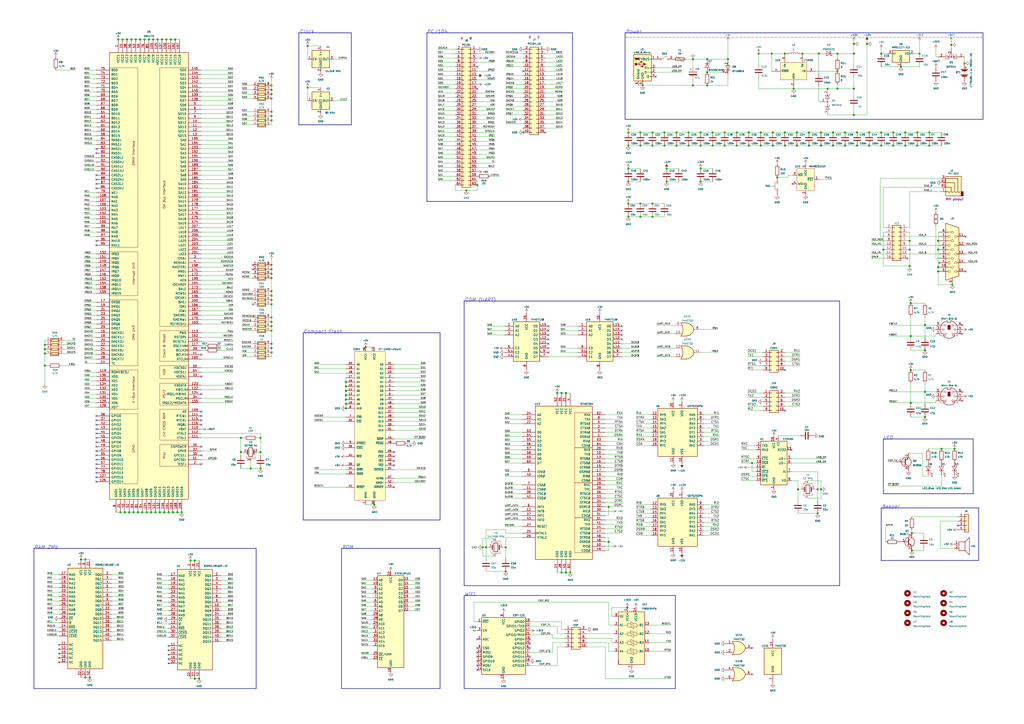
<source format=kicad_sch>
(kicad_sch (version 20210406) (generator eeschema)
  (paper "A2")
  (title_block (date "2021-12-17") (rev "A"))
  (lib_symbols
    (symbol "74xx:74LS138" (pin_names (offset 1.016))
      (property "Reference" "U" (at -7.62 11.43 0))
      (property "Value" "74LS138" (at -7.62 -13.97 0))
      (symbol "74LS138_1_0"
        (pin input line (at -12.7 7.62 0) (length 5.08) (name "A0") (number "1"))
        (pin output output_low (at 12.7 -5.08 180) (length 5.08) (name "O5") (number "10"))
        (pin output output_low (at 12.7 -2.54 180) (length 5.08) (name "O4") (number "11"))
        (pin output output_low (at 12.7 0 180) (length 5.08) (name "O3") (number "12"))
        (pin output output_low (at 12.7 2.54 180) (length 5.08) (name "O2") (number "13"))
        (pin output output_low (at 12.7 5.08 180) (length 5.08) (name "O1") (number "14"))
        (pin output output_low (at 12.7 7.62 180) (length 5.08) (name "O0") (number "15"))
        (pin power_in line (at 0 15.24 270) (length 5.08) (name "VCC") (number "16"))
        (pin input line (at -12.7 5.08 0) (length 5.08) (name "A1") (number "2"))
        (pin input line (at -12.7 2.54 0) (length 5.08) (name "A2") (number "3"))
        (pin input input_low (at -12.7 -10.16 0) (length 5.08) (name "E1") (number "4"))
        (pin input input_low (at -12.7 -7.62 0) (length 5.08) (name "E2") (number "5"))
        (pin input line (at -12.7 -5.08 0) (length 5.08) (name "E3") (number "6"))
        (pin output output_low (at 12.7 -10.16 180) (length 5.08) (name "O7") (number "7"))
        (pin power_in line (at 0 -17.78 90) (length 5.08) (name "GND") (number "8"))
        (pin output output_low (at 12.7 -7.62 180) (length 5.08) (name "O6") (number "9"))
      )
    )
    (symbol "74xx:74LS32" (pin_names (offset 1.016))
      (property "Reference" "U" (at 0 1.27 0))
      (property "Value" "74LS32" (at 0 -1.27 0))
      (symbol "74LS32_1_1"
        (pin input line (at -7.62 2.54 0) (length 4.318) (name "~") (number "1"))
        (pin input line (at -7.62 -2.54 0) (length 4.318) (name "~") (number "2"))
        (pin output line (at 7.62 0 180) (length 3.81) (name "~") (number "3"))
      )
      (symbol "74LS32_1_2"
        (pin input inverted (at -7.62 2.54 0) (length 3.81) (name "~") (number "1"))
        (pin input inverted (at -7.62 -2.54 0) (length 3.81) (name "~") (number "2"))
        (pin output inverted (at 7.62 0 180) (length 3.81) (name "~") (number "3"))
      )
      (symbol "74LS32_2_1"
        (pin input line (at -7.62 2.54 0) (length 4.318) (name "~") (number "4"))
        (pin input line (at -7.62 -2.54 0) (length 4.318) (name "~") (number "5"))
        (pin output line (at 7.62 0 180) (length 3.81) (name "~") (number "6"))
      )
      (symbol "74LS32_2_2"
        (pin input inverted (at -7.62 2.54 0) (length 3.81) (name "~") (number "4"))
        (pin input inverted (at -7.62 -2.54 0) (length 3.81) (name "~") (number "5"))
        (pin output inverted (at 7.62 0 180) (length 3.81) (name "~") (number "6"))
      )
      (symbol "74LS32_3_1"
        (pin input line (at -7.62 -2.54 0) (length 4.318) (name "~") (number "10"))
        (pin output line (at 7.62 0 180) (length 3.81) (name "~") (number "8"))
        (pin input line (at -7.62 2.54 0) (length 4.318) (name "~") (number "9"))
      )
      (symbol "74LS32_3_2"
        (pin input inverted (at -7.62 -2.54 0) (length 3.81) (name "~") (number "10"))
        (pin output inverted (at 7.62 0 180) (length 3.81) (name "~") (number "8"))
        (pin input inverted (at -7.62 2.54 0) (length 3.81) (name "~") (number "9"))
      )
      (symbol "74LS32_4_1"
        (pin output line (at 7.62 0 180) (length 3.81) (name "~") (number "11"))
        (pin input line (at -7.62 2.54 0) (length 4.318) (name "~") (number "12"))
        (pin input line (at -7.62 -2.54 0) (length 4.318) (name "~") (number "13"))
      )
      (symbol "74LS32_4_2"
        (pin output inverted (at 7.62 0 180) (length 3.81) (name "~") (number "11"))
        (pin input inverted (at -7.62 2.54 0) (length 3.81) (name "~") (number "12"))
        (pin input inverted (at -7.62 -2.54 0) (length 3.81) (name "~") (number "13"))
      )
      (symbol "74LS32_5_0"
        (pin power_in line (at 0 12.7 270) (length 5.08) (name "VCC") (number "14"))
        (pin power_in line (at 0 -12.7 90) (length 5.08) (name "GND") (number "7"))
      )
    )
    (symbol "Connector:AudioJack4"
      (property "Reference" "J" (at 0 8.89 0))
      (property "Value" "AudioJack4" (at 0 6.35 0))
      (symbol "AudioJack4_1_1"
        (pin passive line (at 5.08 -2.54 180) (length 2.54) (name "~") (number "R1"))
        (pin passive line (at 5.08 0 180) (length 2.54) (name "~") (number "R2"))
        (pin passive line (at 5.08 2.54 180) (length 2.54) (name "~") (number "S"))
        (pin passive line (at 5.08 -5.08 180) (length 2.54) (name "~") (number "T"))
      )
    )
    (symbol "Connector:DB15_Female_HighDensity_MountingHoles" (pin_names (offset 1.016) hide)
      (property "Reference" "J" (at 0 21.59 0))
      (property "Value" "DB15_Female_HighDensity_MountingHoles" (at 0 19.05 0))
      (symbol "DB15_Female_HighDensity_MountingHoles_1_1"
        (pin passive line (at 0 -17.78 90) (length 3.81) (name "~") (number "0"))
        (pin passive line (at -7.62 10.16 0) (length 5.08) (name "~") (number "1"))
        (pin passive line (at -7.62 -7.62 0) (length 5.08) (name "~") (number "10"))
        (pin passive line (at 7.62 10.16 180) (length 5.08) (name "~") (number "11"))
        (pin passive line (at 7.62 5.08 180) (length 5.08) (name "~") (number "12"))
        (pin passive line (at 7.62 0 180) (length 5.08) (name "~") (number "13"))
        (pin passive line (at 7.62 -5.08 180) (length 5.08) (name "~") (number "14"))
        (pin passive line (at 7.62 -10.16 180) (length 5.08) (name "~") (number "15"))
        (pin passive line (at -7.62 5.08 0) (length 5.08) (name "~") (number "2"))
        (pin passive line (at -7.62 0 0) (length 5.08) (name "~") (number "3"))
        (pin passive line (at -7.62 -5.08 0) (length 5.08) (name "~") (number "4"))
        (pin passive line (at -7.62 -10.16 0) (length 5.08) (name "~") (number "5"))
        (pin passive line (at -7.62 12.7 0) (length 5.08) (name "~") (number "6"))
        (pin passive line (at -7.62 7.62 0) (length 5.08) (name "~") (number "7"))
        (pin passive line (at -7.62 2.54 0) (length 5.08) (name "~") (number "8"))
        (pin passive line (at -7.62 -2.54 0) (length 5.08) (name "~") (number "9"))
      )
    )
    (symbol "Connector:Mini-DIN-6" (pin_names (offset 1.016))
      (property "Reference" "J" (at 0 6.35 0))
      (property "Value" "Mini-DIN-6" (at 0 -6.35 0))
      (symbol "Mini-DIN-6_1_1"
        (pin passive line (at 7.62 -2.54 180) (length 2.54) (name "~") (number "1"))
        (pin passive line (at -7.62 -2.54 0) (length 2.54) (name "~") (number "2"))
        (pin passive line (at 7.62 0 180) (length 2.54) (name "~") (number "3"))
        (pin passive line (at -7.62 0 0) (length 2.54) (name "~") (number "4"))
        (pin passive line (at 7.62 2.54 180) (length 2.54) (name "~") (number "5"))
        (pin passive line (at -7.62 2.54 0) (length 2.54) (name "~") (number "6"))
      )
    )
    (symbol "Connector:USB_B_Micro" (pin_names (offset 1.016))
      (property "Reference" "J" (at -5.08 11.43 0))
      (property "Value" "USB_B_Micro" (at -5.08 8.89 0))
      (symbol "USB_B_Micro_1_1"
        (pin power_out line (at 7.62 5.08 180) (length 2.54) (name "VBUS") (number "1"))
        (pin passive line (at 7.62 -2.54 180) (length 2.54) (name "D-") (number "2"))
        (pin passive line (at 7.62 0 180) (length 2.54) (name "D+") (number "3"))
        (pin passive line (at 7.62 -5.08 180) (length 2.54) (name "ID") (number "4"))
        (pin power_out line (at 0 -10.16 90) (length 2.54) (name "GND") (number "5"))
        (pin passive line (at -2.54 -10.16 90) (length 2.54) (name "Shield") (number "6"))
      )
    )
    (symbol "Connector_Generic:Conn_01x04" (pin_names (offset 1.016) hide)
      (property "Reference" "J" (at 0 5.08 0))
      (property "Value" "Conn_01x04" (at 0 -7.62 0))
      (symbol "Conn_01x04_1_1"
        (pin passive line (at -5.08 2.54 0) (length 3.81) (name "Pin_1") (number "1"))
        (pin passive line (at -5.08 0 0) (length 3.81) (name "Pin_2") (number "2"))
        (pin passive line (at -5.08 -2.54 0) (length 3.81) (name "Pin_3") (number "3"))
        (pin passive line (at -5.08 -5.08 0) (length 3.81) (name "Pin_4") (number "4"))
      )
    )
    (symbol "Connector_Generic:Conn_02x05_Odd_Even" (pin_names (offset 1.016) hide)
      (property "Reference" "J" (at 1.27 7.62 0))
      (property "Value" "Conn_02x05_Odd_Even" (at 1.27 -7.62 0))
      (symbol "Conn_02x05_Odd_Even_1_1"
        (pin passive line (at -5.08 5.08 0) (length 3.81) (name "Pin_1") (number "1"))
        (pin passive line (at 7.62 -5.08 180) (length 3.81) (name "Pin_10") (number "10"))
        (pin passive line (at 7.62 5.08 180) (length 3.81) (name "Pin_2") (number "2"))
        (pin passive line (at -5.08 2.54 0) (length 3.81) (name "Pin_3") (number "3"))
        (pin passive line (at 7.62 2.54 180) (length 3.81) (name "Pin_4") (number "4"))
        (pin passive line (at -5.08 0 0) (length 3.81) (name "Pin_5") (number "5"))
        (pin passive line (at 7.62 0 180) (length 3.81) (name "Pin_6") (number "6"))
        (pin passive line (at -5.08 -2.54 0) (length 3.81) (name "Pin_7") (number "7"))
        (pin passive line (at 7.62 -2.54 180) (length 3.81) (name "Pin_8") (number "8"))
        (pin passive line (at -5.08 -5.08 0) (length 3.81) (name "Pin_9") (number "9"))
      )
    )
    (symbol "Connector_Generic:Conn_02x08_Odd_Even" (pin_names (offset 1.016) hide)
      (property "Reference" "J" (at 1.27 10.16 0))
      (property "Value" "Conn_02x08_Odd_Even" (at 1.27 -12.7 0))
      (symbol "Conn_02x08_Odd_Even_1_1"
        (pin passive line (at -5.08 7.62 0) (length 3.81) (name "Pin_1") (number "1"))
        (pin passive line (at 7.62 -2.54 180) (length 3.81) (name "Pin_10") (number "10"))
        (pin passive line (at -5.08 -5.08 0) (length 3.81) (name "Pin_11") (number "11"))
        (pin passive line (at 7.62 -5.08 180) (length 3.81) (name "Pin_12") (number "12"))
        (pin passive line (at -5.08 -7.62 0) (length 3.81) (name "Pin_13") (number "13"))
        (pin passive line (at 7.62 -7.62 180) (length 3.81) (name "Pin_14") (number "14"))
        (pin passive line (at -5.08 -10.16 0) (length 3.81) (name "Pin_15") (number "15"))
        (pin passive line (at 7.62 -10.16 180) (length 3.81) (name "Pin_16") (number "16"))
        (pin passive line (at 7.62 7.62 180) (length 3.81) (name "Pin_2") (number "2"))
        (pin passive line (at -5.08 5.08 0) (length 3.81) (name "Pin_3") (number "3"))
        (pin passive line (at 7.62 5.08 180) (length 3.81) (name "Pin_4") (number "4"))
        (pin passive line (at -5.08 2.54 0) (length 3.81) (name "Pin_5") (number "5"))
        (pin passive line (at 7.62 2.54 180) (length 3.81) (name "Pin_6") (number "6"))
        (pin passive line (at -5.08 0 0) (length 3.81) (name "Pin_7") (number "7"))
        (pin passive line (at 7.62 0 180) (length 3.81) (name "Pin_8") (number "8"))
        (pin passive line (at -5.08 -2.54 0) (length 3.81) (name "Pin_9") (number "9"))
      )
    )
    (symbol "Connector_Generic:Conn_02x20_Odd_Even" (pin_names (offset 1.016) hide)
      (property "Reference" "J" (at 1.27 25.4 0))
      (property "Value" "Conn_02x20_Odd_Even" (at 1.27 -27.94 0))
      (symbol "Conn_02x20_Odd_Even_1_1"
        (pin passive line (at -5.08 22.86 0) (length 3.81) (name "Pin_1") (number "1"))
        (pin passive line (at 7.62 12.7 180) (length 3.81) (name "Pin_10") (number "10"))
        (pin passive line (at -5.08 10.16 0) (length 3.81) (name "Pin_11") (number "11"))
        (pin passive line (at 7.62 10.16 180) (length 3.81) (name "Pin_12") (number "12"))
        (pin passive line (at -5.08 7.62 0) (length 3.81) (name "Pin_13") (number "13"))
        (pin passive line (at 7.62 7.62 180) (length 3.81) (name "Pin_14") (number "14"))
        (pin passive line (at -5.08 5.08 0) (length 3.81) (name "Pin_15") (number "15"))
        (pin passive line (at 7.62 5.08 180) (length 3.81) (name "Pin_16") (number "16"))
        (pin passive line (at -5.08 2.54 0) (length 3.81) (name "Pin_17") (number "17"))
        (pin passive line (at 7.62 2.54 180) (length 3.81) (name "Pin_18") (number "18"))
        (pin passive line (at -5.08 0 0) (length 3.81) (name "Pin_19") (number "19"))
        (pin passive line (at 7.62 22.86 180) (length 3.81) (name "Pin_2") (number "2"))
        (pin passive line (at 7.62 0 180) (length 3.81) (name "Pin_20") (number "20"))
        (pin passive line (at -5.08 -2.54 0) (length 3.81) (name "Pin_21") (number "21"))
        (pin passive line (at 7.62 -2.54 180) (length 3.81) (name "Pin_22") (number "22"))
        (pin passive line (at -5.08 -5.08 0) (length 3.81) (name "Pin_23") (number "23"))
        (pin passive line (at 7.62 -5.08 180) (length 3.81) (name "Pin_24") (number "24"))
        (pin passive line (at -5.08 -7.62 0) (length 3.81) (name "Pin_25") (number "25"))
        (pin passive line (at 7.62 -7.62 180) (length 3.81) (name "Pin_26") (number "26"))
        (pin passive line (at -5.08 -10.16 0) (length 3.81) (name "Pin_27") (number "27"))
        (pin passive line (at 7.62 -10.16 180) (length 3.81) (name "Pin_28") (number "28"))
        (pin passive line (at -5.08 -12.7 0) (length 3.81) (name "Pin_29") (number "29"))
        (pin passive line (at -5.08 20.32 0) (length 3.81) (name "Pin_3") (number "3"))
        (pin passive line (at 7.62 -12.7 180) (length 3.81) (name "Pin_30") (number "30"))
        (pin passive line (at -5.08 -15.24 0) (length 3.81) (name "Pin_31") (number "31"))
        (pin passive line (at 7.62 -15.24 180) (length 3.81) (name "Pin_32") (number "32"))
        (pin passive line (at -5.08 -17.78 0) (length 3.81) (name "Pin_33") (number "33"))
        (pin passive line (at 7.62 -17.78 180) (length 3.81) (name "Pin_34") (number "34"))
        (pin passive line (at -5.08 -20.32 0) (length 3.81) (name "Pin_35") (number "35"))
        (pin passive line (at 7.62 -20.32 180) (length 3.81) (name "Pin_36") (number "36"))
        (pin passive line (at -5.08 -22.86 0) (length 3.81) (name "Pin_37") (number "37"))
        (pin passive line (at 7.62 -22.86 180) (length 3.81) (name "Pin_38") (number "38"))
        (pin passive line (at -5.08 -25.4 0) (length 3.81) (name "Pin_39") (number "39"))
        (pin passive line (at 7.62 20.32 180) (length 3.81) (name "Pin_4") (number "4"))
        (pin passive line (at 7.62 -25.4 180) (length 3.81) (name "Pin_40") (number "40"))
        (pin passive line (at -5.08 17.78 0) (length 3.81) (name "Pin_5") (number "5"))
        (pin passive line (at 7.62 17.78 180) (length 3.81) (name "Pin_6") (number "6"))
        (pin passive line (at -5.08 15.24 0) (length 3.81) (name "Pin_7") (number "7"))
        (pin passive line (at 7.62 15.24 180) (length 3.81) (name "Pin_8") (number "8"))
        (pin passive line (at -5.08 12.7 0) (length 3.81) (name "Pin_9") (number "9"))
      )
    )
    (symbol "Connector_Generic:Conn_02x32_Odd_Even" (pin_names (offset 1.016) hide)
      (property "Reference" "J" (at 1.27 40.64 0))
      (property "Value" "Conn_02x32_Odd_Even" (at 1.27 -43.18 0))
      (symbol "Conn_02x32_Odd_Even_1_1"
        (pin passive line (at -5.08 38.1 0) (length 3.81) (name "Pin_1") (number "1"))
        (pin passive line (at 7.62 27.94 180) (length 3.81) (name "Pin_10") (number "10"))
        (pin passive line (at -5.08 25.4 0) (length 3.81) (name "Pin_11") (number "11"))
        (pin passive line (at 7.62 25.4 180) (length 3.81) (name "Pin_12") (number "12"))
        (pin passive line (at -5.08 22.86 0) (length 3.81) (name "Pin_13") (number "13"))
        (pin passive line (at 7.62 22.86 180) (length 3.81) (name "Pin_14") (number "14"))
        (pin passive line (at -5.08 20.32 0) (length 3.81) (name "Pin_15") (number "15"))
        (pin passive line (at 7.62 20.32 180) (length 3.81) (name "Pin_16") (number "16"))
        (pin passive line (at -5.08 17.78 0) (length 3.81) (name "Pin_17") (number "17"))
        (pin passive line (at 7.62 17.78 180) (length 3.81) (name "Pin_18") (number "18"))
        (pin passive line (at -5.08 15.24 0) (length 3.81) (name "Pin_19") (number "19"))
        (pin passive line (at 7.62 38.1 180) (length 3.81) (name "Pin_2") (number "2"))
        (pin passive line (at 7.62 15.24 180) (length 3.81) (name "Pin_20") (number "20"))
        (pin passive line (at -5.08 12.7 0) (length 3.81) (name "Pin_21") (number "21"))
        (pin passive line (at 7.62 12.7 180) (length 3.81) (name "Pin_22") (number "22"))
        (pin passive line (at -5.08 10.16 0) (length 3.81) (name "Pin_23") (number "23"))
        (pin passive line (at 7.62 10.16 180) (length 3.81) (name "Pin_24") (number "24"))
        (pin passive line (at -5.08 7.62 0) (length 3.81) (name "Pin_25") (number "25"))
        (pin passive line (at 7.62 7.62 180) (length 3.81) (name "Pin_26") (number "26"))
        (pin passive line (at -5.08 5.08 0) (length 3.81) (name "Pin_27") (number "27"))
        (pin passive line (at 7.62 5.08 180) (length 3.81) (name "Pin_28") (number "28"))
        (pin passive line (at -5.08 2.54 0) (length 3.81) (name "Pin_29") (number "29"))
        (pin passive line (at -5.08 35.56 0) (length 3.81) (name "Pin_3") (number "3"))
        (pin passive line (at 7.62 2.54 180) (length 3.81) (name "Pin_30") (number "30"))
        (pin passive line (at -5.08 0 0) (length 3.81) (name "Pin_31") (number "31"))
        (pin passive line (at 7.62 0 180) (length 3.81) (name "Pin_32") (number "32"))
        (pin passive line (at -5.08 -2.54 0) (length 3.81) (name "Pin_33") (number "33"))
        (pin passive line (at 7.62 -2.54 180) (length 3.81) (name "Pin_34") (number "34"))
        (pin passive line (at -5.08 -5.08 0) (length 3.81) (name "Pin_35") (number "35"))
        (pin passive line (at 7.62 -5.08 180) (length 3.81) (name "Pin_36") (number "36"))
        (pin passive line (at -5.08 -7.62 0) (length 3.81) (name "Pin_37") (number "37"))
        (pin passive line (at 7.62 -7.62 180) (length 3.81) (name "Pin_38") (number "38"))
        (pin passive line (at -5.08 -10.16 0) (length 3.81) (name "Pin_39") (number "39"))
        (pin passive line (at 7.62 35.56 180) (length 3.81) (name "Pin_4") (number "4"))
        (pin passive line (at 7.62 -10.16 180) (length 3.81) (name "Pin_40") (number "40"))
        (pin passive line (at -5.08 -12.7 0) (length 3.81) (name "Pin_41") (number "41"))
        (pin passive line (at 7.62 -12.7 180) (length 3.81) (name "Pin_42") (number "42"))
        (pin passive line (at -5.08 -15.24 0) (length 3.81) (name "Pin_43") (number "43"))
        (pin passive line (at 7.62 -15.24 180) (length 3.81) (name "Pin_44") (number "44"))
        (pin passive line (at -5.08 -17.78 0) (length 3.81) (name "Pin_45") (number "45"))
        (pin passive line (at 7.62 -17.78 180) (length 3.81) (name "Pin_46") (number "46"))
        (pin passive line (at -5.08 -20.32 0) (length 3.81) (name "Pin_47") (number "47"))
        (pin passive line (at 7.62 -20.32 180) (length 3.81) (name "Pin_48") (number "48"))
        (pin passive line (at -5.08 -22.86 0) (length 3.81) (name "Pin_49") (number "49"))
        (pin passive line (at -5.08 33.02 0) (length 3.81) (name "Pin_5") (number "5"))
        (pin passive line (at 7.62 -22.86 180) (length 3.81) (name "Pin_50") (number "50"))
        (pin passive line (at -5.08 -25.4 0) (length 3.81) (name "Pin_51") (number "51"))
        (pin passive line (at 7.62 -25.4 180) (length 3.81) (name "Pin_52") (number "52"))
        (pin passive line (at -5.08 -27.94 0) (length 3.81) (name "Pin_53") (number "53"))
        (pin passive line (at 7.62 -27.94 180) (length 3.81) (name "Pin_54") (number "54"))
        (pin passive line (at -5.08 -30.48 0) (length 3.81) (name "Pin_55") (number "55"))
        (pin passive line (at 7.62 -30.48 180) (length 3.81) (name "Pin_56") (number "56"))
        (pin passive line (at -5.08 -33.02 0) (length 3.81) (name "Pin_57") (number "57"))
        (pin passive line (at 7.62 -33.02 180) (length 3.81) (name "Pin_58") (number "58"))
        (pin passive line (at -5.08 -35.56 0) (length 3.81) (name "Pin_59") (number "59"))
        (pin passive line (at 7.62 33.02 180) (length 3.81) (name "Pin_6") (number "6"))
        (pin passive line (at 7.62 -35.56 180) (length 3.81) (name "Pin_60") (number "60"))
        (pin passive line (at -5.08 -38.1 0) (length 3.81) (name "Pin_61") (number "61"))
        (pin passive line (at 7.62 -38.1 180) (length 3.81) (name "Pin_62") (number "62"))
        (pin passive line (at -5.08 -40.64 0) (length 3.81) (name "Pin_63") (number "63"))
        (pin passive line (at 7.62 -40.64 180) (length 3.81) (name "Pin_64") (number "64"))
        (pin passive line (at -5.08 30.48 0) (length 3.81) (name "Pin_7") (number "7"))
        (pin passive line (at 7.62 30.48 180) (length 3.81) (name "Pin_8") (number "8"))
        (pin passive line (at -5.08 27.94 0) (length 3.81) (name "Pin_9") (number "9"))
      )
    )
    (symbol "Device:Battery" (pin_numbers hide) (pin_names (offset 0) hide)
      (property "Reference" "BT" (at 2.54 2.54 0))
      (property "Value" "Battery" (at 2.54 0 0))
      (symbol "Battery_1_1"
        (pin passive line (at 0 5.08 270) (length 2.54) (name "+") (number "1"))
        (pin passive line (at 0 -5.08 90) (length 2.54) (name "-") (number "2"))
      )
    )
    (symbol "Device:C" (pin_numbers hide) (pin_names (offset 0.254))
      (property "Reference" "C" (at 0.635 2.54 0))
      (property "Value" "C" (at 0.635 -2.54 0))
      (symbol "C_1_1"
        (pin passive line (at 0 3.81 270) (length 2.794) (name "~") (number "1"))
        (pin passive line (at 0 -3.81 90) (length 2.794) (name "~") (number "2"))
      )
    )
    (symbol "Device:CP" (pin_numbers hide) (pin_names (offset 0.254))
      (property "Reference" "C" (at 0.635 2.54 0))
      (property "Value" "CP" (at 0.635 -2.54 0))
      (symbol "CP_1_1"
        (pin passive line (at 0 3.81 270) (length 2.794) (name "~") (number "1"))
        (pin passive line (at 0 -3.81 90) (length 2.794) (name "~") (number "2"))
      )
    )
    (symbol "Device:Crystal_GND24" (pin_names (offset 1.016) hide)
      (property "Reference" "Y" (at 3.175 5.08 0))
      (property "Value" "Crystal_GND24" (at 3.175 3.175 0))
      (symbol "Crystal_GND24_1_1"
        (pin passive line (at -3.81 0 0) (length 1.27) (name "1") (number "1"))
        (pin passive line (at 0 5.08 270) (length 1.27) (name "2") (number "2"))
        (pin passive line (at 3.81 0 180) (length 1.27) (name "3") (number "3"))
        (pin passive line (at 0 -5.08 90) (length 1.27) (name "4") (number "4"))
      )
    )
    (symbol "Device:Crystal_GND3" (pin_names (offset 1.016) hide)
      (property "Reference" "Y" (at 0 5.715 0))
      (property "Value" "Crystal_GND3" (at 0 3.81 0))
      (symbol "Crystal_GND3_1_1"
        (pin passive line (at -3.81 0 0) (length 1.27) (name "1") (number "1"))
        (pin passive line (at 3.81 0 180) (length 1.27) (name "2") (number "2"))
        (pin passive line (at 0 -5.08 90) (length 1.27) (name "3") (number "3"))
      )
    )
    (symbol "Device:D_Zener" (pin_numbers hide) (pin_names (offset 1.016) hide)
      (property "Reference" "D" (at 0 2.54 0))
      (property "Value" "D_Zener" (at 0 -2.54 0))
      (symbol "D_Zener_1_1"
        (pin passive line (at -3.81 0 0) (length 2.54) (name "K") (number "1"))
        (pin passive line (at 3.81 0 180) (length 2.54) (name "A") (number "2"))
      )
    )
    (symbol "Device:L" (pin_numbers hide) (pin_names (offset 1.016) hide)
      (property "Reference" "L" (at -1.27 0 90))
      (property "Value" "L" (at 1.905 0 90))
      (symbol "L_1_1"
        (pin passive line (at 0 3.81 270) (length 1.27) (name "1") (number "1"))
        (pin passive line (at 0 -3.81 90) (length 1.27) (name "2") (number "2"))
      )
    )
    (symbol "Device:LED" (pin_numbers hide) (pin_names (offset 1.016) hide)
      (property "Reference" "D" (at 0 2.54 0))
      (property "Value" "LED" (at 0 -2.54 0))
      (symbol "LED_1_1"
        (pin passive line (at -3.81 0 0) (length 2.54) (name "K") (number "1"))
        (pin passive line (at 3.81 0 180) (length 2.54) (name "A") (number "2"))
      )
    )
    (symbol "Device:Polyfuse" (pin_numbers hide) (pin_names (offset 0))
      (property "Reference" "F" (at -2.54 0 90))
      (property "Value" "Polyfuse" (at 2.54 0 90))
      (symbol "Polyfuse_1_1"
        (pin passive line (at 0 3.81 270) (length 1.27) (name "~") (number "1"))
        (pin passive line (at 0 -3.81 90) (length 1.27) (name "~") (number "2"))
      )
    )
    (symbol "Device:Q_SCR_KAG" (pin_names (offset 0) hide)
      (property "Reference" "D" (at 1.905 0.635 0))
      (property "Value" "Q_SCR_KAG" (at 1.905 -1.27 0))
      (symbol "Q_SCR_KAG_1_1"
        (pin passive line (at 0 -3.81 90) (length 2.54) (name "K") (number "1"))
        (pin passive line (at 0 3.81 270) (length 2.54) (name "A") (number "2"))
        (pin input line (at -3.81 -2.54 0) (length 2.54) (name "G") (number "3"))
      )
    )
    (symbol "Device:R" (pin_numbers hide) (pin_names (offset 0))
      (property "Reference" "R" (at 2.032 0 90))
      (property "Value" "R" (at 0 0 90))
      (symbol "R_1_1"
        (pin passive line (at 0 3.81 270) (length 1.27) (name "~") (number "1"))
        (pin passive line (at 0 -3.81 90) (length 1.27) (name "~") (number "2"))
      )
    )
    (symbol "Device:R_Pack04" (pin_names (offset 0) hide)
      (property "Reference" "RN" (at -7.62 0 90))
      (property "Value" "R_Pack04" (at 5.08 0 90))
      (symbol "R_Pack04_1_1"
        (pin passive line (at -5.08 -5.08 90) (length 2.54) (name "R1.1") (number "1"))
        (pin passive line (at -2.54 -5.08 90) (length 2.54) (name "R2.1") (number "2"))
        (pin passive line (at 0 -5.08 90) (length 2.54) (name "R3.1") (number "3"))
        (pin passive line (at 2.54 -5.08 90) (length 2.54) (name "R4.1") (number "4"))
        (pin passive line (at 2.54 5.08 270) (length 2.54) (name "R4.2") (number "5"))
        (pin passive line (at 0 5.08 270) (length 2.54) (name "R3.2") (number "6"))
        (pin passive line (at -2.54 5.08 270) (length 2.54) (name "R2.2") (number "7"))
        (pin passive line (at -5.08 5.08 270) (length 2.54) (name "R1.2") (number "8"))
      )
    )
    (symbol "Device:Speaker" (pin_names (offset 0) hide)
      (property "Reference" "LS" (at 1.27 5.715 0))
      (property "Value" "Speaker" (at 1.27 3.81 0))
      (symbol "Speaker_1_1"
        (pin input line (at -5.08 0 0) (length 2.54) (name "1") (number "1"))
        (pin input line (at -5.08 -2.54 0) (length 2.54) (name "2") (number "2"))
      )
    )
    (symbol "Diode:BAT54C" (pin_names (offset 1.016))
      (property "Reference" "D" (at 0.635 -3.81 0))
      (property "Value" "BAT54C" (at -6.35 3.175 0))
      (symbol "BAT54C_1_1"
        (pin passive line (at -7.62 0 0) (length 3.81) (name "~") (number "1"))
        (pin passive line (at 7.62 0 180) (length 3.81) (name "~") (number "2"))
        (pin passive line (at 0 -5.08 90) (length 5.08) (name "~") (number "3"))
      )
    )
    (symbol "Diode:BAT54S" (pin_names (offset 1.016))
      (property "Reference" "D" (at 0.635 -3.81 0))
      (property "Value" "BAT54S" (at -6.35 3.175 0))
      (symbol "BAT54S_1_1"
        (pin passive line (at -7.62 0 0) (length 3.81) (name "~") (number "1"))
        (pin passive line (at 7.62 0 180) (length 3.81) (name "~") (number "2"))
        (pin passive line (at 0 -5.08 90) (length 5.08) (name "~") (number "3"))
      )
    )
    (symbol "Diode:MBR0520" (pin_numbers hide) (pin_names (offset 1.016) hide)
      (property "Reference" "D" (at 0 2.54 0))
      (property "Value" "MBR0520" (at 0 -2.54 0))
      (symbol "MBR0520_1_1"
        (pin passive line (at -3.81 0 0) (length 2.54) (name "K") (number "1"))
        (pin passive line (at 3.81 0 180) (length 2.54) (name "A") (number "2"))
      )
    )
    (symbol "Interface_UART:GD75232PW" (pin_names (offset 1.016))
      (property "Reference" "U" (at -11.43 15.24 0))
      (property "Value" "GD75232PW" (at 5.08 15.24 0))
      (symbol "GD75232PW_1_1"
        (pin power_in line (at 2.54 17.78 270) (length 3.81) (name "VDD") (number "1"))
        (pin power_in line (at 2.54 -17.78 90) (length 3.81) (name "VSS") (number "10"))
        (pin power_in line (at -2.54 -17.78 90) (length 3.81) (name "GND") (number "11"))
        (pin output line (at -15.24 10.16 0) (length 3.81) (name "RY5") (number "12"))
        (pin input line (at -15.24 7.62 0) (length 3.81) (name "DA3") (number "13"))
        (pin output line (at -15.24 5.08 0) (length 3.81) (name "RY4") (number "14"))
        (pin input line (at -15.24 2.54 0) (length 3.81) (name "DA2") (number "15"))
        (pin input line (at -15.24 0 0) (length 3.81) (name "DA1") (number "16"))
        (pin output line (at -15.24 -2.54 0) (length 3.81) (name "RY3") (number "17"))
        (pin output line (at -15.24 -5.08 0) (length 3.81) (name "RY2") (number "18"))
        (pin output line (at -15.24 -7.62 0) (length 3.81) (name "RY1") (number "19"))
        (pin input line (at 15.24 -7.62 180) (length 3.81) (name "RA1") (number "2"))
        (pin power_in line (at -2.54 17.78 270) (length 3.81) (name "VCC") (number "20"))
        (pin input line (at 15.24 -5.08 180) (length 3.81) (name "RA2") (number "3"))
        (pin input line (at 15.24 -2.54 180) (length 3.81) (name "RA3") (number "4"))
        (pin output line (at 15.24 0 180) (length 3.81) (name "DY1") (number "5"))
        (pin output line (at 15.24 2.54 180) (length 3.81) (name "DY2") (number "6"))
        (pin input line (at 15.24 5.08 180) (length 3.81) (name "RA4") (number "7"))
        (pin output line (at 15.24 7.62 180) (length 3.81) (name "DY3") (number "8"))
        (pin input line (at 15.24 10.16 180) (length 3.81) (name "RA5") (number "9"))
      )
    )
    (symbol "Interface_UART:GD75232PW_1" (pin_names (offset 1.016))
      (property "Reference" "U" (at -11.43 15.24 0))
      (property "Value" "GD75232PW" (at 5.08 15.24 0))
      (symbol "GD75232PW_1_1_1"
        (pin power_in line (at 2.54 17.78 270) (length 3.81) (name "VDD") (number "1"))
        (pin power_in line (at 2.54 -17.78 90) (length 3.81) (name "VSS") (number "10"))
        (pin power_in line (at -2.54 -17.78 90) (length 3.81) (name "GND") (number "11"))
        (pin output line (at -15.24 10.16 0) (length 3.81) (name "RY5") (number "12"))
        (pin input line (at -15.24 7.62 0) (length 3.81) (name "DA3") (number "13"))
        (pin output line (at -15.24 5.08 0) (length 3.81) (name "RY4") (number "14"))
        (pin input line (at -15.24 2.54 0) (length 3.81) (name "DA2") (number "15"))
        (pin input line (at -15.24 0 0) (length 3.81) (name "DA1") (number "16"))
        (pin output line (at -15.24 -2.54 0) (length 3.81) (name "RY3") (number "17"))
        (pin output line (at -15.24 -5.08 0) (length 3.81) (name "RY2") (number "18"))
        (pin output line (at -15.24 -7.62 0) (length 3.81) (name "RY1") (number "19"))
        (pin input line (at 15.24 -7.62 180) (length 3.81) (name "RA1") (number "2"))
        (pin power_in line (at -2.54 17.78 270) (length 3.81) (name "VCC") (number "20"))
        (pin input line (at 15.24 -5.08 180) (length 3.81) (name "RA2") (number "3"))
        (pin input line (at 15.24 -2.54 180) (length 3.81) (name "RA3") (number "4"))
        (pin output line (at 15.24 0 180) (length 3.81) (name "DY1") (number "5"))
        (pin output line (at 15.24 2.54 180) (length 3.81) (name "DY2") (number "6"))
        (pin input line (at 15.24 5.08 180) (length 3.81) (name "RA4") (number "7"))
        (pin output line (at 15.24 7.62 180) (length 3.81) (name "DY3") (number "8"))
        (pin input line (at 15.24 10.16 180) (length 3.81) (name "RA5") (number "9"))
      )
    )
    (symbol "Interface_USB:CH340G"
      (property "Reference" "U" (at -5.08 13.97 0))
      (property "Value" "CH340G" (at 1.27 13.97 0))
      (symbol "CH340G_1_1"
        (pin power_in line (at 0 -15.24 90) (length 2.54) (name "GND") (number "1"))
        (pin input line (at 10.16 0 180) (length 2.54) (name "~DSR") (number "10"))
        (pin input line (at 10.16 -2.54 180) (length 2.54) (name "~RI") (number "11"))
        (pin input line (at 10.16 -5.08 180) (length 2.54) (name "~DCD") (number "12"))
        (pin output line (at 10.16 -7.62 180) (length 2.54) (name "~DTR") (number "13"))
        (pin output line (at 10.16 -10.16 180) (length 2.54) (name "~RTS") (number "14"))
        (pin input line (at -10.16 7.62 0) (length 2.54) (name "R232") (number "15"))
        (pin power_in line (at 0 15.24 270) (length 2.54) (name "VCC") (number "16"))
        (pin output line (at 10.16 10.16 180) (length 2.54) (name "TXD") (number "2"))
        (pin input line (at 10.16 7.62 180) (length 2.54) (name "RXD") (number "3"))
        (pin passive line (at -2.54 15.24 270) (length 2.54) (name "V3") (number "4"))
        (pin bidirectional line (at -10.16 2.54 0) (length 2.54) (name "UD+") (number "5"))
        (pin bidirectional line (at -10.16 0 0) (length 2.54) (name "UD-") (number "6"))
        (pin input line (at -10.16 -5.08 0) (length 2.54) (name "XI") (number "7"))
        (pin output line (at -10.16 -10.16 0) (length 2.54) (name "XO") (number "8"))
        (pin input line (at 10.16 2.54 180) (length 2.54) (name "~CTS") (number "9"))
      )
    )
    (symbol "Logic_LevelTranslator:TXB0104PW"
      (property "Reference" "U" (at -6.35 16.51 0))
      (property "Value" "TXB0104PW" (at 3.81 16.51 0))
      (symbol "TXB0104PW_1_1"
        (pin power_in line (at -2.54 17.78 270) (length 2.54) (name "VCCA") (number "1"))
        (pin bidirectional line (at 10.16 -7.62 180) (length 2.54) (name "B4") (number "10"))
        (pin bidirectional line (at 10.16 -2.54 180) (length 2.54) (name "B3") (number "11"))
        (pin bidirectional line (at 10.16 2.54 180) (length 2.54) (name "B2") (number "12"))
        (pin bidirectional line (at 10.16 7.62 180) (length 2.54) (name "B1") (number "13"))
        (pin power_in line (at 2.54 17.78 270) (length 2.54) (name "VCCB") (number "14"))
        (pin bidirectional line (at -10.16 7.62 0) (length 2.54) (name "A1") (number "2"))
        (pin bidirectional line (at -10.16 2.54 0) (length 2.54) (name "A2") (number "3"))
        (pin bidirectional line (at -10.16 -2.54 0) (length 2.54) (name "A3") (number "4"))
        (pin bidirectional line (at -10.16 -7.62 0) (length 2.54) (name "A4") (number "5"))
        (pin no_connect line (at -10.16 -12.7 0) (length 2.54) hide (name "NC") (number "6"))
        (pin power_in line (at 0 -17.78 90) (length 2.54) (name "GND") (number "7"))
        (pin input line (at -10.16 12.7 0) (length 2.54) (name "OE") (number "8"))
        (pin no_connect line (at 10.16 -12.7 180) (length 2.54) hide (name "NC") (number "9"))
      )
    )
    (symbol "Mechanical:MountingHole" (pin_names (offset 1.016))
      (property "Reference" "H" (at 0 5.08 0))
      (property "Value" "MountingHole" (at 0 3.175 0))
    )
    (symbol "Memory_EPROM:27C512PLCC"
      (property "Reference" "U" (at -7.62 26.67 0))
      (property "Value" "27C512PLCC" (at 2.54 -29.21 0))
      (symbol "27C512PLCC_1_1"
        (pin no_connect line (at 7.62 -17.78 180) (length 2.54) hide (name "NC") (number "1"))
        (pin input line (at -10.16 20.32 0) (length 2.54) (name "A1") (number "10"))
        (pin input line (at -10.16 22.86 0) (length 2.54) (name "A0") (number "11"))
        (pin no_connect line (at 7.62 -22.86 180) (length 2.54) hide (name "NC") (number "12"))
        (pin tri_state line (at 10.16 22.86 180) (length 2.54) (name "O0") (number "13"))
        (pin tri_state line (at 10.16 20.32 180) (length 2.54) (name "O1") (number "14"))
        (pin tri_state line (at 10.16 17.78 180) (length 2.54) (name "O2") (number "15"))
        (pin power_in line (at 0 -30.48 90) (length 2.54) (name "GND") (number "16"))
        (pin no_connect line (at 7.62 -20.32 180) (length 2.54) hide (name "NC") (number "17"))
        (pin tri_state line (at 10.16 15.24 180) (length 2.54) (name "O3") (number "18"))
        (pin tri_state line (at 10.16 12.7 180) (length 2.54) (name "O4") (number "19"))
        (pin input line (at -10.16 -15.24 0) (length 2.54) (name "A15") (number "2"))
        (pin tri_state line (at 10.16 10.16 180) (length 2.54) (name "O5") (number "20"))
        (pin tri_state line (at 10.16 7.62 180) (length 2.54) (name "O6") (number "21"))
        (pin tri_state line (at 10.16 5.08 180) (length 2.54) (name "O7") (number "22"))
        (pin input line (at -10.16 -22.86 0) (length 2.54) (name "~CE") (number "23"))
        (pin input line (at -10.16 -2.54 0) (length 2.54) (name "A10") (number "24"))
        (pin input line (at -10.16 -20.32 0) (length 2.54) (name "~OE~/VPP") (number "25"))
        (pin no_connect line (at 7.62 -25.4 180) (length 2.54) hide (name "NC") (number "26"))
        (pin input line (at -10.16 -5.08 0) (length 2.54) (name "A11") (number "27"))
        (pin input line (at -10.16 0 0) (length 2.54) (name "A9") (number "28"))
        (pin input line (at -10.16 2.54 0) (length 2.54) (name "A8") (number "29"))
        (pin input line (at -10.16 -7.62 0) (length 2.54) (name "A12") (number "3"))
        (pin input line (at -10.16 -10.16 0) (length 2.54) (name "A13") (number "30"))
        (pin input line (at -10.16 -12.7 0) (length 2.54) (name "A14") (number "31"))
        (pin power_in line (at 0 27.94 270) (length 2.54) (name "VCC") (number "32"))
        (pin input line (at -10.16 5.08 0) (length 2.54) (name "A7") (number "4"))
        (pin input line (at -10.16 7.62 0) (length 2.54) (name "A6") (number "5"))
        (pin input line (at -10.16 10.16 0) (length 2.54) (name "A5") (number "6"))
        (pin input line (at -10.16 12.7 0) (length 2.54) (name "A4") (number "7"))
        (pin input line (at -10.16 15.24 0) (length 2.54) (name "A3") (number "8"))
        (pin input line (at -10.16 17.78 0) (length 2.54) (name "A2") (number "9"))
      )
    )
    (symbol "Oscillator:XO91" (pin_names (offset 0.254))
      (property "Reference" "X" (at -5.08 6.35 0))
      (property "Value" "XO91" (at 1.27 -6.35 0))
      (symbol "XO91_1_1"
        (pin input line (at -7.62 0 0) (length 2.54) (name "EN") (number "1"))
        (pin power_in line (at 0 -7.62 90) (length 2.54) (name "GND") (number "2"))
        (pin output line (at 7.62 0 180) (length 2.54) (name "OUT") (number "3"))
        (pin power_in line (at 0 7.62 270) (length 2.54) (name "V+") (number "4"))
      )
    )
    (symbol "RF_Module:ESP-12E"
      (property "Reference" "U" (at -12.7 19.05 0))
      (property "Value" "ESP-12E" (at 12.7 19.05 0))
      (symbol "ESP-12E_1_1"
        (pin input line (at -15.24 15.24 0) (length 2.54) (name "~RST") (number "1"))
        (pin bidirectional line (at -15.24 -2.54 0) (length 2.54) (name "MISO") (number "10"))
        (pin bidirectional line (at -15.24 -5.08 0) (length 2.54) (name "GPIO9") (number "11"))
        (pin bidirectional line (at -15.24 -7.62 0) (length 2.54) (name "GPIO10") (number "12"))
        (pin bidirectional line (at -15.24 -10.16 0) (length 2.54) (name "MOSI") (number "13"))
        (pin bidirectional line (at -15.24 -12.7 0) (length 2.54) (name "SCLK") (number "14"))
        (pin power_in line (at 0 -17.78 90) (length 2.54) (name "GND") (number "15"))
        (pin bidirectional line (at 15.24 -7.62 180) (length 2.54) (name "GPIO15") (number "16"))
        (pin bidirectional line (at 15.24 10.16 180) (length 2.54) (name "GPIO2") (number "17"))
        (pin bidirectional line (at 15.24 15.24 180) (length 2.54) (name "GPIO0") (number "18"))
        (pin bidirectional line (at 15.24 5.08 180) (length 2.54) (name "GPIO4") (number "19"))
        (pin input line (at -15.24 5.08 0) (length 2.54) (name "ADC") (number "2"))
        (pin bidirectional line (at 15.24 2.54 180) (length 2.54) (name "GPIO5") (number "20"))
        (pin bidirectional line (at 15.24 7.62 180) (length 2.54) (name "GPIO3/RXD") (number "21"))
        (pin bidirectional line (at 15.24 12.7 180) (length 2.54) (name "GPIO1/TXD") (number "22"))
        (pin input line (at -15.24 10.16 0) (length 2.54) (name "EN") (number "3"))
        (pin bidirectional line (at 15.24 -10.16 180) (length 2.54) (name "GPIO16") (number "4"))
        (pin bidirectional line (at 15.24 -5.08 180) (length 2.54) (name "GPIO14") (number "5"))
        (pin bidirectional line (at 15.24 0 180) (length 2.54) (name "GPIO12") (number "6"))
        (pin bidirectional line (at 15.24 -2.54 180) (length 2.54) (name "GPIO13") (number "7"))
        (pin power_in line (at 0 20.32 270) (length 2.54) (name "VCC") (number "8"))
        (pin input line (at -15.24 0 0) (length 2.54) (name "CS0") (number "9"))
      )
    )
    (symbol "Regulator_Linear:AMS1117-3.3" (pin_names (offset 0.254))
      (property "Reference" "U" (at -3.81 3.175 0))
      (property "Value" "AMS1117-3.3" (at 0 3.175 0))
      (symbol "AMS1117-3.3_1_1"
        (pin power_in line (at 0 -7.62 90) (length 2.54) (name "GND") (number "1"))
        (pin power_out line (at 7.62 0 180) (length 2.54) (name "VO") (number "2"))
        (pin power_in line (at -7.62 0 0) (length 2.54) (name "VI") (number "3"))
      )
    )
    (symbol "Switch:SW_Push" (pin_numbers hide) (pin_names (offset 1.016) hide)
      (property "Reference" "SW" (at 1.27 2.54 0))
      (property "Value" "SW_Push" (at 0 -1.524 0))
      (symbol "SW_Push_0_1"
        (pin passive line (at -5.08 0 0) (length 2.54) (name "1") (number "1"))
        (pin passive line (at 5.08 0 180) (length 2.54) (name "2") (number "2"))
      )
    )
    (symbol "Switch:SW_SPST" (pin_names (offset 0) hide)
      (property "Reference" "SW" (at 0 3.175 0))
      (property "Value" "SW_SPST" (at 0 -2.54 0))
      (symbol "SW_SPST_1_1"
        (pin passive line (at -5.08 0 0) (length 2.54) (name "A") (number "1"))
        (pin passive line (at 5.08 0 180) (length 2.54) (name "B") (number "2"))
      )
    )
    (symbol "Transistor_BJT:BC817" (pin_names (offset 0) hide)
      (property "Reference" "Q" (at 5.08 1.905 0))
      (property "Value" "BC817" (at 5.08 0 0))
      (symbol "BC817_1_1"
        (pin input line (at -5.08 0 0) (length 5.715) (name "B") (number "1"))
        (pin passive line (at 2.54 -5.08 90) (length 2.54) (name "E") (number "2"))
        (pin passive line (at 2.54 5.08 270) (length 2.54) (name "C") (number "3"))
      )
    )
    (symbol "Transistor_BJT:BC856" (pin_names (offset 0) hide)
      (property "Reference" "Q" (at 5.08 1.905 0))
      (property "Value" "BC856" (at 5.08 0 0))
      (symbol "BC856_1_1"
        (pin input line (at -5.08 0 0) (length 5.715) (name "B") (number "1"))
        (pin passive line (at 2.54 -5.08 90) (length 2.54) (name "E") (number "2"))
        (pin passive line (at 2.54 5.08 270) (length 2.54) (name "C") (number "3"))
      )
    )
    (symbol "my:LT1930"
      (property "Reference" "U" (at -10.16 5.08 0))
      (property "Value" "LT1930" (at 12.7 5.08 0))
      (symbol "LT1930_1_1"
        (pin output line (at 5.08 10.16 270) (length 5.08) (name "SW") (number "1"))
        (pin power_in line (at 0 -10.16 90) (length 5.08) (name "GND") (number "2"))
        (pin input line (at 12.7 0 180) (length 5.08) (name "FB") (number "3"))
        (pin input line (at -12.7 0 0) (length 5.08) (name "~SHDN") (number "4"))
        (pin power_in line (at -5.08 10.16 270) (length 5.08) (name "Vin") (number "5"))
      )
    )
    (symbol "my:M6117D" (pin_names (offset 1.016))
      (property "Reference" "U" (at 0 -3.81 0))
      (property "Value" "M6117D" (at 0 3.81 0))
      (symbol "M6117D_0_0"
        (text "Clock & Reset" (at 8.89 -40.64 900) (effects (font (size 1.27 1.27) italic)))
        (text "DMA Unit" (at -8.89 -33.02 900) (effects (font (size 1.27 1.27) italic)))
        (text "DRAM interface" (at -8.89 71.12 900) (effects (font (size 1.27 1.27) italic)))
        (text "Ext CMOS RAM" (at 8.89 -86.36 900) (effects (font (size 1.27 1.27) italic)))
        (text "GPIO" (at -8.89 -100.33 900) (effects (font (size 1.27 1.27) italic)))
        (text "HDD" (at 8.89 -55.88 900) (effects (font (size 1.27 1.27) italic)))
        (text "Interrupt Unit" (at -8.89 1.27 900) (effects (font (size 1.27 1.27) italic)))
        (text "ISA Bus interface" (at 8.89 46.99 900) (effects (font (size 1.27 1.27) italic)))
        (text "Misc" (at 8.89 -104.14 900) (effects (font (size 1.27 1.27) italic)))
        (text "PS/2" (at 8.89 -68.58 900) (effects (font (size 1.27 1.27) italic)))
        (text "X-Bus interface" (at -8.89 -66.04 900) (effects (font (size 1.27 1.27) italic)))
      )
      (symbol "M6117D_1_1"
        (pin power_in line (at -17.78 137.16 270) (length 7.62) (name "VCC1") (number "1"))
        (pin bidirectional line (at 30.48 88.9 180) (length 7.62) (name "SD12") (number "10"))
        (pin output line (at -30.48 30.48 0) (length 7.62) (name "MA6") (number "100"))
        (pin output line (at -30.48 33.02 0) (length 7.62) (name "MA5") (number "101"))
        (pin output line (at -30.48 35.56 0) (length 7.62) (name "MA4") (number "102"))
        (pin output line (at -30.48 38.1 0) (length 7.62) (name "MA3") (number "103"))
        (pin power_in line (at -1.27 -137.16 90) (length 7.62) (name "GND8") (number "104"))
        (pin power_in line (at 2.54 137.16 270) (length 7.62) (name "VCC9") (number "105"))
        (pin output line (at -30.48 40.64 0) (length 7.62) (name "MA2") (number "106"))
        (pin output line (at -30.48 43.18 0) (length 7.62) (name "MA1") (number "107"))
        (pin output line (at -30.48 45.72 0) (length 7.62) (name "MA0") (number "108"))
        (pin output line (at 30.48 -78.74 180) (length 7.62) (name "AS") (number "109"))
        (pin bidirectional line (at 30.48 86.36 180) (length 7.62) (name "SD13") (number "11"))
        (pin power_in line (at 30.48 -88.9 180) (length 7.62) (name "VBAT") (number "110"))
        (pin input line (at 30.48 -93.98 180) (length 7.62) (name "XTAL1") (number "111"))
        (pin input line (at 30.48 -91.44 180) (length 7.62) (name "XTAL2") (number "112"))
        (pin input line (at 30.48 -33.02 180) (length 7.62) (name "PWG") (number "113"))
        (pin input line (at 30.48 -81.28 180) (length 7.62) (name "RTCWJ") (number "114"))
        (pin output line (at 30.48 -83.82 180) (length 7.62) (name "RTCRJ") (number "115"))
        (pin input line (at 30.48 -86.36 180) (length 7.62) (name "IRQ8J") (number "116"))
        (pin input clock (at 30.48 -40.64 180) (length 7.62) (name "OSC14M") (number "117"))
        (pin power_in line (at 1.27 -137.16 90) (length 7.62) (name "GND9") (number "118"))
        (pin bidirectional line (at -30.48 -55.88 0) (length 7.62) (name "ROMKBCSJ") (number "119"))
        (pin bidirectional line (at 30.48 83.82 180) (length 7.62) (name "SD14") (number "12"))
        (pin output line (at 30.48 -38.1 180) (length 7.62) (name "RESETLJ") (number "120"))
        (pin power_in line (at 3.81 -137.16 90) (length 7.62) (name "GND10") (number "121"))
        (pin bidirectional clock (at 30.48 -66.04 180) (length 7.62) (name "KBCLK") (number "122"))
        (pin bidirectional line (at 30.48 -63.5 180) (length 7.62) (name "KBDATA") (number "123"))
        (pin bidirectional line (at 30.48 -68.58 180) (length 7.62) (name "IRQ1/KBINH") (number "124"))
        (pin power_in line (at 5.08 137.16 270) (length 7.62) (name "VCC11") (number "125"))
        (pin bidirectional line (at -30.48 -119.38 0) (length 7.62) (name "GPIO14") (number "126"))
        (pin bidirectional line (at -30.48 -116.84 0) (length 7.62) (name "GPIO15") (number "127"))
        (pin bidirectional line (at -30.48 -76.2 0) (length 7.62) (name "XD7") (number "128"))
        (pin bidirectional line (at -30.48 -73.66 0) (length 7.62) (name "XD6") (number "129"))
        (pin bidirectional line (at 30.48 81.28 180) (length 7.62) (name "SD15") (number "13"))
        (pin bidirectional line (at -30.48 -71.12 0) (length 7.62) (name "XD5") (number "130"))
        (pin bidirectional line (at -30.48 -68.58 0) (length 7.62) (name "XD4") (number "131"))
        (pin power_in line (at 6.35 -137.16 90) (length 7.62) (name "GND11") (number "132"))
        (pin bidirectional line (at -30.48 -66.04 0) (length 7.62) (name "XD3") (number "133"))
        (pin bidirectional line (at -30.48 -63.5 0) (length 7.62) (name "XD2") (number "134"))
        (pin bidirectional line (at -30.48 -60.96 0) (length 7.62) (name "XD1") (number "135"))
        (pin bidirectional line (at -30.48 -58.42 0) (length 7.62) (name "XD0") (number "136"))
        (pin power_in line (at 7.62 137.16 270) (length 7.62) (name "VCC12") (number "137"))
        (pin bidirectional line (at 30.48 101.6 180) (length 7.62) (name "SD7") (number "138"))
        (pin bidirectional line (at 30.48 104.14 180) (length 7.62) (name "SD6") (number "139"))
        (pin output line (at -30.48 -50.8 0) (length 7.62) (name "TC") (number "14"))
        (pin bidirectional line (at 30.48 106.68 180) (length 7.62) (name "SD5") (number "140"))
        (pin bidirectional line (at 30.48 109.22 180) (length 7.62) (name "SD4") (number "141"))
        (pin bidirectional line (at 30.48 111.76 180) (length 7.62) (name "SD3") (number "142"))
        (pin bidirectional line (at 30.48 114.3 180) (length 7.62) (name "SD2") (number "143"))
        (pin bidirectional line (at 30.48 116.84 180) (length 7.62) (name "SD1") (number "144"))
        (pin bidirectional line (at 30.48 119.38 180) (length 7.62) (name "SD0") (number "145"))
        (pin input line (at -30.48 0 0) (length 7.62) (name "IRQ9") (number "146"))
        (pin input line (at -30.48 2.54 0) (length 7.62) (name "IRQ7") (number "147"))
        (pin input line (at -30.48 5.08 0) (length 7.62) (name "IRQ6") (number "148"))
        (pin input line (at -30.48 7.62 0) (length 7.62) (name "IRQ5") (number "149"))
        (pin power_in line (at -15.24 137.16 270) (length 7.62) (name "VCC2") (number "15"))
        (pin power_in line (at 10.16 137.16 270) (length 7.62) (name "VCC13") (number "150"))
        (pin input line (at -30.48 10.16 0) (length 7.62) (name "IRQ4") (number "151"))
        (pin input line (at -30.48 12.7 0) (length 7.62) (name "IRQ3") (number "152"))
        (pin input line (at -30.48 -2.54 0) (length 7.62) (name "IRQ10") (number "153"))
        (pin input line (at -30.48 -5.08 0) (length 7.62) (name "IRQ11") (number "154"))
        (pin bidirectional line (at 30.48 -73.66 180) (length 7.62) (name "IRQ12/MSDATA") (number "155"))
        (pin power_in line (at 8.89 -137.16 90) (length 7.62) (name "GND12") (number "156"))
        (pin power_in line (at 12.7 137.16 270) (length 7.62) (name "VCC14") (number "157"))
        (pin input line (at -30.48 -7.62 0) (length 7.62) (name "IRQ14") (number "158"))
        (pin input line (at -30.48 -10.16 0) (length 7.62) (name "IRQ15") (number "159"))
        (pin bidirectional line (at -30.48 -33.02 0) (length 7.62) (name "DACK0J") (number "16"))
        (pin output clock (at 30.48 -48.26 180) (length 7.62) (name "ATCLK") (number "160"))
        (pin power_in line (at 11.43 -137.16 90) (length 7.62) (name "GND13") (number "161"))
        (pin output line (at 30.48 -35.56 180) (length 7.62) (name "RSTDRV") (number "162"))
        (pin bidirectional line (at 30.48 -27.94 180) (length 7.62) (name "REFRESHJ") (number "163"))
        (pin input line (at 30.48 -5.08 180) (length 7.62) (name "IOCHRDY") (number "164"))
        (pin input line (at 30.48 -10.16 180) (length 7.62) (name "NOWSJ") (number "165"))
        (pin bidirectional line (at 30.48 -17.78 180) (length 7.62) (name "IORJ") (number "166"))
        (pin bidirectional line (at 30.48 -20.32 180) (length 7.62) (name "IOWJ") (number "167"))
        (pin output line (at 30.48 -22.86 180) (length 7.62) (name "SMEMRJ") (number "168"))
        (pin power_in line (at 13.97 -137.16 90) (length 7.62) (name "GND14") (number "169"))
        (pin bidirectional line (at -30.48 -15.24 0) (length 7.62) (name "DRQ0") (number "17"))
        (pin output line (at 30.48 -25.4 180) (length 7.62) (name "SMEMWJ") (number "170"))
        (pin bidirectional line (at 30.48 2.54 180) (length 7.62) (name "MRDJ") (number "171"))
        (pin bidirectional line (at 30.48 0 180) (length 7.62) (name "MWTJ") (number "172"))
        (pin output line (at 30.48 -7.62 180) (length 7.62) (name "BALE") (number "173"))
        (pin bidirectional line (at 30.48 30.48 180) (length 7.62) (name "SA19") (number "174"))
        (pin bidirectional line (at 30.48 33.02 180) (length 7.62) (name "SA18") (number "175"))
        (pin bidirectional line (at 30.48 35.56 180) (length 7.62) (name "SA17") (number "176"))
        (pin bidirectional line (at 30.48 38.1 180) (length 7.62) (name "SA16") (number "177"))
        (pin bidirectional line (at 30.48 40.64 180) (length 7.62) (name "SA15") (number "178"))
        (pin bidirectional line (at 30.48 43.18 180) (length 7.62) (name "SA14") (number "179"))
        (pin bidirectional line (at -30.48 -35.56 0) (length 7.62) (name "DACK1J") (number "18"))
        (pin bidirectional line (at 30.48 45.72 180) (length 7.62) (name "SA13") (number "180"))
        (pin bidirectional line (at 30.48 48.26 180) (length 7.62) (name "SA12") (number "181"))
        (pin power_in line (at 15.24 137.16 270) (length 7.62) (name "VCC15") (number "182"))
        (pin bidirectional line (at 30.48 50.8 180) (length 7.62) (name "SA11") (number "183"))
        (pin bidirectional line (at 30.48 53.34 180) (length 7.62) (name "SA10") (number "184"))
        (pin bidirectional line (at 30.48 55.88 180) (length 7.62) (name "SA9") (number "185"))
        (pin bidirectional line (at 30.48 58.42 180) (length 7.62) (name "SA8") (number "186"))
        (pin bidirectional line (at 30.48 60.96 180) (length 7.62) (name "SA7") (number "187"))
        (pin power_in line (at 16.51 -137.16 90) (length 7.62) (name "GND15") (number "188"))
        (pin bidirectional line (at 30.48 63.5 180) (length 7.62) (name "SA6") (number "189"))
        (pin bidirectional line (at -30.48 -17.78 0) (length 7.62) (name "DRQ1") (number "19"))
        (pin bidirectional line (at 30.48 66.04 180) (length 7.62) (name "SA5") (number "190"))
        (pin bidirectional line (at 30.48 68.58 180) (length 7.62) (name "SA4") (number "191"))
        (pin bidirectional line (at 30.48 71.12 180) (length 7.62) (name "SA3") (number "192"))
        (pin bidirectional line (at 30.48 73.66 180) (length 7.62) (name "SA2") (number "193"))
        (pin bidirectional line (at 30.48 76.2 180) (length 7.62) (name "SA1") (number "194"))
        (pin bidirectional line (at 30.48 78.74 180) (length 7.62) (name "SA0") (number "195"))
        (pin input line (at 30.48 -12.7 180) (length 7.62) (name "IOCHKJ") (number "196"))
        (pin power_in line (at 17.78 137.16 270) (length 7.62) (name "VCC16") (number "197"))
        (pin input line (at 30.48 5.08 180) (length 7.62) (name "MASTERJ") (number "198"))
        (pin bidirectional line (at 30.48 -2.54 180) (length 7.62) (name "AEN") (number "199"))
        (pin input line (at 30.48 -109.22 180) (length 7.62) (name "TESTJ") (number "2"))
        (pin bidirectional line (at -30.48 -38.1 0) (length 7.62) (name "DACK2J") (number "20"))
        (pin bidirectional line (at 30.48 -15.24 180) (length 7.62) (name "BHEJ") (number "200"))
        (pin bidirectional line (at 30.48 12.7 180) (length 7.62) (name "LA23") (number "201"))
        (pin bidirectional line (at 30.48 15.24 180) (length 7.62) (name "LA22") (number "202"))
        (pin bidirectional line (at 30.48 17.78 180) (length 7.62) (name "LA21") (number "203"))
        (pin bidirectional line (at 30.48 20.32 180) (length 7.62) (name "LA20") (number "204"))
        (pin bidirectional line (at 30.48 22.86 180) (length 7.62) (name "LA19") (number "205"))
        (pin bidirectional line (at 30.48 25.4 180) (length 7.62) (name "LA18") (number "206"))
        (pin bidirectional line (at 30.48 27.94 180) (length 7.62) (name "LA17") (number "207"))
        (pin power_in line (at 19.05 -137.16 90) (length 7.62) (name "GND16") (number "208"))
        (pin bidirectional line (at -30.48 -20.32 0) (length 7.62) (name "DRQ2") (number "21"))
        (pin bidirectional line (at -30.48 -40.64 0) (length 7.62) (name "DACK3J") (number "22"))
        (pin bidirectional line (at -30.48 -22.86 0) (length 7.62) (name "DRQ3") (number "23"))
        (pin bidirectional line (at -30.48 -43.18 0) (length 7.62) (name "DACK5J") (number "24"))
        (pin bidirectional line (at -30.48 -25.4 0) (length 7.62) (name "DRQ5") (number "25"))
        (pin bidirectional line (at -30.48 -45.72 0) (length 7.62) (name "DACK6J") (number "26"))
        (pin bidirectional line (at -30.48 -27.94 0) (length 7.62) (name "DRQ6") (number "27"))
        (pin bidirectional line (at -30.48 -48.26 0) (length 7.62) (name "DACK7J") (number "28"))
        (pin bidirectional line (at -30.48 -30.48 0) (length 7.62) (name "DRQ7") (number "29"))
        (pin input line (at 30.48 10.16 180) (length 7.62) (name "IO16J") (number "3"))
        (pin output line (at 30.48 -104.14 180) (length 7.62) (name "GPCS1J") (number "30"))
        (pin power_in line (at -16.51 -137.16 90) (length 7.62) (name "GND2") (number "31"))
        (pin output line (at 30.48 -101.6 180) (length 7.62) (name "SPKR") (number "32"))
        (pin output line (at 30.48 -58.42 180) (length 7.62) (name "HDENJ") (number "33"))
        (pin bidirectional clock (at 30.48 -71.12 180) (length 7.62) (name "MSCLK") (number "34"))
        (pin output line (at 30.48 -99.06 180) (length 7.62) (name "ENPOWER") (number "35"))
        (pin bidirectional line (at -30.48 -81.28 0) (length 7.62) (name "GPIO0") (number "36"))
        (pin bidirectional line (at -30.48 -83.82 0) (length 7.62) (name "GPIO1") (number "37"))
        (pin power_in line (at -12.7 137.16 270) (length 7.62) (name "VCC3") (number "38"))
        (pin input clock (at 30.48 -43.18 180) (length 7.62) (name "BCLK2") (number "39"))
        (pin input line (at 30.48 7.62 180) (length 7.62) (name "MEM16J") (number "4"))
        (pin power_in line (at -13.97 -137.16 90) (length 7.62) (name "GND3") (number "40"))
        (pin output clock (at 30.48 -45.72 180) (length 7.62) (name "BCLK1") (number "41"))
        (pin bidirectional line (at -30.48 -86.36 0) (length 7.62) (name "GPIO2") (number "42"))
        (pin bidirectional line (at -30.48 -88.9 0) (length 7.62) (name "GPIO3") (number "43"))
        (pin bidirectional line (at -30.48 -91.44 0) (length 7.62) (name "GPIO4") (number "44"))
        (pin bidirectional line (at -30.48 -93.98 0) (length 7.62) (name "GPIO5") (number "45"))
        (pin power_in line (at -10.16 137.16 270) (length 7.62) (name "VCC4") (number "46"))
        (pin bidirectional line (at -30.48 -101.6 0) (length 7.62) (name "GPIO8") (number "47"))
        (pin bidirectional line (at -30.48 -96.52 0) (length 7.62) (name "GPIO6") (number "48"))
        (pin bidirectional line (at -30.48 -99.06 0) (length 7.62) (name "GPIO7") (number "49"))
        (pin bidirectional line (at 30.48 99.06 180) (length 7.62) (name "SD8") (number "5"))
        (pin output line (at 30.48 -53.34 180) (length 7.62) (name "HDCS0J") (number "50"))
        (pin output line (at 30.48 -106.68 180) (length 7.62) (name "GPCS0J") (number "51"))
        (pin power_in line (at -11.43 -137.16 90) (length 7.62) (name "GND4") (number "52"))
        (pin power_in line (at -7.62 137.16 270) (length 7.62) (name "VCC5") (number "53"))
        (pin output line (at 30.48 -55.88 180) (length 7.62) (name "HDCS1J") (number "54"))
        (pin bidirectional line (at -30.48 -104.14 0) (length 7.62) (name "GPIO9") (number "55"))
        (pin bidirectional line (at -30.48 -106.68 0) (length 7.62) (name "GPIO10") (number "56"))
        (pin bidirectional line (at -30.48 -109.22 0) (length 7.62) (name "GPIO11") (number "57"))
        (pin bidirectional line (at -30.48 81.28 0) (length 7.62) (name "BD15") (number "58"))
        (pin power_in line (at -5.08 137.16 270) (length 7.62) (name "VCC6") (number "59"))
        (pin bidirectional line (at 30.48 96.52 180) (length 7.62) (name "SD9") (number "6"))
        (pin bidirectional line (at -30.48 83.82 0) (length 7.62) (name "BD14") (number "60"))
        (pin bidirectional line (at -30.48 86.36 0) (length 7.62) (name "BD13") (number "61"))
        (pin bidirectional line (at -30.48 88.9 0) (length 7.62) (name "BD12") (number "62"))
        (pin bidirectional line (at -30.48 91.44 0) (length 7.62) (name "BD11") (number "63"))
        (pin bidirectional line (at -30.48 93.98 0) (length 7.62) (name "BD10") (number "64"))
        (pin power_in line (at -8.89 -137.16 90) (length 7.62) (name "GND5") (number "65"))
        (pin bidirectional line (at -30.48 96.52 0) (length 7.62) (name "BD9") (number "66"))
        (pin bidirectional line (at -30.48 99.06 0) (length 7.62) (name "BD8") (number "67"))
        (pin bidirectional line (at -30.48 101.6 0) (length 7.62) (name "BD7") (number "68"))
        (pin bidirectional line (at -30.48 104.14 0) (length 7.62) (name "BD6") (number "69"))
        (pin bidirectional line (at 30.48 93.98 180) (length 7.62) (name "SD10") (number "7"))
        (pin bidirectional line (at -30.48 106.68 0) (length 7.62) (name "BD5") (number "70"))
        (pin bidirectional line (at -30.48 109.22 0) (length 7.62) (name "BD4") (number "71"))
        (pin bidirectional line (at -30.48 111.76 0) (length 7.62) (name "BD3") (number "72"))
        (pin bidirectional line (at -30.48 114.3 0) (length 7.62) (name "BD2") (number "73"))
        (pin bidirectional line (at -30.48 116.84 0) (length 7.62) (name "BD1") (number "74"))
        (pin bidirectional line (at -30.48 119.38 0) (length 7.62) (name "BD0") (number "75"))
        (pin power_in line (at -2.54 137.16 270) (length 7.62) (name "VCC7") (number "76"))
        (pin bidirectional line (at -30.48 -111.76 0) (length 7.62) (name "GPIO12") (number "77"))
        (pin bidirectional line (at -30.48 -114.3 0) (length 7.62) (name "GPIO13") (number "78"))
        (pin output line (at -30.48 48.26 0) (length 7.62) (name "WEJ") (number "79"))
        (pin power_in line (at -19.05 -137.16 90) (length 7.62) (name "GND1") (number "8"))
        (pin output line (at -30.48 71.12 0) (length 7.62) (name "RAS3J") (number "80"))
        (pin power_in line (at -6.35 -137.16 90) (length 7.62) (name "GND6") (number "81"))
        (pin output line (at -30.48 73.66 0) (length 7.62) (name "RAS2J") (number "82"))
        (pin output line (at -30.48 76.2 0) (length 7.62) (name "RAS1J") (number "83"))
        (pin output line (at -30.48 78.74 0) (length 7.62) (name "RAS0J") (number "84"))
        (pin power_in line (at 0 137.16 270) (length 7.62) (name "VCC8") (number "85"))
        (pin output line (at -30.48 50.8 0) (length 7.62) (name "CAS3HJ") (number "86"))
        (pin output line (at -30.48 53.34 0) (length 7.62) (name "CAS3LJ") (number "87"))
        (pin output line (at -30.48 55.88 0) (length 7.62) (name "CAS2HJ") (number "88"))
        (pin output line (at -30.48 58.42 0) (length 7.62) (name "CAS2LJ") (number "89"))
        (pin bidirectional line (at 30.48 91.44 180) (length 7.62) (name "SD11") (number "9"))
        (pin output line (at -30.48 60.96 0) (length 7.62) (name "CAS1HJ") (number "90"))
        (pin output line (at -30.48 63.5 0) (length 7.62) (name "CAS1LJ") (number "91"))
        (pin output line (at -30.48 66.04 0) (length 7.62) (name "CAS0HJ") (number "92"))
        (pin output line (at -30.48 68.58 0) (length 7.62) (name "CAS0LJ") (number "93"))
        (pin power_in line (at -3.81 -137.16 90) (length 7.62) (name "GND7") (number "94"))
        (pin output line (at -30.48 17.78 0) (length 7.62) (name "MA11") (number "95"))
        (pin output line (at -30.48 20.32 0) (length 7.62) (name "MA10") (number "96"))
        (pin output line (at -30.48 22.86 0) (length 7.62) (name "MA9") (number "97"))
        (pin output line (at -30.48 25.4 0) (length 7.62) (name "MA8") (number "98"))
        (pin output line (at -30.48 27.94 0) (length 7.62) (name "MA7") (number "99"))
      )
    )
    (symbol "my:MAX823"
      (property "Reference" "U" (at -5.08 7.62 0))
      (property "Value" "MAX823" (at 6.35 7.62 0))
      (symbol "MAX823_1_1"
        (pin output line (at 7.62 0 180) (length 2.54) (name "~RST") (number "1"))
        (pin power_in line (at 0 -8.89 90) (length 2.54) (name "GND") (number "2"))
        (pin input line (at -7.62 2.54 0) (length 2.54) (name "~MR") (number "3"))
        (pin input line (at -7.62 -2.54 0) (length 2.54) (name "WDI") (number "4"))
        (pin power_in line (at 0 8.89 270) (length 2.54) (name "VCC") (number "5"))
      )
    )
    (symbol "my:MSM5118160F-JS"
      (property "Reference" "U" (at -10.16 30.48 0))
      (property "Value" "MSM5118160F-JS" (at 12.7 30.48 0))
      (symbol "MSM5118160F-JS_0_0"
        (pin power_in line (at -2.54 34.29 270) (length 5.08) (name "VCC") (number "1"))
        (pin bidirectional line (at 15.24 7.62 180) (length 5.08) (name "DQ7") (number "10"))
        (pin no_connect line (at -15.24 -15.24 0) (length 5.08) (name "NC") (number "11"))
        (pin no_connect line (at -15.24 -17.78 0) (length 5.08) (name "NC") (number "12"))
        (pin input line (at -15.24 -2.54 0) (length 5.08) (name "~W") (number "13"))
        (pin input line (at -15.24 -5.08 0) (length 5.08) (name "~RAS") (number "14"))
        (pin no_connect line (at -15.24 -20.32 0) (length 5.08) (name "NC") (number "15"))
        (pin no_connect line (at -15.24 -22.86 0) (length 5.08) (name "NC") (number "16"))
        (pin input line (at -15.24 25.4 0) (length 5.08) (name "MA0") (number "17"))
        (pin input line (at -15.24 22.86 0) (length 5.08) (name "MA1") (number "18"))
        (pin input line (at -15.24 20.32 0) (length 5.08) (name "MA2") (number "19"))
        (pin bidirectional line (at 15.24 25.4 180) (length 5.08) (name "DQ0") (number "2"))
        (pin input line (at -15.24 17.78 0) (length 5.08) (name "MA3") (number "20"))
        (pin power_in line (at 2.54 34.29 270) (length 5.08) (name "VCC") (number "21"))
        (pin power_in line (at -2.54 -34.29 90) (length 5.08) (name "GND") (number "22"))
        (pin input line (at -15.24 15.24 0) (length 5.08) (name "MA4") (number "23"))
        (pin input line (at -15.24 12.7 0) (length 5.08) (name "MA5") (number "24"))
        (pin input line (at -15.24 10.16 0) (length 5.08) (name "MA6") (number "25"))
        (pin input line (at -15.24 7.62 0) (length 5.08) (name "MA7") (number "26"))
        (pin input line (at -15.24 5.08 0) (length 5.08) (name "MA8") (number "27"))
        (pin input line (at -15.24 2.54 0) (length 5.08) (name "MA9") (number "28"))
        (pin input line (at -15.24 0 0) (length 5.08) (name "~OE") (number "29"))
        (pin bidirectional line (at 15.24 22.86 180) (length 5.08) (name "DQ1") (number "3"))
        (pin input line (at -15.24 -7.62 0) (length 5.08) (name "~UCAS") (number "30"))
        (pin input line (at -15.24 -10.16 0) (length 5.08) (name "~LCAS") (number "31"))
        (pin no_connect line (at -15.24 -25.4 0) (length 5.08) (name "NC") (number "32"))
        (pin bidirectional line (at 15.24 5.08 180) (length 5.08) (name "DQ8") (number "33"))
        (pin bidirectional line (at 15.24 2.54 180) (length 5.08) (name "DQ9") (number "34"))
        (pin bidirectional line (at 15.24 0 180) (length 5.08) (name "DQ10") (number "35"))
        (pin bidirectional line (at 15.24 -2.54 180) (length 5.08) (name "DQ11") (number "36"))
        (pin power_in line (at 0 -34.29 90) (length 5.08) (name "GND") (number "37"))
        (pin bidirectional line (at 15.24 -5.08 180) (length 5.08) (name "DQ12") (number "38"))
        (pin bidirectional line (at 15.24 -7.62 180) (length 5.08) (name "DQ13") (number "39"))
        (pin bidirectional line (at 15.24 20.32 180) (length 5.08) (name "DQ2") (number "4"))
        (pin bidirectional line (at 15.24 -10.16 180) (length 5.08) (name "DQ14") (number "40"))
        (pin bidirectional line (at 15.24 -12.7 180) (length 5.08) (name "DQ15") (number "41"))
        (pin power_in line (at 2.54 -34.29 90) (length 5.08) (name "GND") (number "42"))
        (pin bidirectional line (at 15.24 17.78 180) (length 5.08) (name "DQ3") (number "5"))
        (pin power_in line (at 0 34.29 270) (length 5.08) (name "VCC") (number "6"))
        (pin bidirectional line (at 15.24 15.24 180) (length 5.08) (name "DQ4") (number "7"))
        (pin bidirectional line (at 15.24 12.7 180) (length 5.08) (name "DQ5") (number "8"))
        (pin bidirectional line (at 15.24 10.16 180) (length 5.08) (name "DQ6") (number "9"))
      )
    )
    (symbol "my:ST16C554-LQFP" (pin_names (offset 1.016))
      (property "Reference" "U" (at 0 -10.16 0))
      (property "Value" "ST16C554-LQFP" (at 0 -5.08 0))
      (symbol "ST16C554-LQFP_1_1"
        (pin input line (at 24.13 26.67 180) (length 7.62) (name "DSRA#") (number "1"))
        (pin output line (at 24.13 16.51 180) (length 7.62) (name "TXB") (number "10"))
        (pin input line (at -24.13 -3.81 0) (length 7.62) (name "CSB#") (number "11"))
        (pin output line (at -24.13 -16.51 0) (length 7.62) (name "INTB") (number "12"))
        (pin output line (at 24.13 13.97 180) (length 7.62) (name "RTSB#") (number "13"))
        (pin power_in line (at -3.81 -52.07 90) (length 7.62) (name "GND") (number "14"))
        (pin output line (at 24.13 8.89 180) (length 7.62) (name "DTRB#") (number "15"))
        (pin input line (at 24.13 11.43 180) (length 7.62) (name "CTSB#") (number "16"))
        (pin input line (at 24.13 6.35 180) (length 7.62) (name "DSRB#") (number "17"))
        (pin input line (at 24.13 1.27 180) (length 7.62) (name "CDB#") (number "18"))
        (pin input line (at 24.13 3.81 180) (length 7.62) (name "RIB#") (number "19"))
        (pin input line (at 24.13 31.75 180) (length 7.62) (name "CTSA#") (number "2"))
        (pin input line (at 24.13 19.05 180) (length 7.62) (name "RXB") (number "20"))
        (pin power_in line (at 1.27 52.07 270) (length 7.62) (name "VCC") (number "21"))
        (pin input line (at -24.13 34.29 0) (length 7.62) (name "A2") (number "22"))
        (pin input line (at -24.13 36.83 0) (length 7.62) (name "A1") (number "23"))
        (pin input line (at -24.13 39.37 0) (length 7.62) (name "A0") (number "24"))
        (pin input clock (at -24.13 -29.21 0) (length 7.62) (name "XTAL1") (number "25"))
        (pin output line (at -24.13 -31.75 0) (length 7.62) (name "XTAL2") (number "26"))
        (pin input line (at -24.13 -25.4 0) (length 7.62) (name "RESET") (number "27"))
        (pin power_in line (at -1.27 -52.07 90) (length 7.62) (name "GND") (number "28"))
        (pin input line (at 24.13 -1.27 180) (length 7.62) (name "RXC") (number "29"))
        (pin output line (at 24.13 29.21 180) (length 7.62) (name "DTRA#") (number "3"))
        (pin input line (at 24.13 -16.51 180) (length 7.62) (name "RIC#") (number "30"))
        (pin input line (at 24.13 -19.05 180) (length 7.62) (name "CDC#") (number "31"))
        (pin input line (at 24.13 -13.97 180) (length 7.62) (name "DSRC#") (number "32"))
        (pin input line (at 24.13 -8.89 180) (length 7.62) (name "CTSC#") (number "33"))
        (pin output line (at 24.13 -11.43 180) (length 7.62) (name "DTRC#") (number "34"))
        (pin power_in line (at -1.27 52.07 270) (length 7.62) (name "VCC") (number "35"))
        (pin output line (at 24.13 -6.35 180) (length 7.62) (name "RTSC#") (number "36"))
        (pin output line (at -24.13 -19.05 0) (length 7.62) (name "INTC") (number "37"))
        (pin input line (at -24.13 -6.35 0) (length 7.62) (name "CSC#") (number "38"))
        (pin output line (at 24.13 -3.81 180) (length 7.62) (name "TXC") (number "39"))
        (pin power_in line (at 3.81 52.07 270) (length 7.62) (name "VCC") (number "4"))
        (pin input line (at -24.13 3.81 0) (length 7.62) (name "IOR#") (number "40"))
        (pin output line (at 24.13 -24.13 180) (length 7.62) (name "TXD") (number "41"))
        (pin input line (at -24.13 -8.89 0) (length 7.62) (name "CSD#") (number "42"))
        (pin output line (at -24.13 -21.59 0) (length 7.62) (name "INTD") (number "43"))
        (pin output line (at 24.13 -26.67 180) (length 7.62) (name "RTSD#") (number "44"))
        (pin power_in line (at 1.27 -52.07 90) (length 7.62) (name "GND") (number "45"))
        (pin output line (at 24.13 -31.75 180) (length 7.62) (name "DTRD#") (number "46"))
        (pin input line (at 24.13 -29.21 180) (length 7.62) (name "CTSD#") (number "47"))
        (pin input line (at 24.13 -34.29 180) (length 7.62) (name "DSRD#") (number "48"))
        (pin input line (at 24.13 -39.37 180) (length 7.62) (name "CDD#") (number "49"))
        (pin output line (at 24.13 34.29 180) (length 7.62) (name "RTSA#") (number "5"))
        (pin input line (at 24.13 -36.83 180) (length 7.62) (name "RID#") (number "50"))
        (pin input line (at 24.13 -21.59 180) (length 7.62) (name "RXD") (number "51"))
        (pin power_in line (at -3.81 52.07 270) (length 7.62) (name "VCC") (number "52"))
        (pin bidirectional line (at -24.13 29.21 0) (length 7.62) (name "D0") (number "53"))
        (pin bidirectional line (at -24.13 26.67 0) (length 7.62) (name "D1") (number "54"))
        (pin bidirectional line (at -24.13 24.13 0) (length 7.62) (name "D2") (number "55"))
        (pin bidirectional line (at -24.13 21.59 0) (length 7.62) (name "D3") (number "56"))
        (pin bidirectional line (at -24.13 19.05 0) (length 7.62) (name "D4") (number "57"))
        (pin bidirectional line (at -24.13 16.51 0) (length 7.62) (name "D5") (number "58"))
        (pin bidirectional line (at -24.13 13.97 0) (length 7.62) (name "D6") (number "59"))
        (pin output line (at -24.13 -13.97 0) (length 7.62) (name "INTA") (number "6"))
        (pin bidirectional line (at -24.13 11.43 0) (length 7.62) (name "D7") (number "60"))
        (pin power_in line (at 3.81 -52.07 90) (length 7.62) (name "GND") (number "61"))
        (pin input line (at 24.13 39.37 180) (length 7.62) (name "RXA") (number "62"))
        (pin input line (at 24.13 24.13 180) (length 7.62) (name "RIA#") (number "63"))
        (pin input line (at 24.13 21.59 180) (length 7.62) (name "CDA#") (number "64"))
        (pin input line (at -24.13 -1.27 0) (length 7.62) (name "CSA#") (number "7"))
        (pin output line (at 24.13 36.83 180) (length 7.62) (name "TXA") (number "8"))
        (pin input line (at -24.13 6.35 0) (length 7.62) (name "IOW#") (number "9"))
      )
    )
    (symbol "my:cfcard" (pin_names (offset 1.016))
      (property "Reference" "J" (at -10.16 44.45 0))
      (property "Value" "cfcard" (at 6.35 44.45 0))
      (property "Description" "Compact Flash Connector" (at 0 0 0))
      (symbol "cfcard_1_1"
        (pin power_in line (at -2.54 -45.72 90) (length 2.54) (name "GND1") (number "1"))
        (pin input line (at -13.97 12.7 0) (length 5.08) (name "A9") (number "10"))
        (pin input line (at -13.97 15.24 0) (length 5.08) (name "A8") (number "11"))
        (pin input line (at -13.97 17.78 0) (length 5.08) (name "A7") (number "12"))
        (pin power_in line (at 2.54 45.72 270) (length 2.54) (name "VCC2") (number "13"))
        (pin input line (at -13.97 20.32 0) (length 5.08) (name "A6") (number "14"))
        (pin input line (at -13.97 22.86 0) (length 5.08) (name "A5") (number "15"))
        (pin input line (at -13.97 25.4 0) (length 5.08) (name "A4") (number "16"))
        (pin input line (at -13.97 27.94 0) (length 5.08) (name "A3") (number "17"))
        (pin input line (at -13.97 30.48 0) (length 5.08) (name "A2") (number "18"))
        (pin input line (at -13.97 33.02 0) (length 5.08) (name "A1") (number "19"))
        (pin bidirectional line (at 13.97 27.94 180) (length 5.08) (name "D3") (number "2"))
        (pin input line (at -13.97 35.56 0) (length 5.08) (name "A0") (number "20"))
        (pin bidirectional line (at 13.97 35.56 180) (length 5.08) (name "D0") (number "21"))
        (pin bidirectional line (at 13.97 33.02 180) (length 5.08) (name "D1") (number "22"))
        (pin bidirectional line (at 13.97 30.48 180) (length 5.08) (name "D2") (number "23"))
        (pin output line (at 13.97 -25.4 180) (length 5.08) (name "~IOCS16") (number "24"))
        (pin output line (at 13.97 -17.78 180) (length 5.08) (name "~CD2") (number "25"))
        (pin output line (at 13.97 -15.24 180) (length 5.08) (name "~CD1") (number "26"))
        (pin bidirectional line (at 13.97 7.62 180) (length 5.08) (name "D11") (number "27"))
        (pin bidirectional line (at 13.97 5.08 180) (length 5.08) (name "D12") (number "28"))
        (pin bidirectional line (at 13.97 2.54 180) (length 5.08) (name "D13") (number "29"))
        (pin bidirectional line (at 13.97 25.4 180) (length 5.08) (name "D4") (number "3"))
        (pin bidirectional line (at 13.97 0 180) (length 5.08) (name "D14") (number "30"))
        (pin bidirectional line (at 13.97 -2.54 180) (length 5.08) (name "D15") (number "31"))
        (pin input line (at -13.97 2.54 0) (length 5.08) (name "~CS1") (number "32"))
        (pin output line (at 13.97 -20.32 180) (length 5.08) (name "~VS1") (number "33"))
        (pin input line (at -13.97 -25.4 0) (length 5.08) (name "~IORD") (number "34"))
        (pin input line (at -13.97 -27.94 0) (length 5.08) (name "~IOWR") (number "35"))
        (pin input line (at -13.97 -22.86 0) (length 5.08) (name "~WE") (number "36"))
        (pin output line (at 13.97 -30.48 180) (length 5.08) (name "INTRQ") (number "37"))
        (pin power_in line (at -2.54 45.72 270) (length 2.54) (name "VCC1") (number "38"))
        (pin input line (at -13.97 -12.7 0) (length 5.08) (name "~CSEL") (number "39"))
        (pin bidirectional line (at 13.97 22.86 180) (length 5.08) (name "D5") (number "4"))
        (pin output line (at 13.97 -22.86 180) (length 5.08) (name "~VS2") (number "40"))
        (pin input line (at -13.97 -35.56 0) (length 5.08) (name "~RESET") (number "41"))
        (pin output line (at 13.97 -33.02 180) (length 5.08) (name "IORDY") (number "42"))
        (pin output line (at 13.97 -35.56 180) (length 5.08) (name "~INPACK") (number "43"))
        (pin input line (at -13.97 -17.78 0) (length 5.08) (name "~REG") (number "44"))
        (pin bidirectional line (at 13.97 -7.62 180) (length 5.08) (name "~DASP") (number "45"))
        (pin bidirectional line (at 13.97 -10.16 180) (length 5.08) (name "~PDIAG") (number "46"))
        (pin bidirectional line (at 13.97 15.24 180) (length 5.08) (name "D8") (number "47"))
        (pin bidirectional line (at 13.97 12.7 180) (length 5.08) (name "D9") (number "48"))
        (pin bidirectional line (at 13.97 10.16 180) (length 5.08) (name "D10") (number "49"))
        (pin bidirectional line (at 13.97 20.32 180) (length 5.08) (name "D6") (number "5"))
        (pin power_in line (at 2.54 -45.72 90) (length 2.54) (name "GND2") (number "50"))
        (pin bidirectional line (at 13.97 17.78 180) (length 5.08) (name "D7") (number "6"))
        (pin input line (at -13.97 5.08 0) (length 5.08) (name "~CS0") (number "7"))
        (pin input line (at -13.97 10.16 0) (length 5.08) (name "A10") (number "8"))
        (pin input line (at -13.97 -10.16 0) (length 5.08) (name "~ATASEL") (number "9"))
      )
    )
    (symbol "power:+12V" (power) (pin_names (offset 0))
      (property "Value" "+12V" (at 0 3.556 0))
      (symbol "+12V_1_1"
        (pin power_in line (at 0 0 90) (length 0) hide (name "+12V") (number "1"))
      )
    )
    (symbol "power:+3V3" (power) (pin_names (offset 0))
      (property "Value" "+3V3" (at 0 3.556 0))
      (symbol "+3V3_1_1"
        (pin power_in line (at 0 0 90) (length 0) hide (name "+3V3") (number "1"))
      )
    )
    (symbol "power:+5V" (power) (pin_names (offset 0))
      (property "Value" "+5V" (at 0 3.556 0))
      (symbol "+5V_1_1"
        (pin power_in line (at 0 0 90) (length 0) hide (name "+5V") (number "1"))
      )
    )
    (symbol "power:+BATT" (power) (pin_names (offset 0))
      (property "Value" "+BATT" (at 0 3.556 0))
      (symbol "+BATT_1_1"
        (pin power_in line (at 0 0 90) (length 0) hide (name "+BATT") (number "1"))
      )
    )
    (symbol "power:-12V" (power) (pin_names (offset 0))
      (property "Value" "-12V" (at 0 3.81 0))
      (symbol "-12V_0_0"
        (pin power_in line (at 0 0 90) (length 0) hide (name "-12V") (number "1"))
      )
    )
    (symbol "power:GND" (power) (pin_names (offset 0))
      (property "Value" "GND" (at 0 -3.81 0))
      (symbol "GND_1_1"
        (pin power_in line (at 0 0 270) (length 0) hide (name "GND") (number "1"))
      )
    )
    (symbol "power:PWR_FLAG" (power) (pin_numbers hide) (pin_names (offset 0) hide)
      (property "Value" "PWR_FLAG" (at 0 3.81 0))
      (symbol "PWR_FLAG_0_0"
        (pin power_out line (at 0 0 90) (length 0) (name "pwr") (number "1"))
      )
    )
  )
  (junction (at 26.035 200.025) (diameter 1.016))
  (junction (at 26.035 202.565) (diameter 1.016))
  (junction (at 26.035 205.105) (diameter 1.016))
  (junction (at 26.035 212.09) (diameter 1.016))
  (junction (at 46.99 324.485) (diameter 1.016))
  (junction (at 49.53 324.485) (diameter 1.016))
  (junction (at 49.53 393.065) (diameter 1.016))
  (junction (at 52.07 393.065) (diameter 1.016))
  (junction (at 68.58 22.86) (diameter 1.016))
  (junction (at 69.85 297.18) (diameter 1.016))
  (junction (at 71.12 22.86) (diameter 1.016))
  (junction (at 72.39 297.18) (diameter 1.016))
  (junction (at 73.66 22.86) (diameter 1.016))
  (junction (at 74.93 297.18) (diameter 1.016))
  (junction (at 76.2 22.86) (diameter 1.016))
  (junction (at 77.47 297.18) (diameter 1.016))
  (junction (at 78.74 22.86) (diameter 1.016))
  (junction (at 80.01 297.18) (diameter 1.016))
  (junction (at 81.28 22.86) (diameter 1.016))
  (junction (at 82.55 297.18) (diameter 1.016))
  (junction (at 83.82 22.86) (diameter 1.016))
  (junction (at 85.09 297.18) (diameter 1.016))
  (junction (at 86.36 22.86) (diameter 1.016))
  (junction (at 87.63 297.18) (diameter 1.016))
  (junction (at 88.9 22.86) (diameter 1.016))
  (junction (at 90.17 297.18) (diameter 1.016))
  (junction (at 91.44 22.86) (diameter 1.016))
  (junction (at 92.71 297.18) (diameter 1.016))
  (junction (at 93.98 22.86) (diameter 1.016))
  (junction (at 95.25 297.18) (diameter 1.016))
  (junction (at 96.52 22.86) (diameter 1.016))
  (junction (at 97.79 297.18) (diameter 1.016))
  (junction (at 99.06 22.86) (diameter 1.016))
  (junction (at 100.33 297.18) (diameter 1.016))
  (junction (at 101.6 22.86) (diameter 1.016))
  (junction (at 102.87 297.18) (diameter 1.016))
  (junction (at 105.41 297.18) (diameter 1.016))
  (junction (at 110.49 325.12) (diameter 1.016))
  (junction (at 113.03 325.12) (diameter 1.016))
  (junction (at 113.03 393.7) (diameter 1.016))
  (junction (at 115.57 393.7) (diameter 1.016))
  (junction (at 139.7 254) (diameter 1.016))
  (junction (at 139.7 262.255) (diameter 1.016))
  (junction (at 145.415 271.78) (diameter 1.016))
  (junction (at 151.13 254) (diameter 1.016))
  (junction (at 151.13 262.255) (diameter 1.016))
  (junction (at 151.13 271.78) (diameter 1.016))
  (junction (at 157.48 49.53) (diameter 1.016))
  (junction (at 157.48 52.07) (diameter 1.016))
  (junction (at 157.48 54.61) (diameter 1.016))
  (junction (at 157.48 57.15) (diameter 1.016))
  (junction (at 157.48 64.77) (diameter 1.016))
  (junction (at 157.48 67.31) (diameter 1.016))
  (junction (at 157.48 69.85) (diameter 1.016))
  (junction (at 157.48 153.67) (diameter 1.016))
  (junction (at 157.48 156.21) (diameter 1.016))
  (junction (at 157.48 158.75) (diameter 1.016))
  (junction (at 157.48 161.29) (diameter 1.016))
  (junction (at 157.48 168.91) (diameter 1.016))
  (junction (at 157.48 171.45) (diameter 1.016))
  (junction (at 157.48 173.99) (diameter 1.016))
  (junction (at 157.48 176.53) (diameter 1.016))
  (junction (at 157.48 184.15) (diameter 1.016))
  (junction (at 157.48 186.69) (diameter 1.016))
  (junction (at 157.48 189.23) (diameter 1.016))
  (junction (at 157.48 191.77) (diameter 1.016))
  (junction (at 157.48 199.39) (diameter 1.016))
  (junction (at 157.48 201.93) (diameter 1.016))
  (junction (at 157.48 204.47) (diameter 1.016))
  (junction (at 178.435 26.67) (diameter 1.016))
  (junction (at 178.435 50.8) (diameter 1.016))
  (junction (at 200.66 221.615) (diameter 1.016))
  (junction (at 200.66 224.155) (diameter 1.016))
  (junction (at 200.66 226.695) (diameter 1.016))
  (junction (at 200.66 229.235) (diameter 1.016))
  (junction (at 200.66 231.775) (diameter 1.016))
  (junction (at 200.66 234.315) (diameter 1.016))
  (junction (at 200.66 236.855) (diameter 1.016))
  (junction (at 212.09 201.295) (diameter 1.016))
  (junction (at 217.17 292.735) (diameter 1.016))
  (junction (at 270.51 110.49) (diameter 1.016))
  (junction (at 276.86 107.315) (diameter 1.016))
  (junction (at 280.035 317.5) (diameter 1.016))
  (junction (at 281.94 317.5) (diameter 1.016))
  (junction (at 293.37 317.5) (diameter 1.016))
  (junction (at 293.37 331.47) (diameter 1.016))
  (junction (at 303.53 76.835) (diameter 1.016))
  (junction (at 323.215 227.965) (diameter 1.016))
  (junction (at 325.755 227.965) (diameter 1.016))
  (junction (at 325.755 332.105) (diameter 1.016))
  (junction (at 328.295 227.965) (diameter 1.016))
  (junction (at 328.295 332.105) (diameter 1.016))
  (junction (at 330.835 332.105) (diameter 1.016))
  (junction (at 353.06 294.005) (diameter 1.016))
  (junction (at 353.06 314.325) (diameter 1.016))
  (junction (at 363.855 352.425) (diameter 1.016))
  (junction (at 364.49 76.835) (diameter 1.016))
  (junction (at 364.49 84.455) (diameter 1.016))
  (junction (at 364.49 97.79) (diameter 1.016))
  (junction (at 364.49 105.41) (diameter 1.016))
  (junction (at 364.49 118.11) (diameter 1.016))
  (junction (at 364.49 125.73) (diameter 1.016))
  (junction (at 371.475 76.835) (diameter 1.016))
  (junction (at 371.475 84.455) (diameter 1.016))
  (junction (at 371.475 118.11) (diameter 1.016))
  (junction (at 371.475 125.73) (diameter 1.016))
  (junction (at 372.745 49.53) (diameter 1.016))
  (junction (at 378.46 76.835) (diameter 1.016))
  (junction (at 378.46 84.455) (diameter 1.016))
  (junction (at 378.46 118.11) (diameter 1.016))
  (junction (at 378.46 125.73) (diameter 1.016))
  (junction (at 385.445 76.835) (diameter 1.016))
  (junction (at 385.445 84.455) (diameter 1.016))
  (junction (at 386.715 97.79) (diameter 1.016))
  (junction (at 386.715 105.41) (diameter 1.016))
  (junction (at 392.43 76.835) (diameter 1.016))
  (junction (at 392.43 84.455) (diameter 1.016))
  (junction (at 399.415 76.835) (diameter 1.016))
  (junction (at 399.415 84.455) (diameter 1.016))
  (junction (at 401.955 34.29) (diameter 1.016))
  (junction (at 401.955 49.53) (diameter 1.016))
  (junction (at 406.4 76.835) (diameter 1.016))
  (junction (at 406.4 84.455) (diameter 1.016))
  (junction (at 406.4 97.79) (diameter 1.016))
  (junction (at 406.4 105.41) (diameter 1.016))
  (junction (at 410.21 34.29) (diameter 1.016))
  (junction (at 410.21 41.91) (diameter 1.016))
  (junction (at 410.21 49.53) (diameter 1.016))
  (junction (at 413.385 76.835) (diameter 1.016))
  (junction (at 413.385 84.455) (diameter 1.016))
  (junction (at 420.37 76.835) (diameter 1.016))
  (junction (at 420.37 84.455) (diameter 1.016))
  (junction (at 422.275 34.29) (diameter 1.016))
  (junction (at 427.355 76.835) (diameter 1.016))
  (junction (at 427.355 84.455) (diameter 1.016))
  (junction (at 434.34 76.835) (diameter 1.016))
  (junction (at 434.34 84.455) (diameter 1.016))
  (junction (at 436.245 268.605) (diameter 1.016))
  (junction (at 440.055 31.115) (diameter 1.016))
  (junction (at 441.325 76.835) (diameter 1.016))
  (junction (at 441.325 84.455) (diameter 1.016))
  (junction (at 447.675 31.115) (diameter 1.016))
  (junction (at 448.31 76.835) (diameter 1.016))
  (junction (at 448.31 84.455) (diameter 1.016))
  (junction (at 450.85 102.87) (diameter 1.016))
  (junction (at 455.295 31.115) (diameter 1.016))
  (junction (at 455.295 76.835) (diameter 1.016))
  (junction (at 455.295 84.455) (diameter 1.016))
  (junction (at 460.375 51.435) (diameter 1.016))
  (junction (at 462.28 76.835) (diameter 1.016))
  (junction (at 462.28 84.455) (diameter 1.016))
  (junction (at 462.915 283.845) (diameter 1.016))
  (junction (at 465.455 31.115) (diameter 1.016))
  (junction (at 469.265 76.835) (diameter 1.016))
  (junction (at 469.265 84.455) (diameter 1.016))
  (junction (at 474.345 283.845) (diameter 1.016))
  (junction (at 474.345 297.815) (diameter 1.016))
  (junction (at 474.98 31.115) (diameter 1.016))
  (junction (at 476.25 76.835) (diameter 1.016))
  (junction (at 476.25 84.455) (diameter 1.016))
  (junction (at 476.25 283.845) (diameter 1.016))
  (junction (at 480.06 51.435) (diameter 1.016))
  (junction (at 483.235 76.835) (diameter 1.016))
  (junction (at 483.235 84.455) (diameter 1.016))
  (junction (at 485.775 31.115) (diameter 1.016))
  (junction (at 485.775 41.275) (diameter 1.016))
  (junction (at 485.775 51.435) (diameter 1.016))
  (junction (at 490.22 76.835) (diameter 1.016))
  (junction (at 490.22 84.455) (diameter 1.016))
  (junction (at 495.3 25.4) (diameter 1.016))
  (junction (at 495.3 31.115) (diameter 1.016))
  (junction (at 495.3 51.435) (diameter 1.016))
  (junction (at 495.3 66.675) (diameter 1.016))
  (junction (at 497.205 76.835) (diameter 1.016))
  (junction (at 497.205 84.455) (diameter 1.016))
  (junction (at 502.92 25.4) (diameter 1.016))
  (junction (at 504.19 76.835) (diameter 1.016))
  (junction (at 504.19 84.455) (diameter 1.016))
  (junction (at 511.175 31.115) (diameter 1.016))
  (junction (at 511.175 76.835) (diameter 1.016))
  (junction (at 511.175 84.455) (diameter 1.016))
  (junction (at 512.445 144.78) (diameter 1.016))
  (junction (at 518.16 76.835) (diameter 1.016))
  (junction (at 518.16 84.455) (diameter 1.016))
  (junction (at 522.605 38.735) (diameter 1.016))
  (junction (at 525.145 76.835) (diameter 1.016))
  (junction (at 525.145 84.455) (diameter 1.016))
  (junction (at 527.685 139.7) (diameter 1.016))
  (junction (at 527.685 144.78) (diameter 1.016))
  (junction (at 527.685 154.305) (diameter 1.016))
  (junction (at 528.32 175.895) (diameter 1.016))
  (junction (at 528.32 194.945) (diameter 1.016))
  (junction (at 528.32 214.63) (diameter 1.016))
  (junction (at 528.32 233.68) (diameter 1.016))
  (junction (at 528.955 309.245) (diameter 1.016))
  (junction (at 528.955 319.405) (diameter 1.016))
  (junction (at 532.13 76.835) (diameter 1.016))
  (junction (at 532.13 84.455) (diameter 1.016))
  (junction (at 533.4 31.115) (diameter 1.016))
  (junction (at 536.575 188.595) (diameter 1.016))
  (junction (at 536.575 203.2) (diameter 1.016))
  (junction (at 536.575 227.33) (diameter 1.016))
  (junction (at 536.575 241.935) (diameter 1.016))
  (junction (at 539.115 76.835) (diameter 1.016))
  (junction (at 539.115 84.455) (diameter 1.016))
  (junction (at 544.195 139.7) (diameter 1.016))
  (junction (at 544.195 144.78) (diameter 1.016))
  (junction (at 544.195 154.94) (diameter 1.016))
  (junction (at 544.195 157.48) (diameter 1.016))
  (junction (at 546.1 260.35) (diameter 1.016))
  (junction (at 551.815 26.035) (diameter 1.016))
  (junction (at 552.45 165.1) (diameter 1.016))
  (junction (at 553.72 260.35) (diameter 1.016))
  (junction (at 559.435 36.83) (diameter 1.016))
  (no_connect (at 55.88 86.36))
  (no_connect (at 55.88 88.9))
  (no_connect (at 55.88 101.6))
  (no_connect (at 55.88 104.14))
  (no_connect (at 55.88 106.68))
  (no_connect (at 55.88 109.22))
  (no_connect (at 55.88 139.7))
  (no_connect (at 55.88 142.24))
  (no_connect (at 55.88 241.3))
  (no_connect (at 55.88 243.84))
  (no_connect (at 55.88 246.38))
  (no_connect (at 55.88 248.92))
  (no_connect (at 55.88 251.46))
  (no_connect (at 55.88 254))
  (no_connect (at 55.88 256.54))
  (no_connect (at 55.88 259.08))
  (no_connect (at 55.88 261.62))
  (no_connect (at 55.88 264.16))
  (no_connect (at 55.88 266.7))
  (no_connect (at 55.88 269.24))
  (no_connect (at 55.88 271.78))
  (no_connect (at 55.88 274.32))
  (no_connect (at 55.88 276.86))
  (no_connect (at 55.88 279.4))
  (no_connect (at 116.84 205.74))
  (no_connect (at 116.84 218.44))
  (no_connect (at 116.84 228.6))
  (no_connect (at 116.84 238.76))
  (no_connect (at 116.84 241.3))
  (no_connect (at 116.84 243.84))
  (no_connect (at 116.84 246.38))
  (no_connect (at 116.84 259.08))
  (no_connect (at 116.84 264.16))
  (no_connect (at 116.84 269.24))
  (no_connect (at 146.685 153.67))
  (no_connect (at 146.685 156.21))
  (no_connect (at 146.685 176.53))
  (no_connect (at 228.6 262.255))
  (no_connect (at 228.6 264.795))
  (no_connect (at 228.6 267.335))
  (no_connect (at 228.6 269.875))
  (no_connect (at 228.6 282.575))
  (no_connect (at 276.86 38.735))
  (no_connect (at 276.86 51.435))
  (no_connect (at 276.86 370.84))
  (no_connect (at 276.86 375.92))
  (no_connect (at 276.86 378.46))
  (no_connect (at 276.86 381))
  (no_connect (at 276.86 383.54))
  (no_connect (at 276.86 386.08))
  (no_connect (at 276.86 388.62))
  (no_connect (at 303.53 41.275))
  (no_connect (at 307.34 370.84))
  (no_connect (at 307.34 373.38))
  (no_connect (at 307.34 375.92))
  (no_connect (at 307.34 381))
  (no_connect (at 316.23 76.835))
  (no_connect (at 318.135 189.23))
  (no_connect (at 318.135 191.77))
  (no_connect (at 318.135 194.31))
  (no_connect (at 318.135 196.85))
  (no_connect (at 318.135 199.39))
  (no_connect (at 318.135 201.93))
  (no_connect (at 318.135 204.47))
  (no_connect (at 360.68 189.23))
  (no_connect (at 360.68 191.77))
  (no_connect (at 360.68 194.31))
  (no_connect (at 360.68 196.85))
  (no_connect (at 380.365 44.45))
  (no_connect (at 436.245 375.92))
  (no_connect (at 436.245 391.16))
  (no_connect (at 455.295 214.63))
  (no_connect (at 455.295 238.125))
  (no_connect (at 459.105 260.985))
  (no_connect (at 459.74 106.68))
  (no_connect (at 526.415 149.86))
  (no_connect (at 544.83 152.4))
  (no_connect (at 555.625 304.8))
  (no_connect (at 558.165 188.595))
  (no_connect (at 558.165 193.675))
  (no_connect (at 558.165 227.33))
  (no_connect (at 558.165 232.41))
  (no_connect (at 560.07 137.16))
  (no_connect (at 560.07 157.48))
  (wire (pts (xy 26.035 197.485) (xy 26.67 197.485)))
  (wire (pts (xy 26.035 200.025) (xy 26.035 197.485)))
  (wire (pts (xy 26.035 200.025) (xy 26.67 200.025)))
  (wire (pts (xy 26.035 202.565) (xy 26.035 200.025)))
  (wire (pts (xy 26.035 202.565) (xy 26.67 202.565)))
  (wire (pts (xy 26.035 205.105) (xy 26.035 202.565)))
  (wire (pts (xy 26.035 205.105) (xy 26.67 205.105)))
  (wire (pts (xy 26.035 212.09) (xy 26.035 205.105)))
  (wire (pts (xy 26.035 212.09) (xy 26.035 222.885)))
  (wire (pts (xy 26.035 212.09) (xy 27.94 212.09)))
  (wire (pts (xy 27.305 333.375) (xy 34.29 333.375)))
  (wire (pts (xy 27.305 335.915) (xy 34.29 335.915)))
  (wire (pts (xy 27.305 338.455) (xy 34.29 338.455)))
  (wire (pts (xy 27.305 340.995) (xy 34.29 340.995)))
  (wire (pts (xy 27.305 343.535) (xy 34.29 343.535)))
  (wire (pts (xy 27.305 346.075) (xy 34.29 346.075)))
  (wire (pts (xy 27.305 348.615) (xy 34.29 348.615)))
  (wire (pts (xy 27.305 351.155) (xy 34.29 351.155)))
  (wire (pts (xy 27.305 353.695) (xy 34.29 353.695)))
  (wire (pts (xy 27.305 356.235) (xy 34.29 356.235)))
  (wire (pts (xy 27.305 361.315) (xy 34.29 361.315)))
  (wire (pts (xy 27.305 363.855) (xy 34.29 363.855)))
  (wire (pts (xy 27.305 366.395) (xy 34.29 366.395)))
  (wire (pts (xy 27.305 368.935) (xy 34.29 368.935)))
  (wire (pts (xy 32.385 40.64) (xy 43.815 40.64)))
  (wire (pts (xy 35.56 212.09) (xy 43.815 212.09)))
  (wire (pts (xy 43.815 197.485) (xy 36.83 197.485)))
  (wire (pts (xy 43.815 200.025) (xy 36.83 200.025)))
  (wire (pts (xy 43.815 202.565) (xy 36.83 202.565)))
  (wire (pts (xy 43.815 205.105) (xy 36.83 205.105)))
  (wire (pts (xy 46.99 324.485) (xy 49.53 324.485)))
  (wire (pts (xy 46.99 393.065) (xy 49.53 393.065)))
  (wire (pts (xy 48.895 40.64) (xy 55.88 40.64)))
  (wire (pts (xy 48.895 43.18) (xy 55.88 43.18)))
  (wire (pts (xy 48.895 45.72) (xy 55.88 45.72)))
  (wire (pts (xy 48.895 48.26) (xy 55.88 48.26)))
  (wire (pts (xy 48.895 50.8) (xy 55.88 50.8)))
  (wire (pts (xy 48.895 53.34) (xy 55.88 53.34)))
  (wire (pts (xy 48.895 55.88) (xy 55.88 55.88)))
  (wire (pts (xy 48.895 58.42) (xy 55.88 58.42)))
  (wire (pts (xy 48.895 60.96) (xy 55.88 60.96)))
  (wire (pts (xy 48.895 63.5) (xy 55.88 63.5)))
  (wire (pts (xy 48.895 66.04) (xy 55.88 66.04)))
  (wire (pts (xy 48.895 68.58) (xy 55.88 68.58)))
  (wire (pts (xy 48.895 71.12) (xy 55.88 71.12)))
  (wire (pts (xy 48.895 73.66) (xy 55.88 73.66)))
  (wire (pts (xy 48.895 76.2) (xy 55.88 76.2)))
  (wire (pts (xy 48.895 78.74) (xy 55.88 78.74)))
  (wire (pts (xy 48.895 81.28) (xy 55.88 81.28)))
  (wire (pts (xy 48.895 83.82) (xy 55.88 83.82)))
  (wire (pts (xy 48.895 91.44) (xy 55.88 91.44)))
  (wire (pts (xy 48.895 93.98) (xy 55.88 93.98)))
  (wire (pts (xy 48.895 96.52) (xy 55.88 96.52)))
  (wire (pts (xy 48.895 99.06) (xy 55.88 99.06)))
  (wire (pts (xy 48.895 111.76) (xy 55.88 111.76)))
  (wire (pts (xy 48.895 114.3) (xy 55.88 114.3)))
  (wire (pts (xy 48.895 116.84) (xy 55.88 116.84)))
  (wire (pts (xy 48.895 119.38) (xy 55.88 119.38)))
  (wire (pts (xy 48.895 121.92) (xy 55.88 121.92)))
  (wire (pts (xy 48.895 124.46) (xy 55.88 124.46)))
  (wire (pts (xy 48.895 127) (xy 55.88 127)))
  (wire (pts (xy 48.895 129.54) (xy 55.88 129.54)))
  (wire (pts (xy 48.895 132.08) (xy 55.88 132.08)))
  (wire (pts (xy 48.895 134.62) (xy 55.88 134.62)))
  (wire (pts (xy 48.895 137.16) (xy 55.88 137.16)))
  (wire (pts (xy 48.895 147.32) (xy 55.88 147.32)))
  (wire (pts (xy 48.895 149.86) (xy 55.88 149.86)))
  (wire (pts (xy 48.895 152.4) (xy 55.88 152.4)))
  (wire (pts (xy 48.895 154.94) (xy 55.88 154.94)))
  (wire (pts (xy 48.895 157.48) (xy 55.88 157.48)))
  (wire (pts (xy 48.895 160.02) (xy 55.88 160.02)))
  (wire (pts (xy 48.895 162.56) (xy 55.88 162.56)))
  (wire (pts (xy 48.895 165.1) (xy 55.88 165.1)))
  (wire (pts (xy 48.895 167.64) (xy 55.88 167.64)))
  (wire (pts (xy 48.895 170.18) (xy 55.88 170.18)))
  (wire (pts (xy 48.895 175.26) (xy 55.88 175.26)))
  (wire (pts (xy 48.895 177.8) (xy 55.88 177.8)))
  (wire (pts (xy 48.895 180.34) (xy 55.88 180.34)))
  (wire (pts (xy 48.895 182.88) (xy 55.88 182.88)))
  (wire (pts (xy 48.895 185.42) (xy 55.88 185.42)))
  (wire (pts (xy 48.895 187.96) (xy 55.88 187.96)))
  (wire (pts (xy 48.895 190.5) (xy 55.88 190.5)))
  (wire (pts (xy 48.895 193.04) (xy 55.88 193.04)))
  (wire (pts (xy 48.895 195.58) (xy 55.88 195.58)))
  (wire (pts (xy 48.895 198.12) (xy 55.88 198.12)))
  (wire (pts (xy 48.895 200.66) (xy 55.88 200.66)))
  (wire (pts (xy 48.895 203.2) (xy 55.88 203.2)))
  (wire (pts (xy 48.895 205.74) (xy 55.88 205.74)))
  (wire (pts (xy 48.895 208.28) (xy 55.88 208.28)))
  (wire (pts (xy 48.895 210.82) (xy 55.88 210.82)))
  (wire (pts (xy 48.895 215.9) (xy 55.88 215.9)))
  (wire (pts (xy 48.895 218.44) (xy 55.88 218.44)))
  (wire (pts (xy 48.895 220.98) (xy 55.88 220.98)))
  (wire (pts (xy 48.895 223.52) (xy 55.88 223.52)))
  (wire (pts (xy 48.895 226.06) (xy 55.88 226.06)))
  (wire (pts (xy 48.895 228.6) (xy 55.88 228.6)))
  (wire (pts (xy 48.895 231.14) (xy 55.88 231.14)))
  (wire (pts (xy 48.895 233.68) (xy 55.88 233.68)))
  (wire (pts (xy 48.895 236.22) (xy 55.88 236.22)))
  (wire (pts (xy 49.53 324.485) (xy 52.07 324.485)))
  (wire (pts (xy 49.53 393.065) (xy 52.07 393.065)))
  (wire (pts (xy 67.31 297.18) (xy 69.85 297.18)))
  (wire (pts (xy 68.58 22.86) (xy 71.12 22.86)))
  (wire (pts (xy 69.85 297.18) (xy 72.39 297.18)))
  (wire (pts (xy 71.12 22.86) (xy 73.66 22.86)))
  (wire (pts (xy 71.755 333.375) (xy 64.77 333.375)))
  (wire (pts (xy 71.755 335.915) (xy 64.77 335.915)))
  (wire (pts (xy 71.755 338.455) (xy 64.77 338.455)))
  (wire (pts (xy 71.755 340.995) (xy 64.77 340.995)))
  (wire (pts (xy 71.755 343.535) (xy 64.77 343.535)))
  (wire (pts (xy 71.755 346.075) (xy 64.77 346.075)))
  (wire (pts (xy 71.755 348.615) (xy 64.77 348.615)))
  (wire (pts (xy 71.755 351.155) (xy 64.77 351.155)))
  (wire (pts (xy 71.755 353.695) (xy 64.77 353.695)))
  (wire (pts (xy 71.755 356.235) (xy 64.77 356.235)))
  (wire (pts (xy 71.755 358.775) (xy 64.77 358.775)))
  (wire (pts (xy 71.755 361.315) (xy 64.77 361.315)))
  (wire (pts (xy 71.755 363.855) (xy 64.77 363.855)))
  (wire (pts (xy 71.755 366.395) (xy 64.77 366.395)))
  (wire (pts (xy 71.755 368.935) (xy 64.77 368.935)))
  (wire (pts (xy 71.755 371.475) (xy 64.77 371.475)))
  (wire (pts (xy 72.39 297.18) (xy 74.93 297.18)))
  (wire (pts (xy 73.66 22.86) (xy 76.2 22.86)))
  (wire (pts (xy 74.93 297.18) (xy 77.47 297.18)))
  (wire (pts (xy 76.2 22.86) (xy 78.74 22.86)))
  (wire (pts (xy 77.47 297.18) (xy 80.01 297.18)))
  (wire (pts (xy 78.74 22.86) (xy 81.28 22.86)))
  (wire (pts (xy 80.01 297.18) (xy 82.55 297.18)))
  (wire (pts (xy 81.28 22.86) (xy 83.82 22.86)))
  (wire (pts (xy 82.55 297.18) (xy 85.09 297.18)))
  (wire (pts (xy 83.82 22.86) (xy 86.36 22.86)))
  (wire (pts (xy 85.09 297.18) (xy 87.63 297.18)))
  (wire (pts (xy 86.36 22.86) (xy 88.9 22.86)))
  (wire (pts (xy 87.63 297.18) (xy 90.17 297.18)))
  (wire (pts (xy 88.9 22.86) (xy 91.44 22.86)))
  (wire (pts (xy 90.17 297.18) (xy 92.71 297.18)))
  (wire (pts (xy 90.805 334.01) (xy 97.79 334.01)))
  (wire (pts (xy 90.805 336.55) (xy 97.79 336.55)))
  (wire (pts (xy 90.805 339.09) (xy 97.79 339.09)))
  (wire (pts (xy 90.805 341.63) (xy 97.79 341.63)))
  (wire (pts (xy 90.805 344.17) (xy 97.79 344.17)))
  (wire (pts (xy 90.805 346.71) (xy 97.79 346.71)))
  (wire (pts (xy 90.805 349.25) (xy 97.79 349.25)))
  (wire (pts (xy 90.805 351.79) (xy 97.79 351.79)))
  (wire (pts (xy 90.805 354.33) (xy 97.79 354.33)))
  (wire (pts (xy 90.805 356.87) (xy 97.79 356.87)))
  (wire (pts (xy 90.805 361.95) (xy 97.79 361.95)))
  (wire (pts (xy 90.805 364.49) (xy 97.79 364.49)))
  (wire (pts (xy 90.805 367.03) (xy 97.79 367.03)))
  (wire (pts (xy 90.805 369.57) (xy 97.79 369.57)))
  (wire (pts (xy 91.44 22.86) (xy 93.98 22.86)))
  (wire (pts (xy 92.71 297.18) (xy 95.25 297.18)))
  (wire (pts (xy 93.98 22.86) (xy 96.52 22.86)))
  (wire (pts (xy 95.25 297.18) (xy 97.79 297.18)))
  (wire (pts (xy 96.52 22.86) (xy 99.06 22.86)))
  (wire (pts (xy 97.79 297.18) (xy 100.33 297.18)))
  (wire (pts (xy 99.06 22.86) (xy 101.6 22.86)))
  (wire (pts (xy 100.33 297.18) (xy 102.87 297.18)))
  (wire (pts (xy 101.6 22.86) (xy 104.14 22.86)))
  (wire (pts (xy 102.87 297.18) (xy 105.41 297.18)))
  (wire (pts (xy 110.49 325.12) (xy 113.03 325.12)))
  (wire (pts (xy 110.49 393.7) (xy 113.03 393.7)))
  (wire (pts (xy 113.03 325.12) (xy 115.57 325.12)))
  (wire (pts (xy 113.03 393.7) (xy 115.57 393.7)))
  (wire (pts (xy 116.84 40.64) (xy 135.255 40.64)))
  (wire (pts (xy 116.84 43.18) (xy 135.255 43.18)))
  (wire (pts (xy 116.84 45.72) (xy 135.255 45.72)))
  (wire (pts (xy 116.84 48.26) (xy 135.255 48.26)))
  (wire (pts (xy 116.84 50.8) (xy 135.255 50.8)))
  (wire (pts (xy 116.84 53.34) (xy 135.255 53.34)))
  (wire (pts (xy 116.84 55.88) (xy 135.255 55.88)))
  (wire (pts (xy 116.84 58.42) (xy 135.255 58.42)))
  (wire (pts (xy 116.84 60.96) (xy 135.255 60.96)))
  (wire (pts (xy 116.84 63.5) (xy 135.255 63.5)))
  (wire (pts (xy 116.84 66.04) (xy 135.255 66.04)))
  (wire (pts (xy 116.84 68.58) (xy 135.255 68.58)))
  (wire (pts (xy 116.84 71.12) (xy 135.255 71.12)))
  (wire (pts (xy 116.84 73.66) (xy 135.255 73.66)))
  (wire (pts (xy 116.84 76.2) (xy 135.255 76.2)))
  (wire (pts (xy 116.84 78.74) (xy 135.255 78.74)))
  (wire (pts (xy 116.84 81.28) (xy 135.255 81.28)))
  (wire (pts (xy 116.84 83.82) (xy 135.255 83.82)))
  (wire (pts (xy 116.84 86.36) (xy 135.255 86.36)))
  (wire (pts (xy 116.84 88.9) (xy 135.255 88.9)))
  (wire (pts (xy 116.84 91.44) (xy 135.255 91.44)))
  (wire (pts (xy 116.84 93.98) (xy 135.255 93.98)))
  (wire (pts (xy 116.84 96.52) (xy 135.255 96.52)))
  (wire (pts (xy 116.84 99.06) (xy 135.255 99.06)))
  (wire (pts (xy 116.84 101.6) (xy 135.255 101.6)))
  (wire (pts (xy 116.84 104.14) (xy 135.255 104.14)))
  (wire (pts (xy 116.84 106.68) (xy 135.255 106.68)))
  (wire (pts (xy 116.84 109.22) (xy 135.255 109.22)))
  (wire (pts (xy 116.84 111.76) (xy 135.255 111.76)))
  (wire (pts (xy 116.84 114.3) (xy 135.255 114.3)))
  (wire (pts (xy 116.84 116.84) (xy 135.255 116.84)))
  (wire (pts (xy 116.84 119.38) (xy 135.255 119.38)))
  (wire (pts (xy 116.84 121.92) (xy 135.255 121.92)))
  (wire (pts (xy 116.84 124.46) (xy 135.255 124.46)))
  (wire (pts (xy 116.84 127) (xy 135.255 127)))
  (wire (pts (xy 116.84 129.54) (xy 135.255 129.54)))
  (wire (pts (xy 116.84 132.08) (xy 135.255 132.08)))
  (wire (pts (xy 116.84 134.62) (xy 135.255 134.62)))
  (wire (pts (xy 116.84 137.16) (xy 135.255 137.16)))
  (wire (pts (xy 116.84 139.7) (xy 135.255 139.7)))
  (wire (pts (xy 116.84 142.24) (xy 135.255 142.24)))
  (wire (pts (xy 116.84 144.78) (xy 135.255 144.78)))
  (wire (pts (xy 116.84 147.32) (xy 135.255 147.32)))
  (wire (pts (xy 116.84 149.86) (xy 135.255 149.86)))
  (wire (pts (xy 116.84 152.4) (xy 135.255 152.4)))
  (wire (pts (xy 116.84 154.94) (xy 135.255 154.94)))
  (wire (pts (xy 116.84 157.48) (xy 135.255 157.48)))
  (wire (pts (xy 116.84 160.02) (xy 135.255 160.02)))
  (wire (pts (xy 116.84 162.56) (xy 135.255 162.56)))
  (wire (pts (xy 116.84 165.1) (xy 135.255 165.1)))
  (wire (pts (xy 116.84 167.64) (xy 135.255 167.64)))
  (wire (pts (xy 116.84 170.18) (xy 135.255 170.18)))
  (wire (pts (xy 116.84 172.72) (xy 135.255 172.72)))
  (wire (pts (xy 116.84 175.26) (xy 135.255 175.26)))
  (wire (pts (xy 116.84 177.8) (xy 135.255 177.8)))
  (wire (pts (xy 116.84 180.34) (xy 135.255 180.34)))
  (wire (pts (xy 116.84 182.88) (xy 135.255 182.88)))
  (wire (pts (xy 116.84 185.42) (xy 135.255 185.42)))
  (wire (pts (xy 116.84 187.96) (xy 135.255 187.96)))
  (wire (pts (xy 116.84 193.04) (xy 135.255 193.04)))
  (wire (pts (xy 116.84 195.58) (xy 135.255 195.58)))
  (wire (pts (xy 116.84 198.12) (xy 135.255 198.12)))
  (wire (pts (xy 116.84 208.28) (xy 135.255 208.28)))
  (wire (pts (xy 116.84 213.36) (xy 135.255 213.36)))
  (wire (pts (xy 116.84 215.9) (xy 135.255 215.9)))
  (wire (pts (xy 116.84 223.52) (xy 135.255 223.52)))
  (wire (pts (xy 116.84 226.06) (xy 135.255 226.06)))
  (wire (pts (xy 116.84 231.14) (xy 135.255 231.14)))
  (wire (pts (xy 116.84 233.68) (xy 135.255 233.68)))
  (wire (pts (xy 116.84 254) (xy 139.7 254)))
  (wire (pts (xy 116.84 261.62) (xy 125.73 261.62)))
  (wire (pts (xy 116.84 266.7) (xy 125.73 266.7)))
  (wire (pts (xy 119.38 200.66) (xy 116.84 200.66)))
  (wire (pts (xy 119.38 203.2) (xy 116.84 203.2)))
  (wire (pts (xy 127 200.66) (xy 135.255 200.66)))
  (wire (pts (xy 127 203.2) (xy 135.255 203.2)))
  (wire (pts (xy 135.255 334.01) (xy 128.27 334.01)))
  (wire (pts (xy 135.255 336.55) (xy 128.27 336.55)))
  (wire (pts (xy 135.255 339.09) (xy 128.27 339.09)))
  (wire (pts (xy 135.255 341.63) (xy 128.27 341.63)))
  (wire (pts (xy 135.255 344.17) (xy 128.27 344.17)))
  (wire (pts (xy 135.255 346.71) (xy 128.27 346.71)))
  (wire (pts (xy 135.255 349.25) (xy 128.27 349.25)))
  (wire (pts (xy 135.255 351.79) (xy 128.27 351.79)))
  (wire (pts (xy 135.255 354.33) (xy 128.27 354.33)))
  (wire (pts (xy 135.255 356.87) (xy 128.27 356.87)))
  (wire (pts (xy 135.255 359.41) (xy 128.27 359.41)))
  (wire (pts (xy 135.255 361.95) (xy 128.27 361.95)))
  (wire (pts (xy 135.255 364.49) (xy 128.27 364.49)))
  (wire (pts (xy 135.255 367.03) (xy 128.27 367.03)))
  (wire (pts (xy 135.255 369.57) (xy 128.27 369.57)))
  (wire (pts (xy 135.255 372.11) (xy 128.27 372.11)))
  (wire (pts (xy 139.7 254) (xy 139.7 262.255)))
  (wire (pts (xy 139.7 254) (xy 141.605 254)))
  (wire (pts (xy 139.7 262.255) (xy 139.7 264.16)))
  (wire (pts (xy 139.7 262.255) (xy 141.605 262.255)))
  (wire (pts (xy 139.7 271.78) (xy 145.415 271.78)))
  (wire (pts (xy 145.415 267.335) (xy 145.415 271.78)))
  (wire (pts (xy 145.415 271.78) (xy 151.13 271.78)))
  (wire (pts (xy 146.685 49.53) (xy 140.335 49.53)))
  (wire (pts (xy 146.685 52.07) (xy 140.335 52.07)))
  (wire (pts (xy 146.685 54.61) (xy 140.335 54.61)))
  (wire (pts (xy 146.685 57.15) (xy 140.335 57.15)))
  (wire (pts (xy 146.685 64.77) (xy 140.335 64.77)))
  (wire (pts (xy 146.685 67.31) (xy 140.335 67.31)))
  (wire (pts (xy 146.685 69.85) (xy 140.335 69.85)))
  (wire (pts (xy 146.685 72.39) (xy 140.335 72.39)))
  (wire (pts (xy 146.685 158.75) (xy 140.335 158.75)))
  (wire (pts (xy 146.685 161.29) (xy 140.335 161.29)))
  (wire (pts (xy 146.685 168.91) (xy 140.335 168.91)))
  (wire (pts (xy 146.685 171.45) (xy 140.335 171.45)))
  (wire (pts (xy 146.685 173.99) (xy 140.335 173.99)))
  (wire (pts (xy 146.685 184.15) (xy 140.335 184.15)))
  (wire (pts (xy 146.685 186.69) (xy 140.335 186.69)))
  (wire (pts (xy 146.685 189.23) (xy 140.335 189.23)))
  (wire (pts (xy 146.685 191.77) (xy 140.335 191.77)))
  (wire (pts (xy 146.685 199.39) (xy 140.335 199.39)))
  (wire (pts (xy 146.685 201.93) (xy 140.335 201.93)))
  (wire (pts (xy 146.685 204.47) (xy 140.335 204.47)))
  (wire (pts (xy 146.685 207.01) (xy 140.335 207.01)))
  (wire (pts (xy 149.225 254) (xy 151.13 254)))
  (wire (pts (xy 151.13 251.46) (xy 116.84 251.46)))
  (wire (pts (xy 151.13 251.46) (xy 151.13 254)))
  (wire (pts (xy 151.13 254) (xy 151.13 262.255)))
  (wire (pts (xy 151.13 262.255) (xy 149.225 262.255)))
  (wire (pts (xy 151.13 262.255) (xy 151.13 264.16)))
  (wire (pts (xy 156.845 49.53) (xy 157.48 49.53)))
  (wire (pts (xy 156.845 52.07) (xy 157.48 52.07)))
  (wire (pts (xy 156.845 54.61) (xy 157.48 54.61)))
  (wire (pts (xy 156.845 57.15) (xy 157.48 57.15)))
  (wire (pts (xy 156.845 64.77) (xy 157.48 64.77)))
  (wire (pts (xy 156.845 67.31) (xy 157.48 67.31)))
  (wire (pts (xy 156.845 153.67) (xy 157.48 153.67)))
  (wire (pts (xy 156.845 156.21) (xy 157.48 156.21)))
  (wire (pts (xy 156.845 158.75) (xy 157.48 158.75)))
  (wire (pts (xy 156.845 161.29) (xy 157.48 161.29)))
  (wire (pts (xy 156.845 168.91) (xy 157.48 168.91)))
  (wire (pts (xy 156.845 171.45) (xy 157.48 171.45)))
  (wire (pts (xy 156.845 173.99) (xy 157.48 173.99)))
  (wire (pts (xy 156.845 176.53) (xy 157.48 176.53)))
  (wire (pts (xy 156.845 184.15) (xy 157.48 184.15)))
  (wire (pts (xy 156.845 186.69) (xy 157.48 186.69)))
  (wire (pts (xy 156.845 189.23) (xy 157.48 189.23)))
  (wire (pts (xy 156.845 199.39) (xy 157.48 199.39)))
  (wire (pts (xy 156.845 201.93) (xy 157.48 201.93)))
  (wire (pts (xy 156.845 204.47) (xy 157.48 204.47)))
  (wire (pts (xy 157.48 46.355) (xy 157.48 49.53)))
  (wire (pts (xy 157.48 49.53) (xy 157.48 52.07)))
  (wire (pts (xy 157.48 52.07) (xy 157.48 54.61)))
  (wire (pts (xy 157.48 54.61) (xy 157.48 57.15)))
  (wire (pts (xy 157.48 57.15) (xy 157.48 64.77)))
  (wire (pts (xy 157.48 64.77) (xy 157.48 67.31)))
  (wire (pts (xy 157.48 67.31) (xy 157.48 69.85)))
  (wire (pts (xy 157.48 69.85) (xy 156.845 69.85)))
  (wire (pts (xy 157.48 69.85) (xy 157.48 72.39)))
  (wire (pts (xy 157.48 72.39) (xy 156.845 72.39)))
  (wire (pts (xy 157.48 150.495) (xy 157.48 153.67)))
  (wire (pts (xy 157.48 153.67) (xy 157.48 156.21)))
  (wire (pts (xy 157.48 156.21) (xy 157.48 158.75)))
  (wire (pts (xy 157.48 158.75) (xy 157.48 161.29)))
  (wire (pts (xy 157.48 161.29) (xy 157.48 168.91)))
  (wire (pts (xy 157.48 168.91) (xy 157.48 171.45)))
  (wire (pts (xy 157.48 171.45) (xy 157.48 173.99)))
  (wire (pts (xy 157.48 173.99) (xy 157.48 176.53)))
  (wire (pts (xy 157.48 176.53) (xy 157.48 184.15)))
  (wire (pts (xy 157.48 184.15) (xy 157.48 186.69)))
  (wire (pts (xy 157.48 186.69) (xy 157.48 189.23)))
  (wire (pts (xy 157.48 189.23) (xy 157.48 191.77)))
  (wire (pts (xy 157.48 191.77) (xy 156.845 191.77)))
  (wire (pts (xy 157.48 191.77) (xy 157.48 199.39)))
  (wire (pts (xy 157.48 199.39) (xy 157.48 201.93)))
  (wire (pts (xy 157.48 201.93) (xy 157.48 204.47)))
  (wire (pts (xy 157.48 204.47) (xy 157.48 207.01)))
  (wire (pts (xy 157.48 207.01) (xy 156.845 207.01)))
  (wire (pts (xy 178.435 26.67) (xy 178.435 34.29)))
  (wire (pts (xy 178.435 50.8) (xy 178.435 58.42)))
  (wire (pts (xy 186.055 26.67) (xy 178.435 26.67)))
  (wire (pts (xy 186.055 50.8) (xy 178.435 50.8)))
  (wire (pts (xy 193.675 34.29) (xy 201.295 34.29)))
  (wire (pts (xy 193.675 58.42) (xy 201.295 58.42)))
  (wire (pts (xy 200.66 211.455) (xy 182.245 211.455)))
  (wire (pts (xy 200.66 213.995) (xy 182.245 213.995)))
  (wire (pts (xy 200.66 216.535) (xy 182.245 216.535)))
  (wire (pts (xy 200.66 219.075) (xy 200.66 221.615)))
  (wire (pts (xy 200.66 221.615) (xy 200.66 224.155)))
  (wire (pts (xy 200.66 224.155) (xy 200.66 226.695)))
  (wire (pts (xy 200.66 226.695) (xy 200.66 229.235)))
  (wire (pts (xy 200.66 229.235) (xy 200.66 231.775)))
  (wire (pts (xy 200.66 231.775) (xy 200.66 234.315)))
  (wire (pts (xy 200.66 234.315) (xy 200.66 236.855)))
  (wire (pts (xy 200.66 241.935) (xy 182.245 241.935)))
  (wire (pts (xy 200.66 244.475) (xy 182.245 244.475)))
  (wire (pts (xy 200.66 272.415) (xy 182.245 272.415)))
  (wire (pts (xy 200.66 274.955) (xy 182.245 274.955)))
  (wire (pts (xy 200.66 282.575) (xy 182.245 282.575)))
  (wire (pts (xy 209.55 336.55) (xy 216.535 336.55)))
  (wire (pts (xy 209.55 339.09) (xy 216.535 339.09)))
  (wire (pts (xy 209.55 341.63) (xy 216.535 341.63)))
  (wire (pts (xy 209.55 344.17) (xy 216.535 344.17)))
  (wire (pts (xy 209.55 346.71) (xy 216.535 346.71)))
  (wire (pts (xy 209.55 349.25) (xy 216.535 349.25)))
  (wire (pts (xy 209.55 351.79) (xy 216.535 351.79)))
  (wire (pts (xy 209.55 354.33) (xy 216.535 354.33)))
  (wire (pts (xy 209.55 356.87) (xy 216.535 356.87)))
  (wire (pts (xy 209.55 359.41) (xy 216.535 359.41)))
  (wire (pts (xy 209.55 361.95) (xy 216.535 361.95)))
  (wire (pts (xy 209.55 364.49) (xy 216.535 364.49)))
  (wire (pts (xy 209.55 367.03) (xy 216.535 367.03)))
  (wire (pts (xy 209.55 369.57) (xy 216.535 369.57)))
  (wire (pts (xy 209.55 372.11) (xy 216.535 372.11)))
  (wire (pts (xy 209.55 374.65) (xy 216.535 374.65)))
  (wire (pts (xy 209.55 379.73) (xy 216.535 379.73)))
  (wire (pts (xy 209.55 382.27) (xy 216.535 382.27)))
  (wire (pts (xy 212.09 201.295) (xy 217.17 201.295)))
  (wire (pts (xy 212.09 292.735) (xy 217.17 292.735)))
  (wire (pts (xy 228.6 211.455) (xy 247.015 211.455)))
  (wire (pts (xy 228.6 213.995) (xy 247.015 213.995)))
  (wire (pts (xy 228.6 216.535) (xy 247.015 216.535)))
  (wire (pts (xy 228.6 219.075) (xy 247.015 219.075)))
  (wire (pts (xy 228.6 221.615) (xy 247.015 221.615)))
  (wire (pts (xy 228.6 224.155) (xy 247.015 224.155)))
  (wire (pts (xy 228.6 226.695) (xy 247.015 226.695)))
  (wire (pts (xy 228.6 229.235) (xy 247.015 229.235)))
  (wire (pts (xy 228.6 231.775) (xy 247.015 231.775)))
  (wire (pts (xy 228.6 234.315) (xy 247.015 234.315)))
  (wire (pts (xy 228.6 236.855) (xy 247.015 236.855)))
  (wire (pts (xy 228.6 239.395) (xy 247.015 239.395)))
  (wire (pts (xy 228.6 241.935) (xy 247.015 241.935)))
  (wire (pts (xy 228.6 244.475) (xy 247.015 244.475)))
  (wire (pts (xy 228.6 247.015) (xy 247.015 247.015)))
  (wire (pts (xy 228.6 249.555) (xy 247.015 249.555)))
  (wire (pts (xy 228.6 254.635) (xy 247.015 254.635)))
  (wire (pts (xy 228.6 272.415) (xy 247.015 272.415)))
  (wire (pts (xy 228.6 277.495) (xy 247.015 277.495)))
  (wire (pts (xy 228.6 280.035) (xy 247.015 280.035)))
  (wire (pts (xy 236.22 257.175) (xy 238.76 257.175)))
  (wire (pts (xy 243.84 336.55) (xy 236.855 336.55)))
  (wire (pts (xy 243.84 339.09) (xy 236.855 339.09)))
  (wire (pts (xy 243.84 341.63) (xy 236.855 341.63)))
  (wire (pts (xy 243.84 344.17) (xy 236.855 344.17)))
  (wire (pts (xy 243.84 346.71) (xy 236.855 346.71)))
  (wire (pts (xy 243.84 349.25) (xy 236.855 349.25)))
  (wire (pts (xy 243.84 351.79) (xy 236.855 351.79)))
  (wire (pts (xy 243.84 354.33) (xy 236.855 354.33)))
  (wire (pts (xy 254 28.575) (xy 264.16 28.575)))
  (wire (pts (xy 264.16 31.115) (xy 254 31.115)))
  (wire (pts (xy 264.16 33.655) (xy 254 33.655)))
  (wire (pts (xy 264.16 36.195) (xy 254 36.195)))
  (wire (pts (xy 264.16 38.735) (xy 254 38.735)))
  (wire (pts (xy 264.16 41.275) (xy 254 41.275)))
  (wire (pts (xy 264.16 43.815) (xy 254 43.815)))
  (wire (pts (xy 264.16 46.355) (xy 254 46.355)))
  (wire (pts (xy 264.16 48.895) (xy 254 48.895)))
  (wire (pts (xy 264.16 51.435) (xy 254 51.435)))
  (wire (pts (xy 264.16 53.975) (xy 254 53.975)))
  (wire (pts (xy 264.16 56.515) (xy 254 56.515)))
  (wire (pts (xy 264.16 59.055) (xy 254 59.055)))
  (wire (pts (xy 264.16 61.595) (xy 254 61.595)))
  (wire (pts (xy 264.16 64.135) (xy 254 64.135)))
  (wire (pts (xy 264.16 66.675) (xy 254 66.675)))
  (wire (pts (xy 264.16 69.215) (xy 254 69.215)))
  (wire (pts (xy 264.16 71.755) (xy 254 71.755)))
  (wire (pts (xy 264.16 74.295) (xy 254 74.295)))
  (wire (pts (xy 264.16 76.835) (xy 254 76.835)))
  (wire (pts (xy 264.16 79.375) (xy 254 79.375)))
  (wire (pts (xy 264.16 81.915) (xy 254 81.915)))
  (wire (pts (xy 264.16 84.455) (xy 254 84.455)))
  (wire (pts (xy 264.16 86.995) (xy 254 86.995)))
  (wire (pts (xy 264.16 89.535) (xy 254 89.535)))
  (wire (pts (xy 264.16 92.075) (xy 254 92.075)))
  (wire (pts (xy 264.16 94.615) (xy 254 94.615)))
  (wire (pts (xy 264.16 97.155) (xy 254 97.155)))
  (wire (pts (xy 264.16 99.695) (xy 254 99.695)))
  (wire (pts (xy 264.16 102.235) (xy 254 102.235)))
  (wire (pts (xy 264.16 104.775) (xy 254 104.775)))
  (wire (pts (xy 264.16 110.49) (xy 264.16 107.315)))
  (wire (pts (xy 270.51 110.49) (xy 264.16 110.49)))
  (wire (pts (xy 274.955 349.25) (xy 274.955 360.68)))
  (wire (pts (xy 274.955 360.68) (xy 276.86 360.68)))
  (wire (pts (xy 276.86 76.835) (xy 287.02 76.835)))
  (wire (pts (xy 276.86 97.155) (xy 287.02 97.155)))
  (wire (pts (xy 276.86 104.775) (xy 276.86 107.315)))
  (wire (pts (xy 276.86 107.315) (xy 276.86 110.49)))
  (wire (pts (xy 276.86 110.49) (xy 270.51 110.49)))
  (wire (pts (xy 280.035 312.42) (xy 287.655 312.42)))
  (wire (pts (xy 280.035 317.5) (xy 280.035 312.42)))
  (wire (pts (xy 280.035 322.58) (xy 280.035 317.5)))
  (wire (pts (xy 281.94 307.34) (xy 281.94 317.5)))
  (wire (pts (xy 281.94 307.34) (xy 293.37 307.34)))
  (wire (pts (xy 281.94 317.5) (xy 281.94 323.85)))
  (wire (pts (xy 281.94 331.47) (xy 293.37 331.47)))
  (wire (pts (xy 283.845 317.5) (xy 281.94 317.5)))
  (wire (pts (xy 284.48 102.235) (xy 289.56 102.235)))
  (wire (pts (xy 287.02 31.115) (xy 276.86 31.115)))
  (wire (pts (xy 287.02 36.195) (xy 276.86 36.195)))
  (wire (pts (xy 287.02 41.275) (xy 276.86 41.275)))
  (wire (pts (xy 287.02 46.355) (xy 276.86 46.355)))
  (wire (pts (xy 287.02 53.975) (xy 276.86 53.975)))
  (wire (pts (xy 287.02 56.515) (xy 276.86 56.515)))
  (wire (pts (xy 287.02 59.055) (xy 276.86 59.055)))
  (wire (pts (xy 287.02 61.595) (xy 276.86 61.595)))
  (wire (pts (xy 287.02 64.135) (xy 276.86 64.135)))
  (wire (pts (xy 287.02 66.675) (xy 276.86 66.675)))
  (wire (pts (xy 287.02 69.215) (xy 276.86 69.215)))
  (wire (pts (xy 287.02 71.755) (xy 276.86 71.755)))
  (wire (pts (xy 287.02 74.295) (xy 276.86 74.295)))
  (wire (pts (xy 287.02 79.375) (xy 276.86 79.375)))
  (wire (pts (xy 287.02 81.915) (xy 276.86 81.915)))
  (wire (pts (xy 287.02 84.455) (xy 276.86 84.455)))
  (wire (pts (xy 287.02 86.995) (xy 276.86 86.995)))
  (wire (pts (xy 287.02 89.535) (xy 276.86 89.535)))
  (wire (pts (xy 287.02 92.075) (xy 276.86 92.075)))
  (wire (pts (xy 287.02 94.615) (xy 276.86 94.615)))
  (wire (pts (xy 287.655 322.58) (xy 280.035 322.58)))
  (wire (pts (xy 292.735 189.23) (xy 282.575 189.23)))
  (wire (pts (xy 292.735 191.77) (xy 282.575 191.77)))
  (wire (pts (xy 292.735 194.31) (xy 282.575 194.31)))
  (wire (pts (xy 292.735 273.685) (xy 302.895 273.685)))
  (wire (pts (xy 292.735 276.225) (xy 302.895 276.225)))
  (wire (pts (xy 292.735 305.435) (xy 302.895 305.435)))
  (wire (pts (xy 293.37 31.115) (xy 303.53 31.115)))
  (wire (pts (xy 293.37 33.655) (xy 303.53 33.655)))
  (wire (pts (xy 293.37 36.195) (xy 303.53 36.195)))
  (wire (pts (xy 293.37 38.735) (xy 303.53 38.735)))
  (wire (pts (xy 293.37 43.815) (xy 303.53 43.815)))
  (wire (pts (xy 293.37 46.355) (xy 303.53 46.355)))
  (wire (pts (xy 293.37 48.895) (xy 303.53 48.895)))
  (wire (pts (xy 293.37 51.435) (xy 303.53 51.435)))
  (wire (pts (xy 293.37 53.975) (xy 303.53 53.975)))
  (wire (pts (xy 293.37 56.515) (xy 303.53 56.515)))
  (wire (pts (xy 293.37 59.055) (xy 303.53 59.055)))
  (wire (pts (xy 293.37 61.595) (xy 303.53 61.595)))
  (wire (pts (xy 293.37 64.135) (xy 303.53 64.135)))
  (wire (pts (xy 293.37 66.675) (xy 303.53 66.675)))
  (wire (pts (xy 293.37 307.34) (xy 293.37 309.245)))
  (wire (pts (xy 293.37 309.245) (xy 302.895 309.245)))
  (wire (pts (xy 293.37 311.785) (xy 293.37 317.5)))
  (wire (pts (xy 293.37 317.5) (xy 291.465 317.5)))
  (wire (pts (xy 293.37 317.5) (xy 293.37 323.85)))
  (wire (pts (xy 302.895 240.665) (xy 292.735 240.665)))
  (wire (pts (xy 302.895 243.205) (xy 292.735 243.205)))
  (wire (pts (xy 302.895 245.745) (xy 292.735 245.745)))
  (wire (pts (xy 302.895 250.825) (xy 292.735 250.825)))
  (wire (pts (xy 302.895 253.365) (xy 292.735 253.365)))
  (wire (pts (xy 302.895 255.905) (xy 292.735 255.905)))
  (wire (pts (xy 302.895 258.445) (xy 292.735 258.445)))
  (wire (pts (xy 302.895 260.985) (xy 292.735 260.985)))
  (wire (pts (xy 302.895 263.525) (xy 292.735 263.525)))
  (wire (pts (xy 302.895 266.065) (xy 292.735 266.065)))
  (wire (pts (xy 302.895 268.605) (xy 292.735 268.605)))
  (wire (pts (xy 302.895 281.305) (xy 292.735 281.305)))
  (wire (pts (xy 302.895 283.845) (xy 292.735 283.845)))
  (wire (pts (xy 302.895 286.385) (xy 292.735 286.385)))
  (wire (pts (xy 302.895 288.925) (xy 292.735 288.925)))
  (wire (pts (xy 302.895 294.005) (xy 292.735 294.005)))
  (wire (pts (xy 302.895 296.545) (xy 292.735 296.545)))
  (wire (pts (xy 302.895 299.085) (xy 292.735 299.085)))
  (wire (pts (xy 302.895 301.625) (xy 292.735 301.625)))
  (wire (pts (xy 302.895 311.785) (xy 293.37 311.785)))
  (wire (pts (xy 303.53 71.755) (xy 293.37 71.755)))
  (wire (pts (xy 303.53 74.295) (xy 303.53 76.835)))
  (wire (pts (xy 307.34 360.68) (xy 325.755 360.68)))
  (wire (pts (xy 307.34 368.3) (xy 320.675 368.3)))
  (wire (pts (xy 307.34 378.46) (xy 320.675 378.46)))
  (wire (pts (xy 316.23 31.115) (xy 326.39 31.115)))
  (wire (pts (xy 316.23 33.655) (xy 326.39 33.655)))
  (wire (pts (xy 316.23 36.195) (xy 326.39 36.195)))
  (wire (pts (xy 316.23 38.735) (xy 326.39 38.735)))
  (wire (pts (xy 316.23 41.275) (xy 326.39 41.275)))
  (wire (pts (xy 316.23 43.815) (xy 326.39 43.815)))
  (wire (pts (xy 316.23 46.355) (xy 326.39 46.355)))
  (wire (pts (xy 316.23 48.895) (xy 326.39 48.895)))
  (wire (pts (xy 316.23 56.515) (xy 326.39 56.515)))
  (wire (pts (xy 316.23 59.055) (xy 326.39 59.055)))
  (wire (pts (xy 316.23 61.595) (xy 326.39 61.595)))
  (wire (pts (xy 316.23 64.135) (xy 326.39 64.135)))
  (wire (pts (xy 316.23 66.675) (xy 326.39 66.675)))
  (wire (pts (xy 316.23 69.215) (xy 326.39 69.215)))
  (wire (pts (xy 316.23 71.755) (xy 326.39 71.755)))
  (wire (pts (xy 316.23 74.295) (xy 326.39 74.295)))
  (wire (pts (xy 318.135 207.01) (xy 335.28 207.01)))
  (wire (pts (xy 320.675 368.3) (xy 320.675 370.205)))
  (wire (pts (xy 320.675 370.205) (xy 327.66 370.205)))
  (wire (pts (xy 320.675 372.745) (xy 320.675 378.46)))
  (wire (pts (xy 320.675 372.745) (xy 327.66 372.745)))
  (wire (pts (xy 323.215 227.965) (xy 325.755 227.965)))
  (wire (pts (xy 323.215 332.105) (xy 325.755 332.105)))
  (wire (pts (xy 323.215 363.22) (xy 307.34 363.22)))
  (wire (pts (xy 323.215 367.665) (xy 323.215 363.22)))
  (wire (pts (xy 323.215 375.285) (xy 323.215 386.08)))
  (wire (pts (xy 323.215 386.08) (xy 307.34 386.08)))
  (wire (pts (xy 325.755 227.965) (xy 328.295 227.965)))
  (wire (pts (xy 325.755 332.105) (xy 328.295 332.105)))
  (wire (pts (xy 325.755 360.68) (xy 325.755 365.125)))
  (wire (pts (xy 325.755 365.125) (xy 327.66 365.125)))
  (wire (pts (xy 326.39 51.435) (xy 316.23 51.435)))
  (wire (pts (xy 326.39 53.975) (xy 316.23 53.975)))
  (wire (pts (xy 327.66 367.665) (xy 323.215 367.665)))
  (wire (pts (xy 327.66 375.285) (xy 323.215 375.285)))
  (wire (pts (xy 328.295 227.965) (xy 330.835 227.965)))
  (wire (pts (xy 328.295 332.105) (xy 330.835 332.105)))
  (wire (pts (xy 335.28 189.23) (xy 325.12 189.23)))
  (wire (pts (xy 335.28 191.77) (xy 325.12 191.77)))
  (wire (pts (xy 335.28 194.31) (xy 325.12 194.31)))
  (wire (pts (xy 335.28 201.93) (xy 325.12 201.93)))
  (wire (pts (xy 335.28 204.47) (xy 325.12 204.47)))
  (wire (pts (xy 340.36 367.665) (xy 356.235 367.665)))
  (wire (pts (xy 351.155 296.545) (xy 354.965 296.545)))
  (wire (pts (xy 351.155 299.085) (xy 353.06 299.085)))
  (wire (pts (xy 351.155 311.785) (xy 353.06 311.785)))
  (wire (pts (xy 351.155 314.325) (xy 353.06 314.325)))
  (wire (pts (xy 351.155 316.865) (xy 354.965 316.865)))
  (wire (pts (xy 351.155 375.285) (xy 340.36 375.285)))
  (wire (pts (xy 351.155 375.285) (xy 351.155 393.7)))
  (wire (pts (xy 351.155 393.7) (xy 389.255 393.7)))
  (wire (pts (xy 353.06 294.005) (xy 351.155 294.005)))
  (wire (pts (xy 353.06 294.005) (xy 353.06 299.085)))
  (wire (pts (xy 353.06 294.005) (xy 361.315 294.005)))
  (wire (pts (xy 353.06 311.785) (xy 353.06 314.325)))
  (wire (pts (xy 353.06 314.325) (xy 353.06 319.405)))
  (wire (pts (xy 353.06 319.405) (xy 351.155 319.405)))
  (wire (pts (xy 353.06 349.25) (xy 274.955 349.25)))
  (wire (pts (xy 353.06 362.585) (xy 353.06 349.25)))
  (wire (pts (xy 353.06 372.745) (xy 340.36 372.745)))
  (wire (pts (xy 353.06 377.825) (xy 353.06 372.745)))
  (wire (pts (xy 354.965 352.425) (xy 354.965 357.505)))
  (wire (pts (xy 354.965 352.425) (xy 363.855 352.425)))
  (wire (pts (xy 354.965 357.505) (xy 356.235 357.505)))
  (wire (pts (xy 354.965 370.205) (xy 340.36 370.205)))
  (wire (pts (xy 354.965 372.745) (xy 354.965 370.205)))
  (wire (pts (xy 356.235 362.585) (xy 353.06 362.585)))
  (wire (pts (xy 356.235 372.745) (xy 354.965 372.745)))
  (wire (pts (xy 356.235 377.825) (xy 353.06 377.825)))
  (wire (pts (xy 360.68 199.39) (xy 370.84 199.39)))
  (wire (pts (xy 360.68 201.93) (xy 370.84 201.93)))
  (wire (pts (xy 360.68 204.47) (xy 370.84 204.47)))
  (wire (pts (xy 360.68 207.01) (xy 370.84 207.01)))
  (wire (pts (xy 361.315 240.665) (xy 351.155 240.665)))
  (wire (pts (xy 361.315 243.205) (xy 351.155 243.205)))
  (wire (pts (xy 361.315 245.745) (xy 351.155 245.745)))
  (wire (pts (xy 361.315 248.285) (xy 351.155 248.285)))
  (wire (pts (xy 361.315 250.825) (xy 351.155 250.825)))
  (wire (pts (xy 361.315 253.365) (xy 351.155 253.365)))
  (wire (pts (xy 361.315 255.905) (xy 351.155 255.905)))
  (wire (pts (xy 361.315 258.445) (xy 351.155 258.445)))
  (wire (pts (xy 361.315 260.985) (xy 351.155 260.985)))
  (wire (pts (xy 361.315 263.525) (xy 351.155 263.525)))
  (wire (pts (xy 361.315 266.065) (xy 351.155 266.065)))
  (wire (pts (xy 361.315 268.605) (xy 351.155 268.605)))
  (wire (pts (xy 361.315 271.145) (xy 351.155 271.145)))
  (wire (pts (xy 361.315 273.685) (xy 351.155 273.685)))
  (wire (pts (xy 361.315 276.225) (xy 351.155 276.225)))
  (wire (pts (xy 361.315 278.765) (xy 351.155 278.765)))
  (wire (pts (xy 361.315 281.305) (xy 351.155 281.305)))
  (wire (pts (xy 361.315 283.845) (xy 351.155 283.845)))
  (wire (pts (xy 361.315 286.385) (xy 351.155 286.385)))
  (wire (pts (xy 361.315 288.925) (xy 351.155 288.925)))
  (wire (pts (xy 361.315 291.465) (xy 351.155 291.465)))
  (wire (pts (xy 361.315 301.625) (xy 351.155 301.625)))
  (wire (pts (xy 361.315 304.165) (xy 351.155 304.165)))
  (wire (pts (xy 361.315 306.705) (xy 351.155 306.705)))
  (wire (pts (xy 361.315 309.245) (xy 351.155 309.245)))
  (wire (pts (xy 364.49 76.835) (xy 371.475 76.835)))
  (wire (pts (xy 364.49 84.455) (xy 371.475 84.455)))
  (wire (pts (xy 364.49 97.79) (xy 371.475 97.79)))
  (wire (pts (xy 364.49 105.41) (xy 371.475 105.41)))
  (wire (pts (xy 364.49 118.11) (xy 371.475 118.11)))
  (wire (pts (xy 364.49 125.73) (xy 371.475 125.73)))
  (wire (pts (xy 368.935 243.205) (xy 377.825 243.205)))
  (wire (pts (xy 368.935 245.745) (xy 377.825 245.745)))
  (wire (pts (xy 368.935 248.285) (xy 377.825 248.285)))
  (wire (pts (xy 368.935 250.825) (xy 377.825 250.825)))
  (wire (pts (xy 368.935 253.365) (xy 377.825 253.365)))
  (wire (pts (xy 368.935 255.905) (xy 377.825 255.905)))
  (wire (pts (xy 368.935 258.445) (xy 377.825 258.445)))
  (wire (pts (xy 368.935 295.275) (xy 377.825 295.275)))
  (wire (pts (xy 368.935 297.815) (xy 377.825 297.815)))
  (wire (pts (xy 368.935 300.355) (xy 377.825 300.355)))
  (wire (pts (xy 368.935 302.895) (xy 377.825 302.895)))
  (wire (pts (xy 368.935 305.435) (xy 377.825 305.435)))
  (wire (pts (xy 368.935 307.975) (xy 377.825 307.975)))
  (wire (pts (xy 368.935 310.515) (xy 377.825 310.515)))
  (wire (pts (xy 370.205 49.53) (xy 372.745 49.53)))
  (wire (pts (xy 371.475 76.835) (xy 378.46 76.835)))
  (wire (pts (xy 371.475 84.455) (xy 378.46 84.455)))
  (wire (pts (xy 371.475 118.11) (xy 378.46 118.11)))
  (wire (pts (xy 371.475 125.73) (xy 378.46 125.73)))
  (wire (pts (xy 372.745 49.53) (xy 401.955 49.53)))
  (wire (pts (xy 376.555 362.585) (xy 389.255 362.585)))
  (wire (pts (xy 376.555 367.665) (xy 389.255 367.665)))
  (wire (pts (xy 376.555 372.745) (xy 389.255 372.745)))
  (wire (pts (xy 376.555 377.825) (xy 389.255 377.825)))
  (wire (pts (xy 377.825 240.665) (xy 368.935 240.665)))
  (wire (pts (xy 377.825 292.735) (xy 368.935 292.735)))
  (wire (pts (xy 378.46 76.835) (xy 385.445 76.835)))
  (wire (pts (xy 378.46 84.455) (xy 385.445 84.455)))
  (wire (pts (xy 378.46 118.11) (xy 385.445 118.11)))
  (wire (pts (xy 378.46 125.73) (xy 385.445 125.73)))
  (wire (pts (xy 380.365 39.37) (xy 395.605 39.37)))
  (wire (pts (xy 380.365 41.91) (xy 395.605 41.91)))
  (wire (pts (xy 381 188.595) (xy 391.16 188.595)))
  (wire (pts (xy 381 193.675) (xy 391.16 193.675)))
  (wire (pts (xy 385.445 76.835) (xy 392.43 76.835)))
  (wire (pts (xy 385.445 84.455) (xy 392.43 84.455)))
  (wire (pts (xy 386.715 97.79) (xy 393.7 97.79)))
  (wire (pts (xy 386.715 105.41) (xy 393.7 105.41)))
  (wire (pts (xy 391.16 201.93) (xy 381 201.93)))
  (wire (pts (xy 391.16 207.01) (xy 381 207.01)))
  (wire (pts (xy 392.43 76.835) (xy 399.415 76.835)))
  (wire (pts (xy 392.43 84.455) (xy 399.415 84.455)))
  (wire (pts (xy 399.415 76.835) (xy 406.4 76.835)))
  (wire (pts (xy 399.415 84.455) (xy 406.4 84.455)))
  (wire (pts (xy 401.955 34.29) (xy 398.145 34.29)))
  (wire (pts (xy 401.955 34.29) (xy 401.955 38.735)))
  (wire (pts (xy 401.955 34.29) (xy 410.21 34.29)))
  (wire (pts (xy 401.955 49.53) (xy 401.955 46.355)))
  (wire (pts (xy 401.955 49.53) (xy 410.21 49.53)))
  (wire (pts (xy 406.4 76.835) (xy 413.385 76.835)))
  (wire (pts (xy 406.4 84.455) (xy 413.385 84.455)))
  (wire (pts (xy 406.4 97.79) (xy 413.385 97.79)))
  (wire (pts (xy 406.4 105.41) (xy 413.385 105.41)))
  (wire (pts (xy 408.305 243.205) (xy 417.195 243.205)))
  (wire (pts (xy 408.305 245.745) (xy 417.195 245.745)))
  (wire (pts (xy 408.305 248.285) (xy 417.195 248.285)))
  (wire (pts (xy 408.305 250.825) (xy 417.195 250.825)))
  (wire (pts (xy 408.305 253.365) (xy 417.195 253.365)))
  (wire (pts (xy 408.305 255.905) (xy 417.195 255.905)))
  (wire (pts (xy 408.305 258.445) (xy 417.195 258.445)))
  (wire (pts (xy 408.305 295.275) (xy 417.195 295.275)))
  (wire (pts (xy 408.305 297.815) (xy 417.195 297.815)))
  (wire (pts (xy 408.305 300.355) (xy 417.195 300.355)))
  (wire (pts (xy 408.305 302.895) (xy 417.195 302.895)))
  (wire (pts (xy 408.305 305.435) (xy 417.195 305.435)))
  (wire (pts (xy 408.305 307.975) (xy 417.195 307.975)))
  (wire (pts (xy 408.305 310.515) (xy 417.195 310.515)))
  (wire (pts (xy 410.21 34.29) (xy 422.275 34.29)))
  (wire (pts (xy 410.21 41.91) (xy 418.465 41.91)))
  (wire (pts (xy 410.21 49.53) (xy 422.275 49.53)))
  (wire (pts (xy 413.385 76.835) (xy 420.37 76.835)))
  (wire (pts (xy 413.385 84.455) (xy 420.37 84.455)))
  (wire (pts (xy 416.56 191.135) (xy 406.4 191.135)))
  (wire (pts (xy 416.56 204.47) (xy 406.4 204.47)))
  (wire (pts (xy 417.195 240.665) (xy 408.305 240.665)))
  (wire (pts (xy 417.195 292.735) (xy 408.305 292.735)))
  (wire (pts (xy 420.37 76.835) (xy 427.355 76.835)))
  (wire (pts (xy 420.37 84.455) (xy 427.355 84.455)))
  (wire (pts (xy 422.275 24.13) (xy 422.275 34.29)))
  (wire (pts (xy 422.275 35.56) (xy 422.275 34.29)))
  (wire (pts (xy 422.275 43.18) (xy 422.275 49.53)))
  (wire (pts (xy 427.355 76.835) (xy 434.34 76.835)))
  (wire (pts (xy 427.355 84.455) (xy 434.34 84.455)))
  (wire (pts (xy 429.895 260.985) (xy 438.785 260.985)))
  (wire (pts (xy 429.895 266.065) (xy 438.785 266.065)))
  (wire (pts (xy 429.895 268.605) (xy 436.245 268.605)))
  (wire (pts (xy 429.895 276.225) (xy 438.785 276.225)))
  (wire (pts (xy 429.895 278.765) (xy 438.785 278.765)))
  (wire (pts (xy 433.705 204.47) (xy 442.595 204.47)))
  (wire (pts (xy 433.705 207.01) (xy 442.595 207.01)))
  (wire (pts (xy 433.705 212.09) (xy 442.595 212.09)))
  (wire (pts (xy 433.705 214.63) (xy 442.595 214.63)))
  (wire (pts (xy 433.705 227.965) (xy 442.595 227.965)))
  (wire (pts (xy 433.705 230.505) (xy 442.595 230.505)))
  (wire (pts (xy 433.705 235.585) (xy 442.595 235.585)))
  (wire (pts (xy 433.705 238.125) (xy 442.595 238.125)))
  (wire (pts (xy 434.34 76.835) (xy 441.325 76.835)))
  (wire (pts (xy 434.34 84.455) (xy 441.325 84.455)))
  (wire (pts (xy 434.34 271.145) (xy 438.785 271.145)))
  (wire (pts (xy 436.245 268.605) (xy 438.785 268.605)))
  (wire (pts (xy 436.245 273.685) (xy 436.245 268.605)))
  (wire (pts (xy 438.785 258.445) (xy 429.895 258.445)))
  (wire (pts (xy 438.785 273.685) (xy 436.245 273.685)))
  (wire (pts (xy 440.055 31.115) (xy 440.055 37.465)))
  (wire (pts (xy 440.055 31.115) (xy 447.675 31.115)))
  (wire (pts (xy 440.055 45.085) (xy 440.055 51.435)))
  (wire (pts (xy 440.055 51.435) (xy 460.375 51.435)))
  (wire (pts (xy 441.325 76.835) (xy 448.31 76.835)))
  (wire (pts (xy 441.325 84.455) (xy 448.31 84.455)))
  (wire (pts (xy 447.675 31.115) (xy 447.675 41.275)))
  (wire (pts (xy 447.675 31.115) (xy 455.295 31.115)))
  (wire (pts (xy 448.31 76.835) (xy 455.295 76.835)))
  (wire (pts (xy 448.31 84.455) (xy 455.295 84.455)))
  (wire (pts (xy 450.85 102.87) (xy 457.2 102.87)))
  (wire (pts (xy 451.485 252.73) (xy 451.485 253.365)))
  (wire (pts (xy 455.295 31.115) (xy 456.565 31.115)))
  (wire (pts (xy 455.295 76.835) (xy 462.28 76.835)))
  (wire (pts (xy 455.295 84.455) (xy 462.28 84.455)))
  (wire (pts (xy 455.295 204.47) (xy 464.185 204.47)))
  (wire (pts (xy 455.295 207.01) (xy 464.185 207.01)))
  (wire (pts (xy 455.295 209.55) (xy 464.185 209.55)))
  (wire (pts (xy 455.295 212.09) (xy 464.185 212.09)))
  (wire (pts (xy 455.295 227.965) (xy 464.185 227.965)))
  (wire (pts (xy 455.295 230.505) (xy 464.185 230.505)))
  (wire (pts (xy 455.295 233.045) (xy 464.185 233.045)))
  (wire (pts (xy 455.295 235.585) (xy 464.185 235.585)))
  (wire (pts (xy 457.2 101.6) (xy 459.74 101.6)))
  (wire (pts (xy 457.2 102.87) (xy 457.2 101.6)))
  (wire (pts (xy 460.375 51.435) (xy 480.06 51.435)))
  (wire (pts (xy 462.28 76.835) (xy 469.265 76.835)))
  (wire (pts (xy 462.28 84.455) (xy 469.265 84.455)))
  (wire (pts (xy 462.915 278.765) (xy 459.105 278.765)))
  (wire (pts (xy 462.915 278.765) (xy 462.915 283.845)))
  (wire (pts (xy 462.915 283.845) (xy 462.915 290.195)))
  (wire (pts (xy 462.915 283.845) (xy 464.82 283.845)))
  (wire (pts (xy 464.185 31.115) (xy 465.455 31.115)))
  (wire (pts (xy 464.185 252.73) (xy 451.485 252.73)))
  (wire (pts (xy 465.455 31.115) (xy 474.98 31.115)))
  (wire (pts (xy 468.63 278.765) (xy 476.25 278.765)))
  (wire (pts (xy 468.63 288.925) (xy 476.25 288.925)))
  (wire (pts (xy 469.265 76.835) (xy 476.25 76.835)))
  (wire (pts (xy 469.265 84.455) (xy 476.25 84.455)))
  (wire (pts (xy 472.44 283.845) (xy 474.345 283.845)))
  (wire (pts (xy 473.075 41.275) (xy 485.775 41.275)))
  (wire (pts (xy 474.345 273.685) (xy 459.105 273.685)))
  (wire (pts (xy 474.345 273.685) (xy 474.345 283.845)))
  (wire (pts (xy 474.345 283.845) (xy 474.345 290.195)))
  (wire (pts (xy 474.345 297.815) (xy 462.915 297.815)))
  (wire (pts (xy 474.98 31.115) (xy 474.98 42.545)))
  (wire (pts (xy 474.98 31.115) (xy 476.885 31.115)))
  (wire (pts (xy 474.98 50.165) (xy 474.98 59.055)))
  (wire (pts (xy 474.98 104.14) (xy 482.6 104.14)))
  (wire (pts (xy 476.25 76.835) (xy 483.235 76.835)))
  (wire (pts (xy 476.25 84.455) (xy 483.235 84.455)))
  (wire (pts (xy 476.25 283.845) (xy 476.25 278.765)))
  (wire (pts (xy 476.25 288.925) (xy 476.25 283.845)))
  (wire (pts (xy 479.425 266.065) (xy 459.105 266.065)))
  (wire (pts (xy 479.425 268.605) (xy 459.105 268.605)))
  (wire (pts (xy 480.06 51.435) (xy 485.775 51.435)))
  (wire (pts (xy 480.06 66.675) (xy 495.3 66.675)))
  (wire (pts (xy 483.235 76.835) (xy 490.22 76.835)))
  (wire (pts (xy 483.235 84.455) (xy 490.22 84.455)))
  (wire (pts (xy 484.505 31.115) (xy 485.775 31.115)))
  (wire (pts (xy 485.775 31.115) (xy 485.775 33.655)))
  (wire (pts (xy 485.775 31.115) (xy 495.3 31.115)))
  (wire (pts (xy 485.775 51.435) (xy 485.775 48.895)))
  (wire (pts (xy 490.22 76.835) (xy 497.205 76.835)))
  (wire (pts (xy 490.22 84.455) (xy 497.205 84.455)))
  (wire (pts (xy 495.3 24.13) (xy 495.3 25.4)))
  (wire (pts (xy 495.3 25.4) (xy 495.3 31.115)))
  (wire (pts (xy 495.3 31.115) (xy 495.3 37.465)))
  (wire (pts (xy 495.3 45.085) (xy 495.3 51.435)))
  (wire (pts (xy 495.3 51.435) (xy 485.775 51.435)))
  (wire (pts (xy 495.3 51.435) (xy 495.3 55.245)))
  (wire (pts (xy 495.3 66.675) (xy 495.3 62.865)))
  (wire (pts (xy 495.3 66.675) (xy 502.92 66.675)))
  (wire (pts (xy 497.205 76.835) (xy 504.19 76.835)))
  (wire (pts (xy 497.205 84.455) (xy 504.19 84.455)))
  (wire (pts (xy 502.92 24.13) (xy 502.92 25.4)))
  (wire (pts (xy 502.92 25.4) (xy 502.92 66.675)))
  (wire (pts (xy 504.19 76.835) (xy 511.175 76.835)))
  (wire (pts (xy 504.19 84.455) (xy 511.175 84.455)))
  (wire (pts (xy 505.46 142.24) (xy 513.715 142.24)))
  (wire (pts (xy 505.46 147.32) (xy 513.715 147.32)))
  (wire (pts (xy 505.46 149.86) (xy 513.715 149.86)))
  (wire (pts (xy 510.54 103.505) (xy 510.54 137.16)))
  (wire (pts (xy 510.54 137.16) (xy 513.715 137.16)))
  (wire (pts (xy 511.175 28.575) (xy 511.175 31.115)))
  (wire (pts (xy 511.175 31.115) (xy 514.985 31.115)))
  (wire (pts (xy 511.175 38.735) (xy 522.605 38.735)))
  (wire (pts (xy 511.175 76.835) (xy 518.16 76.835)))
  (wire (pts (xy 511.175 84.455) (xy 518.16 84.455)))
  (wire (pts (xy 512.445 108.585) (xy 512.445 132.08)))
  (wire (pts (xy 512.445 108.585) (xy 546.1 108.585)))
  (wire (pts (xy 512.445 132.08) (xy 513.715 132.08)))
  (wire (pts (xy 512.445 134.62) (xy 512.445 144.78)))
  (wire (pts (xy 512.445 144.78) (xy 512.445 154.305)))
  (wire (pts (xy 512.445 154.305) (xy 527.685 154.305)))
  (wire (pts (xy 513.715 134.62) (xy 512.445 134.62)))
  (wire (pts (xy 513.715 139.7) (xy 505.46 139.7)))
  (wire (pts (xy 513.715 144.78) (xy 512.445 144.78)))
  (wire (pts (xy 513.715 305.435) (xy 513.715 314.325)))
  (wire (pts (xy 514.985 267.97) (xy 519.43 267.97)))
  (wire (pts (xy 514.985 281.94) (xy 546.1 281.94)))
  (wire (pts (xy 518.16 76.835) (xy 525.145 76.835)))
  (wire (pts (xy 518.16 84.455) (xy 525.145 84.455)))
  (wire (pts (xy 522.605 38.735) (xy 533.4 38.735)))
  (wire (pts (xy 525.145 76.835) (xy 532.13 76.835)))
  (wire (pts (xy 525.145 84.455) (xy 532.13 84.455)))
  (wire (pts (xy 526.415 134.62) (xy 527.685 134.62)))
  (wire (pts (xy 526.415 137.16) (xy 544.83 137.16)))
  (wire (pts (xy 526.415 139.7) (xy 527.685 139.7)))
  (wire (pts (xy 526.415 142.24) (xy 544.83 142.24)))
  (wire (pts (xy 526.415 144.78) (xy 527.685 144.78)))
  (wire (pts (xy 526.415 147.32) (xy 544.83 147.32)))
  (wire (pts (xy 527.685 111.125) (xy 527.685 132.08)))
  (wire (pts (xy 527.685 111.125) (xy 546.1 111.125)))
  (wire (pts (xy 527.685 132.08) (xy 526.415 132.08)))
  (wire (pts (xy 527.685 134.62) (xy 527.685 139.7)))
  (wire (pts (xy 527.685 139.7) (xy 527.685 144.78)))
  (wire (pts (xy 527.685 144.78) (xy 527.685 154.305)))
  (wire (pts (xy 527.685 154.305) (xy 527.685 154.94)))
  (wire (pts (xy 528.32 183.515) (xy 528.32 194.945)))
  (wire (pts (xy 528.32 194.945) (xy 515.62 194.945)))
  (wire (pts (xy 528.32 194.945) (xy 528.32 195.58)))
  (wire (pts (xy 528.32 203.2) (xy 536.575 203.2)))
  (wire (pts (xy 528.32 222.25) (xy 528.32 233.68)))
  (wire (pts (xy 528.32 233.68) (xy 515.62 233.68)))
  (wire (pts (xy 528.32 233.68) (xy 528.32 234.315)))
  (wire (pts (xy 528.32 241.935) (xy 536.575 241.935)))
  (wire (pts (xy 528.955 299.72) (xy 555.625 299.72)))
  (wire (pts (xy 528.955 307.34) (xy 528.955 309.245)))
  (wire (pts (xy 528.955 309.245) (xy 535.94 309.245)))
  (wire (pts (xy 528.955 319.405) (xy 535.94 319.405)))
  (wire (pts (xy 530.225 31.115) (xy 533.4 31.115)))
  (wire (pts (xy 532.13 76.835) (xy 539.115 76.835)))
  (wire (pts (xy 532.13 84.455) (xy 539.115 84.455)))
  (wire (pts (xy 533.4 24.13) (xy 533.4 31.115)))
  (wire (pts (xy 535.305 262.89) (xy 527.05 262.89)))
  (wire (pts (xy 535.305 276.225) (xy 535.305 262.89)))
  (wire (pts (xy 535.94 309.245) (xy 535.94 310.515)))
  (wire (pts (xy 535.94 319.405) (xy 535.94 318.135)))
  (wire (pts (xy 536.575 175.895) (xy 528.32 175.895)))
  (wire (pts (xy 536.575 183.515) (xy 536.575 188.595)))
  (wire (pts (xy 536.575 188.595) (xy 515.62 188.595)))
  (wire (pts (xy 536.575 188.595) (xy 536.575 195.58)))
  (wire (pts (xy 536.575 214.63) (xy 528.32 214.63)))
  (wire (pts (xy 536.575 222.25) (xy 536.575 227.33)))
  (wire (pts (xy 536.575 227.33) (xy 515.62 227.33)))
  (wire (pts (xy 536.575 227.33) (xy 536.575 234.315)))
  (wire (pts (xy 538.48 260.35) (xy 546.1 260.35)))
  (wire (pts (xy 538.48 275.59) (xy 538.48 276.225)))
  (wire (pts (xy 538.48 276.225) (xy 535.305 276.225)))
  (wire (pts (xy 539.115 76.835) (xy 546.1 76.835)))
  (wire (pts (xy 539.115 84.455) (xy 546.1 84.455)))
  (wire (pts (xy 542.925 28.575) (xy 542.925 33.02)))
  (wire (pts (xy 542.925 33.02) (xy 544.195 33.02)))
  (wire (pts (xy 542.925 130.81) (xy 542.925 149.86)))
  (wire (pts (xy 542.925 149.86) (xy 544.83 149.86)))
  (wire (pts (xy 542.925 188.595) (xy 536.575 188.595)))
  (wire (pts (xy 542.925 194.945) (xy 528.32 194.945)))
  (wire (pts (xy 542.925 194.945) (xy 542.925 193.675)))
  (wire (pts (xy 542.925 227.33) (xy 536.575 227.33)))
  (wire (pts (xy 542.925 233.68) (xy 528.32 233.68)))
  (wire (pts (xy 542.925 233.68) (xy 542.925 232.41)))
  (wire (pts (xy 544.195 134.62) (xy 544.195 139.7)))
  (wire (pts (xy 544.195 139.7) (xy 544.195 144.78)))
  (wire (pts (xy 544.195 139.7) (xy 544.83 139.7)))
  (wire (pts (xy 544.195 144.78) (xy 544.195 154.94)))
  (wire (pts (xy 544.195 144.78) (xy 544.83 144.78)))
  (wire (pts (xy 544.195 154.94) (xy 544.195 157.48)))
  (wire (pts (xy 544.195 154.94) (xy 544.83 154.94)))
  (wire (pts (xy 544.195 157.48) (xy 544.195 165.1)))
  (wire (pts (xy 544.195 157.48) (xy 544.83 157.48)))
  (wire (pts (xy 544.195 165.1) (xy 552.45 165.1)))
  (wire (pts (xy 544.83 134.62) (xy 544.195 134.62)))
  (wire (pts (xy 545.465 302.26) (xy 555.625 302.26)))
  (wire (pts (xy 545.465 318.135) (xy 545.465 302.26)))
  (wire (pts (xy 546.1 103.505) (xy 510.54 103.505)))
  (wire (pts (xy 546.1 260.35) (xy 553.72 260.35)))
  (wire (pts (xy 546.1 275.59) (xy 546.1 281.94)))
  (wire (pts (xy 551.815 24.13) (xy 551.815 26.035)))
  (wire (pts (xy 551.815 26.035) (xy 551.815 27.94)))
  (wire (pts (xy 553.72 318.135) (xy 545.465 318.135)))
  (wire (pts (xy 559.435 33.02) (xy 559.435 36.83)))
  (wire (pts (xy 567.055 142.24) (xy 560.07 142.24)))
  (wire (pts (xy 567.055 147.32) (xy 560.07 147.32)))
  (wire (pts (xy 567.055 152.4) (xy 560.07 152.4)))
  (bus (pts (xy 19.685 318.135) (xy 19.685 399.415)))
  (bus (pts (xy 19.685 399.415) (xy 148.59 399.415)))
  (bus (pts (xy 148.59 318.135) (xy 19.685 318.135)))
  (bus (pts (xy 148.59 399.415) (xy 148.59 318.135)))
  (bus (pts (xy 173.355 19.05) (xy 173.355 72.39)))
  (bus (pts (xy 173.355 19.05) (xy 203.835 19.05)))
  (bus (pts (xy 175.895 193.04) (xy 175.895 301.625)))
  (bus (pts (xy 175.895 193.04) (xy 255.27 193.04)))
  (bus (pts (xy 198.12 318.135) (xy 255.27 318.135)))
  (bus (pts (xy 198.12 399.415) (xy 198.12 318.135)))
  (bus (pts (xy 203.835 19.05) (xy 203.835 72.39)))
  (bus (pts (xy 203.835 72.39) (xy 173.355 72.39)))
  (bus (pts (xy 247.65 19.05) (xy 247.65 116.84)))
  (bus (pts (xy 247.65 19.05) (xy 332.105 19.05)))
  (bus (pts (xy 255.27 193.04) (xy 255.27 301.625)))
  (bus (pts (xy 255.27 301.625) (xy 175.895 301.625)))
  (bus (pts (xy 255.27 318.135) (xy 255.27 399.415)))
  (bus (pts (xy 255.27 399.415) (xy 198.12 399.415)))
  (bus (pts (xy 269.24 174.625) (xy 269.24 339.725)))
  (bus (pts (xy 269.24 174.625) (xy 487.045 174.625)))
  (bus (pts (xy 269.24 345.44) (xy 269.24 399.415)))
  (bus (pts (xy 269.24 399.415) (xy 391.795 399.415)))
  (bus (pts (xy 332.105 19.05) (xy 332.105 116.84)))
  (bus (pts (xy 332.105 116.84) (xy 247.65 116.84)))
  (bus (pts (xy 362.585 19.05) (xy 362.585 69.215)))
  (bus (pts (xy 362.585 19.05) (xy 570.23 19.05)))
  (bus (pts (xy 391.795 345.44) (xy 269.24 345.44)))
  (bus (pts (xy 391.795 345.44) (xy 391.795 399.415)))
  (bus (pts (xy 487.045 174.625) (xy 487.045 339.725)))
  (bus (pts (xy 487.045 339.725) (xy 269.24 339.725)))
  (bus (pts (xy 511.175 294.64) (xy 511.175 325.12)))
  (bus (pts (xy 511.175 325.12) (xy 567.69 325.12)))
  (bus (pts (xy 512.445 254.635) (xy 512.445 286.385)))
  (bus (pts (xy 512.445 254.635) (xy 564.515 254.635)))
  (bus (pts (xy 512.445 286.385) (xy 564.515 286.385)))
  (bus (pts (xy 564.515 254.635) (xy 564.515 286.385)))
  (bus (pts (xy 567.69 294.64) (xy 511.175 294.64)))
  (bus (pts (xy 567.69 294.64) (xy 567.69 325.12)))
  (bus (pts (xy 570.23 19.05) (xy 570.23 69.215)))
  (bus (pts (xy 570.23 69.215) (xy 362.585 69.215)))
  (polyline (pts (xy 362.585 21.59) (xy 385.445 21.59)) (stroke (width 0) (type dash)))
  (polyline (pts (xy 385.445 21.59) (xy 570.23 21.59)) (stroke (width 0) (type dash)))
  (text "RAM 2Mb" (at 33.655 318.77 180) (effects (font (size 2 2) italic) (justify right bottom)))
  (text "Clock" (at 182.245 19.685 180) (effects (font (size 2 2) italic) (justify right bottom)))
  (text "Compact Flash" (at 198.755 193.675 180) (effects (font (size 2 2) italic) (justify right bottom)))
  (text "ROM" (at 205.105 318.77 180) (effects (font (size 2 2) italic) (justify right bottom)))
  (text "PC/104" (at 259.715 19.685 180) (effects (font (size 2 2) italic) (justify right bottom)))
  (text "WiFi" (at 275.59 346.075 180) (effects (font (size 2 2) italic) (justify right bottom)))
  (text "COM (UART)" (at 287.655 175.26 180) (effects (font (size 2 2) italic) (justify right bottom)))
  (text "Power" (at 372.11 19.685 180) (effects (font (size 2 2) italic) (justify right bottom)))
  (text "LED" (at 518.16 255.27 180) (effects (font (size 2 2) italic) (justify right bottom)))
  (text "Beeper" (at 521.97 295.275 180) (effects (font (size 2 2) italic) (justify right bottom)))
  (label "MA0" (at 27.305 333.375 0) (effects (font (size 1 1))))
  (label "MA1" (at 27.305 335.915 0) (effects (font (size 1 1))))
  (label "MA2" (at 27.305 338.455 0) (effects (font (size 1 1))))
  (label "MA3" (at 27.305 340.995 0) (effects (font (size 1 1))))
  (label "MA4" (at 27.305 343.535 0) (effects (font (size 1 1))))
  (label "MA5" (at 27.305 346.075 0) (effects (font (size 1 1))))
  (label "MA6" (at 27.305 348.615 0) (effects (font (size 1 1))))
  (label "MA7" (at 27.305 351.155 0) (effects (font (size 1 1))))
  (label "MA8" (at 27.305 353.695 0) (effects (font (size 1 1))))
  (label "MA9" (at 27.305 356.235 0) (effects (font (size 1 1))))
  (label "WEJ" (at 27.305 361.315 0) (effects (font (size 1 1))))
  (label "RASJ0" (at 27.305 363.855 0) (effects (font (size 1 1))))
  (label "CAS0J1" (at 27.305 366.395 0) (effects (font (size 1 1))))
  (label "CAS0J0" (at 27.305 368.935 0) (effects (font (size 1 1))))
  (label "BD0" (at 43.815 40.64 180) (effects (font (size 1 1))))
  (label "TC" (at 43.815 197.485 180) (effects (font (size 1 1))))
  (label "DACK0" (at 43.815 200.025 180) (effects (font (size 1 1))))
  (label "DACK1" (at 43.815 202.565 180) (effects (font (size 1 1))))
  (label "DACK5" (at 43.815 205.105 180) (effects (font (size 1 1))))
  (label "KBSJ" (at 43.815 212.09 180) (effects (font (size 1 1))))
  (label "BD0" (at 48.895 40.64 0) (effects (font (size 1 1))))
  (label "BD1" (at 48.895 43.18 0) (effects (font (size 1 1))))
  (label "BD2" (at 48.895 45.72 0) (effects (font (size 1 1))))
  (label "BD3" (at 48.895 48.26 0) (effects (font (size 1 1))))
  (label "BD4" (at 48.895 50.8 0) (effects (font (size 1 1))))
  (label "BD5" (at 48.895 53.34 0) (effects (font (size 1 1))))
  (label "BD6" (at 48.895 55.88 0) (effects (font (size 1 1))))
  (label "BD7" (at 48.895 58.42 0) (effects (font (size 1 1))))
  (label "BD8" (at 48.895 60.96 0) (effects (font (size 1 1))))
  (label "BD9" (at 48.895 63.5 0) (effects (font (size 1 1))))
  (label "BD10" (at 48.895 66.04 0) (effects (font (size 1 1))))
  (label "BD11" (at 48.895 68.58 0) (effects (font (size 1 1))))
  (label "BD12" (at 48.895 71.12 0) (effects (font (size 1 1))))
  (label "BD13" (at 48.895 73.66 0) (effects (font (size 1 1))))
  (label "BD14" (at 48.895 76.2 0) (effects (font (size 1 1))))
  (label "BD15" (at 48.895 78.74 0) (effects (font (size 1 1))))
  (label "RASJ0" (at 48.895 81.28 0) (effects (font (size 1 1))))
  (label "RASJ1" (at 48.895 83.82 0) (effects (font (size 1 1))))
  (label "CAS0J0" (at 48.895 91.44 0) (effects (font (size 1 1))))
  (label "CAS0J1" (at 48.895 93.98 0) (effects (font (size 1 1))))
  (label "CAS1J0" (at 48.895 96.52 0) (effects (font (size 1 1))))
  (label "CAS1J1" (at 48.895 99.06 0) (effects (font (size 1 1))))
  (label "WEJ" (at 48.895 111.76 0) (effects (font (size 1 1))))
  (label "MA0" (at 48.895 114.3 0) (effects (font (size 1 1))))
  (label "MA1" (at 48.895 116.84 0) (effects (font (size 1 1))))
  (label "MA2" (at 48.895 119.38 0) (effects (font (size 1 1))))
  (label "MA3" (at 48.895 121.92 0) (effects (font (size 1 1))))
  (label "MA4" (at 48.895 124.46 0) (effects (font (size 1 1))))
  (label "MA5" (at 48.895 127 0) (effects (font (size 1 1))))
  (label "MA6" (at 48.895 129.54 0) (effects (font (size 1 1))))
  (label "MA7" (at 48.895 132.08 0) (effects (font (size 1 1))))
  (label "MA8" (at 48.895 134.62 0) (effects (font (size 1 1))))
  (label "MA9" (at 48.895 137.16 0) (effects (font (size 1 1))))
  (label "IRQ3" (at 48.895 147.32 0) (effects (font (size 1 1))))
  (label "IRQ4" (at 48.895 149.86 0) (effects (font (size 1 1))))
  (label "IRQ5" (at 48.895 152.4 0) (effects (font (size 1 1))))
  (label "IRQ6" (at 48.895 154.94 0) (effects (font (size 1 1))))
  (label "IRQ7" (at 48.895 157.48 0) (effects (font (size 1 1))))
  (label "IRQ9" (at 48.895 160.02 0) (effects (font (size 1 1))))
  (label "IRQ10" (at 48.895 162.56 0) (effects (font (size 1 1))))
  (label "IRQ11" (at 48.895 165.1 0) (effects (font (size 1 1))))
  (label "IRQ14" (at 48.895 167.64 0) (effects (font (size 1 1))))
  (label "IRQ15" (at 48.895 170.18 0) (effects (font (size 1 1))))
  (label "DRQ0" (at 48.895 175.26 0) (effects (font (size 1 1))))
  (label "DRQ1" (at 48.895 177.8 0) (effects (font (size 1 1))))
  (label "DRQ2" (at 48.895 180.34 0) (effects (font (size 1 1))))
  (label "DRQ3" (at 48.895 182.88 0) (effects (font (size 1 1))))
  (label "DRQ5" (at 48.895 185.42 0) (effects (font (size 1 1))))
  (label "DRQ6" (at 48.895 187.96 0) (effects (font (size 1 1))))
  (label "DRQ7" (at 48.895 190.5 0) (effects (font (size 1 1))))
  (label "DACK0" (at 48.895 193.04 0) (effects (font (size 1 1))))
  (label "DACK1" (at 48.895 195.58 0) (effects (font (size 1 1))))
  (label "DACK2" (at 48.895 198.12 0) (effects (font (size 1 1))))
  (label "DACK3" (at 48.895 200.66 0) (effects (font (size 1 1))))
  (label "DACK5" (at 48.895 203.2 0) (effects (font (size 1 1))))
  (label "DACK6" (at 48.895 205.74 0) (effects (font (size 1 1))))
  (label "DACK7" (at 48.895 208.28 0) (effects (font (size 1 1))))
  (label "TC" (at 48.895 210.82 0) (effects (font (size 1 1))))
  (label "KBSJ" (at 48.895 215.9 0) (effects (font (size 1 1))))
  (label "XD0" (at 48.895 218.44 0) (effects (font (size 1 1))))
  (label "XD1" (at 48.895 220.98 0) (effects (font (size 1 1))))
  (label "XD2" (at 48.895 223.52 0) (effects (font (size 1 1))))
  (label "XD3" (at 48.895 226.06 0) (effects (font (size 1 1))))
  (label "XD4" (at 48.895 228.6 0) (effects (font (size 1 1))))
  (label "XD5" (at 48.895 231.14 0) (effects (font (size 1 1))))
  (label "XD6" (at 48.895 233.68 0) (effects (font (size 1 1))))
  (label "XD7" (at 48.895 236.22 0) (effects (font (size 1 1))))
  (label "BD0" (at 71.755 333.375 180) (effects (font (size 1 1))))
  (label "BD1" (at 71.755 335.915 180) (effects (font (size 1 1))))
  (label "BD2" (at 71.755 338.455 180) (effects (font (size 1 1))))
  (label "BD3" (at 71.755 340.995 180) (effects (font (size 1 1))))
  (label "BD4" (at 71.755 343.535 180) (effects (font (size 1 1))))
  (label "BD5" (at 71.755 346.075 180) (effects (font (size 1 1))))
  (label "BD6" (at 71.755 348.615 180) (effects (font (size 1 1))))
  (label "BD7" (at 71.755 351.155 180) (effects (font (size 1 1))))
  (label "BD8" (at 71.755 353.695 180) (effects (font (size 1 1))))
  (label "BD9" (at 71.755 356.235 180) (effects (font (size 1 1))))
  (label "BD10" (at 71.755 358.775 180) (effects (font (size 1 1))))
  (label "BD11" (at 71.755 361.315 180) (effects (font (size 1 1))))
  (label "BD12" (at 71.755 363.855 180) (effects (font (size 1 1))))
  (label "BD13" (at 71.755 366.395 180) (effects (font (size 1 1))))
  (label "BD14" (at 71.755 368.935 180) (effects (font (size 1 1))))
  (label "BD15" (at 71.755 371.475 180) (effects (font (size 1 1))))
  (label "MA0" (at 90.805 334.01 0) (effects (font (size 1 1))))
  (label "MA1" (at 90.805 336.55 0) (effects (font (size 1 1))))
  (label "MA2" (at 90.805 339.09 0) (effects (font (size 1 1))))
  (label "MA3" (at 90.805 341.63 0) (effects (font (size 1 1))))
  (label "MA4" (at 90.805 344.17 0) (effects (font (size 1 1))))
  (label "MA5" (at 90.805 346.71 0) (effects (font (size 1 1))))
  (label "MA6" (at 90.805 349.25 0) (effects (font (size 1 1))))
  (label "MA7" (at 90.805 351.79 0) (effects (font (size 1 1))))
  (label "MA8" (at 90.805 354.33 0) (effects (font (size 1 1))))
  (label "MA9" (at 90.805 356.87 0) (effects (font (size 1 1))))
  (label "WEJ" (at 90.805 361.95 0) (effects (font (size 1 1))))
  (label "RASJ1" (at 90.805 364.49 0) (effects (font (size 1 1))))
  (label "CAS1J1" (at 90.805 367.03 0) (effects (font (size 1 1))))
  (label "CAS1J0" (at 90.805 369.57 0) (effects (font (size 1 1))))
  (label "SPKR" (at 125.73 261.62 180) (effects (font (size 1 1))))
  (label "GPCS0" (at 125.73 266.7 180) (effects (font (size 1 1))))
  (label "SD0" (at 135.255 40.64 180) (effects (font (size 1 1))))
  (label "SD1" (at 135.255 43.18 180) (effects (font (size 1 1))))
  (label "SD2" (at 135.255 45.72 180) (effects (font (size 1 1))))
  (label "SD3" (at 135.255 48.26 180) (effects (font (size 1 1))))
  (label "SD4" (at 135.255 50.8 180) (effects (font (size 1 1))))
  (label "SD5" (at 135.255 53.34 180) (effects (font (size 1 1))))
  (label "SD6" (at 135.255 55.88 180) (effects (font (size 1 1))))
  (label "SD7" (at 135.255 58.42 180) (effects (font (size 1 1))))
  (label "SD8" (at 135.255 60.96 180) (effects (font (size 1 1))))
  (label "SD9" (at 135.255 63.5 180) (effects (font (size 1 1))))
  (label "SD10" (at 135.255 66.04 180) (effects (font (size 1 1))))
  (label "SD11" (at 135.255 68.58 180) (effects (font (size 1 1))))
  (label "SD12" (at 135.255 71.12 180) (effects (font (size 1 1))))
  (label "SD13" (at 135.255 73.66 180) (effects (font (size 1 1))))
  (label "SD14" (at 135.255 76.2 180) (effects (font (size 1 1))))
  (label "SD15" (at 135.255 78.74 180) (effects (font (size 1 1))))
  (label "SA0" (at 135.255 81.28 180) (effects (font (size 1 1))))
  (label "SA1" (at 135.255 83.82 180) (effects (font (size 1 1))))
  (label "SA2" (at 135.255 86.36 180) (effects (font (size 1 1))))
  (label "SA3" (at 135.255 88.9 180) (effects (font (size 1 1))))
  (label "SA4" (at 135.255 91.44 180) (effects (font (size 1 1))))
  (label "SA5" (at 135.255 93.98 180) (effects (font (size 1 1))))
  (label "SA6" (at 135.255 96.52 180) (effects (font (size 1 1))))
  (label "SA7" (at 135.255 99.06 180) (effects (font (size 1 1))))
  (label "SA8" (at 135.255 101.6 180) (effects (font (size 1 1))))
  (label "SA9" (at 135.255 104.14 180) (effects (font (size 1 1))))
  (label "SA10" (at 135.255 106.68 180) (effects (font (size 1 1))))
  (label "SA11" (at 135.255 109.22 180) (effects (font (size 1 1))))
  (label "SA12" (at 135.255 111.76 180) (effects (font (size 1 1))))
  (label "SA13" (at 135.255 114.3 180) (effects (font (size 1 1))))
  (label "SA14" (at 135.255 116.84 180) (effects (font (size 1 1))))
  (label "SA15" (at 135.255 119.38 180) (effects (font (size 1 1))))
  (label "SA16" (at 135.255 121.92 180) (effects (font (size 1 1))))
  (label "SA17" (at 135.255 124.46 180) (effects (font (size 1 1))))
  (label "SA18" (at 135.255 127 180) (effects (font (size 1 1))))
  (label "SA19" (at 135.255 129.54 180) (effects (font (size 1 1))))
  (label "LA17" (at 135.255 132.08 180) (effects (font (size 1 1))))
  (label "LA18" (at 135.255 134.62 180) (effects (font (size 1 1))))
  (label "LA19" (at 135.255 137.16 180) (effects (font (size 1 1))))
  (label "LA20" (at 135.255 139.7 180) (effects (font (size 1 1))))
  (label "LA21" (at 135.255 142.24 180) (effects (font (size 1 1))))
  (label "LA22" (at 135.255 144.78 180) (effects (font (size 1 1))))
  (label "LA23" (at 135.255 147.32 180) (effects (font (size 1 1))))
  (label "IOCS16" (at 135.255 149.86 180) (effects (font (size 1 1))))
  (label "MEMCS16" (at 135.255 152.4 180) (effects (font (size 1 1))))
  (label "MASTER" (at 135.255 154.94 180) (effects (font (size 1 1))))
  (label "MEMR" (at 135.255 157.48 180) (effects (font (size 1 1))))
  (label "MEMW" (at 135.255 160.02 180) (effects (font (size 1 1))))
  (label "AEN" (at 135.255 162.56 180) (effects (font (size 1 1))))
  (label "IOCHRDY" (at 135.255 165.1 180) (effects (font (size 1 1))))
  (label "BALE" (at 135.255 167.64 180) (effects (font (size 1 1))))
  (label "NOWS" (at 135.255 170.18 180) (effects (font (size 1 1))))
  (label "IOCHCK" (at 135.255 172.72 180) (effects (font (size 1 1))))
  (label "SBHE" (at 135.255 175.26 180) (effects (font (size 1 1))))
  (label "IOR" (at 135.255 177.8 180) (effects (font (size 1 1))))
  (label "IOW" (at 135.255 180.34 180) (effects (font (size 1 1))))
  (label "SMEMR" (at 135.255 182.88 180) (effects (font (size 1 1))))
  (label "SMEMW" (at 135.255 185.42 180) (effects (font (size 1 1))))
  (label "REFRESH" (at 135.255 187.96 180) (effects (font (size 1 1))))
  (label "PWG" (at 135.255 193.04 180) (effects (font (size 1 1))))
  (label "RSTDRV" (at 135.255 195.58 180) (effects (font (size 1 1))))
  (label "RESETL" (at 135.255 198.12 180) (effects (font (size 1 1))))
  (label "14MHz" (at 135.255 200.66 180) (effects (font (size 1 1))))
  (label "CLK2" (at 135.255 203.2 180) (effects (font (size 1 1))))
  (label "SYSCLK" (at 135.255 208.28 180) (effects (font (size 1 1))))
  (label "HDCS0" (at 135.255 213.36 180) (effects (font (size 1 1))))
  (label "HDCS1" (at 135.255 215.9 180) (effects (font (size 1 1))))
  (label "KBDAT" (at 135.255 223.52 180) (effects (font (size 1 1))))
  (label "KBCLK" (at 135.255 226.06 180) (effects (font (size 1 1))))
  (label "MSCLK" (at 135.255 231.14 180) (effects (font (size 1 1))))
  (label "MSDAT" (at 135.255 233.68 180) (effects (font (size 1 1))))
  (label "BD0" (at 135.255 334.01 180) (effects (font (size 1 1))))
  (label "BD1" (at 135.255 336.55 180) (effects (font (size 1 1))))
  (label "BD2" (at 135.255 339.09 180) (effects (font (size 1 1))))
  (label "BD3" (at 135.255 341.63 180) (effects (font (size 1 1))))
  (label "BD4" (at 135.255 344.17 180) (effects (font (size 1 1))))
  (label "BD5" (at 135.255 346.71 180) (effects (font (size 1 1))))
  (label "BD6" (at 135.255 349.25 180) (effects (font (size 1 1))))
  (label "BD7" (at 135.255 351.79 180) (effects (font (size 1 1))))
  (label "BD8" (at 135.255 354.33 180) (effects (font (size 1 1))))
  (label "BD9" (at 135.255 356.87 180) (effects (font (size 1 1))))
  (label "BD10" (at 135.255 359.41 180) (effects (font (size 1 1))))
  (label "BD11" (at 135.255 361.95 180) (effects (font (size 1 1))))
  (label "BD12" (at 135.255 364.49 180) (effects (font (size 1 1))))
  (label "BD13" (at 135.255 367.03 180) (effects (font (size 1 1))))
  (label "BD14" (at 135.255 369.57 180) (effects (font (size 1 1))))
  (label "BD15" (at 135.255 372.11 180) (effects (font (size 1 1))))
  (label "SD0" (at 140.335 49.53 0) (effects (font (size 1 1))))
  (label "SD1" (at 140.335 52.07 0) (effects (font (size 1 1))))
  (label "SD2" (at 140.335 54.61 0) (effects (font (size 1 1))))
  (label "SD3" (at 140.335 57.15 0) (effects (font (size 1 1))))
  (label "SD4" (at 140.335 64.77 0) (effects (font (size 1 1))))
  (label "SD5" (at 140.335 67.31 0) (effects (font (size 1 1))))
  (label "SD6" (at 140.335 69.85 0) (effects (font (size 1 1))))
  (label "SD7" (at 140.335 72.39 0) (effects (font (size 1 1))))
  (label "MEMW" (at 140.335 158.75 0) (effects (font (size 1 1))))
  (label "MEMR" (at 140.335 161.29 0) (effects (font (size 1 1))))
  (label "NOWS" (at 140.335 168.91 0) (effects (font (size 1 1))))
  (label "IOCHRDY" (at 140.335 171.45 0) (effects (font (size 1 1))))
  (label "REFRESH" (at 140.335 173.99 0) (effects (font (size 1 1))))
  (label "MEMCS16" (at 140.335 184.15 0) (effects (font (size 1 1))))
  (label "IOCS16" (at 140.335 186.69 0) (effects (font (size 1 1))))
  (label "IOCHK" (at 140.335 189.23 0) (effects (font (size 1 1))))
  (label "MASTER" (at 140.335 191.77 0) (effects (font (size 1 1))))
  (label "SMEMW" (at 140.335 199.39 0) (effects (font (size 1 1))))
  (label "SMEMR" (at 140.335 201.93 0) (effects (font (size 1 1))))
  (label "IOW" (at 140.335 204.47 0) (effects (font (size 1 1))))
  (label "IOR" (at 140.335 207.01 0) (effects (font (size 1 1))))
  (label "SA0" (at 182.245 211.455 0) (effects (font (size 1 1))))
  (label "SA1" (at 182.245 213.995 0) (effects (font (size 1 1))))
  (label "SA2" (at 182.245 216.535 0) (effects (font (size 1 1))))
  (label "HDCS0" (at 182.245 241.935 0) (effects (font (size 1 1))))
  (label "HDCS1" (at 182.245 244.475 0) (effects (font (size 1 1))))
  (label "IOR" (at 182.245 272.415 0) (effects (font (size 1 1))))
  (label "IOW" (at 182.245 274.955 0) (effects (font (size 1 1))))
  (label "RESETL" (at 182.245 282.575 0) (effects (font (size 1 1))))
  (label "14MHz" (at 201.295 34.29 180) (effects (font (size 1 1))))
  (label "CLK2" (at 201.295 58.42 180) (effects (font (size 1 1))))
  (label "SA0" (at 209.55 336.55 0) (effects (font (size 1 1))))
  (label "SA1" (at 209.55 339.09 0) (effects (font (size 1 1))))
  (label "SA2" (at 209.55 341.63 0) (effects (font (size 1 1))))
  (label "SA3" (at 209.55 344.17 0) (effects (font (size 1 1))))
  (label "SA4" (at 209.55 346.71 0) (effects (font (size 1 1))))
  (label "SA5" (at 209.55 349.25 0) (effects (font (size 1 1))))
  (label "SA6" (at 209.55 351.79 0) (effects (font (size 1 1))))
  (label "SA7" (at 209.55 354.33 0) (effects (font (size 1 1))))
  (label "SA8" (at 209.55 356.87 0) (effects (font (size 1 1))))
  (label "SA9" (at 209.55 359.41 0) (effects (font (size 1 1))))
  (label "SA10" (at 209.55 361.95 0) (effects (font (size 1 1))))
  (label "SA11" (at 209.55 364.49 0) (effects (font (size 1 1))))
  (label "SA12" (at 209.55 367.03 0) (effects (font (size 1 1))))
  (label "SA13" (at 209.55 369.57 0) (effects (font (size 1 1))))
  (label "SA14" (at 209.55 372.11 0) (effects (font (size 1 1))))
  (label "SA15" (at 209.55 374.65 0) (effects (font (size 1 1))))
  (label "MEMR" (at 209.55 379.73 0) (effects (font (size 1 1))))
  (label "KBSJ" (at 209.55 382.27 0) (effects (font (size 1 1))))
  (label "XD0" (at 243.84 336.55 180) (effects (font (size 1 1))))
  (label "XD1" (at 243.84 339.09 180) (effects (font (size 1 1))))
  (label "XD2" (at 243.84 341.63 180) (effects (font (size 1 1))))
  (label "XD3" (at 243.84 344.17 180) (effects (font (size 1 1))))
  (label "XD4" (at 243.84 346.71 180) (effects (font (size 1 1))))
  (label "XD5" (at 243.84 349.25 180) (effects (font (size 1 1))))
  (label "XD6" (at 243.84 351.79 180) (effects (font (size 1 1))))
  (label "XD7" (at 243.84 354.33 180) (effects (font (size 1 1))))
  (label "SD0" (at 247.015 211.455 180) (effects (font (size 1 1))))
  (label "SD1" (at 247.015 213.995 180) (effects (font (size 1 1))))
  (label "SD2" (at 247.015 216.535 180) (effects (font (size 1 1))))
  (label "SD3" (at 247.015 219.075 180) (effects (font (size 1 1))))
  (label "SD4" (at 247.015 221.615 180) (effects (font (size 1 1))))
  (label "SD5" (at 247.015 224.155 180) (effects (font (size 1 1))))
  (label "SD6" (at 247.015 226.695 180) (effects (font (size 1 1))))
  (label "SD7" (at 247.015 229.235 180) (effects (font (size 1 1))))
  (label "SD8" (at 247.015 231.775 180) (effects (font (size 1 1))))
  (label "SD9" (at 247.015 234.315 180) (effects (font (size 1 1))))
  (label "SD10" (at 247.015 236.855 180) (effects (font (size 1 1))))
  (label "SD11" (at 247.015 239.395 180) (effects (font (size 1 1))))
  (label "SD12" (at 247.015 241.935 180) (effects (font (size 1 1))))
  (label "SD13" (at 247.015 244.475 180) (effects (font (size 1 1))))
  (label "SD14" (at 247.015 247.015 180) (effects (font (size 1 1))))
  (label "SD15" (at 247.015 249.555 180) (effects (font (size 1 1))))
  (label "~CF_BUSY" (at 247.015 254.635 180) (effects (font (size 1 1))))
  (label "IOCS16" (at 247.015 272.415 180) (effects (font (size 1 1))))
  (label "IRQ14" (at 247.015 277.495 180) (effects (font (size 1 1))))
  (label "IOCHRDY" (at 247.015 280.035 180) (effects (font (size 1 1))))
  (label "IOCHCK" (at 254 28.575 0) (effects (font (size 1 1))))
  (label "SD7" (at 254 31.115 0) (effects (font (size 1 1))))
  (label "SD6" (at 254 33.655 0) (effects (font (size 1 1))))
  (label "SD5" (at 254 36.195 0) (effects (font (size 1 1))))
  (label "SD4" (at 254 38.735 0) (effects (font (size 1 1))))
  (label "SD3" (at 254 41.275 0) (effects (font (size 1 1))))
  (label "SD2" (at 254 43.815 0) (effects (font (size 1 1))))
  (label "SD1" (at 254 46.355 0) (effects (font (size 1 1))))
  (label "SD0" (at 254 48.895 0) (effects (font (size 1 1))))
  (label "IOCHRDY" (at 254 51.435 0) (effects (font (size 1 1))))
  (label "AEN" (at 254 53.975 0) (effects (font (size 1 1))))
  (label "SA19" (at 254 56.515 0) (effects (font (size 1 1))))
  (label "SA18" (at 254 59.055 0) (effects (font (size 1 1))))
  (label "SA17" (at 254 61.595 0) (effects (font (size 1 1))))
  (label "SA16" (at 254 64.135 0) (effects (font (size 1 1))))
  (label "SA15" (at 254 66.675 0) (effects (font (size 1 1))))
  (label "SA14" (at 254 69.215 0) (effects (font (size 1 1))))
  (label "SA13" (at 254 71.755 0) (effects (font (size 1 1))))
  (label "SA12" (at 254 74.295 0) (effects (font (size 1 1))))
  (label "SA11" (at 254 76.835 0) (effects (font (size 1 1))))
  (label "SA10" (at 254 79.375 0) (effects (font (size 1 1))))
  (label "SA9" (at 254 81.915 0) (effects (font (size 1 1))))
  (label "SA8" (at 254 84.455 0) (effects (font (size 1 1))))
  (label "SA7" (at 254 86.995 0) (effects (font (size 1 1))))
  (label "SA6" (at 254 89.535 0) (effects (font (size 1 1))))
  (label "SA5" (at 254 92.075 0) (effects (font (size 1 1))))
  (label "SA4" (at 254 94.615 0) (effects (font (size 1 1))))
  (label "SA3" (at 254 97.155 0) (effects (font (size 1 1))))
  (label "SA2" (at 254 99.695 0) (effects (font (size 1 1))))
  (label "SA1" (at 254 102.235 0) (effects (font (size 1 1))))
  (label "SA0" (at 254 104.775 0) (effects (font (size 1 1))))
  (label "SA6" (at 282.575 189.23 0) (effects (font (size 1 1))))
  (label "SA7" (at 282.575 191.77 0) (effects (font (size 1 1))))
  (label "SA9" (at 282.575 194.31 0) (effects (font (size 1 1))))
  (label "RSTDRV" (at 287.02 31.115 180) (effects (font (size 1 1))))
  (label "IRQ9" (at 287.02 36.195 180) (effects (font (size 1 1))))
  (label "DRQ2" (at 287.02 41.275 180) (effects (font (size 1 1))))
  (label "NOWS" (at 287.02 46.355 180) (effects (font (size 1 1))))
  (label "SMEMW" (at 287.02 53.975 180) (effects (font (size 1 1))))
  (label "SMEMR" (at 287.02 56.515 180) (effects (font (size 1 1))))
  (label "IOW" (at 287.02 59.055 180) (effects (font (size 1 1))))
  (label "IOR" (at 287.02 61.595 180) (effects (font (size 1 1))))
  (label "DACK3" (at 287.02 64.135 180) (effects (font (size 1 1))))
  (label "DRQ3" (at 287.02 66.675 180) (effects (font (size 1 1))))
  (label "DACK1" (at 287.02 69.215 180) (effects (font (size 1 1))))
  (label "DRQ1" (at 287.02 71.755 180) (effects (font (size 1 1))))
  (label "REFRESH" (at 287.02 74.295 180) (effects (font (size 1 1))))
  (label "SYSCLK" (at 287.02 76.835 180) (effects (font (size 1 1))))
  (label "IRQ7" (at 287.02 79.375 180) (effects (font (size 1 1))))
  (label "IRQ6" (at 287.02 81.915 180) (effects (font (size 1 1))))
  (label "IRQ5" (at 287.02 84.455 180) (effects (font (size 1 1))))
  (label "IRQ4" (at 287.02 86.995 180) (effects (font (size 1 1))))
  (label "IRQ3" (at 287.02 89.535 180) (effects (font (size 1 1))))
  (label "DACK2" (at 287.02 92.075 180) (effects (font (size 1 1))))
  (label "TC" (at 287.02 94.615 180) (effects (font (size 1 1))))
  (label "BALE" (at 287.02 97.155 180) (effects (font (size 1 1))))
  (label "14MHz" (at 289.56 102.235 180) (effects (font (size 1 1))))
  (label "SA0" (at 292.735 240.665 0) (effects (font (size 1 1))))
  (label "SA1" (at 292.735 243.205 0) (effects (font (size 1 1))))
  (label "SA2" (at 292.735 245.745 0) (effects (font (size 1 1))))
  (label "SD0" (at 292.735 250.825 0) (effects (font (size 1 1))))
  (label "SD1" (at 292.735 253.365 0) (effects (font (size 1 1))))
  (label "SD2" (at 292.735 255.905 0) (effects (font (size 1 1))))
  (label "SD3" (at 292.735 258.445 0) (effects (font (size 1 1))))
  (label "SD4" (at 292.735 260.985 0) (effects (font (size 1 1))))
  (label "SD5" (at 292.735 263.525 0) (effects (font (size 1 1))))
  (label "SD6" (at 292.735 266.065 0) (effects (font (size 1 1))))
  (label "SD7" (at 292.735 268.605 0) (effects (font (size 1 1))))
  (label "IOW" (at 292.735 273.685 0) (effects (font (size 1 1))))
  (label "IOR" (at 292.735 276.225 0) (effects (font (size 1 1))))
  (label "0x3F8" (at 292.735 281.305 0) (effects (font (size 1 1))))
  (label "0x2F8" (at 292.735 283.845 0) (effects (font (size 1 1))))
  (label "0x3E8" (at 292.735 286.385 0) (effects (font (size 1 1))))
  (label "0x2E8" (at 292.735 288.925 0) (effects (font (size 1 1))))
  (label "UART_INTA" (at 292.735 294.005 0) (effects (font (size 1 1))))
  (label "UART_INTB" (at 292.735 296.545 0) (effects (font (size 1 1))))
  (label "UART_INTC" (at 292.735 299.085 0) (effects (font (size 1 1))))
  (label "UART_INTD" (at 292.735 301.625 0) (effects (font (size 1 1))))
  (label "RSTDRV" (at 292.735 305.435 0) (effects (font (size 1 1))))
  (label "MEMCS16" (at 293.37 31.115 0) (effects (font (size 1 1))))
  (label "IOCS16" (at 293.37 33.655 0) (effects (font (size 1 1))))
  (label "IRQ10" (at 293.37 36.195 0) (effects (font (size 1 1))))
  (label "IRQ11" (at 293.37 38.735 0) (effects (font (size 1 1))))
  (label "IRQ15" (at 293.37 43.815 0) (effects (font (size 1 1))))
  (label "IRQ14" (at 293.37 46.355 0) (effects (font (size 1 1))))
  (label "DACK0" (at 293.37 48.895 0) (effects (font (size 1 1))))
  (label "DRQ0" (at 293.37 51.435 0) (effects (font (size 1 1))))
  (label "DACK5" (at 293.37 53.975 0) (effects (font (size 1 1))))
  (label "DRQ5" (at 293.37 56.515 0) (effects (font (size 1 1))))
  (label "DACK6" (at 293.37 59.055 0) (effects (font (size 1 1))))
  (label "DRQ6" (at 293.37 61.595 0) (effects (font (size 1 1))))
  (label "DACK7" (at 293.37 64.135 0) (effects (font (size 1 1))))
  (label "DRQ7" (at 293.37 66.675 0) (effects (font (size 1 1))))
  (label "MASTER" (at 293.37 71.755 0) (effects (font (size 1 1))))
  (label "ESP_RST" (at 318.77 349.25 180) (effects (font (size 1 1))))
  (label "ESP_TX" (at 319.405 363.22 180) (effects (font (size 1 1))))
  (label "ESP_RX" (at 319.405 368.3 180) (effects (font (size 1 1))))
  (label "ESP_CTS" (at 319.405 378.46 180) (effects (font (size 1 1))))
  (label "ESP_RTS" (at 319.405 386.08 180) (effects (font (size 1 1))))
  (label "SA8" (at 325.12 189.23 0) (effects (font (size 1 1))))
  (label "SA4" (at 325.12 191.77 0) (effects (font (size 1 1))))
  (label "SA3" (at 325.12 194.31 0) (effects (font (size 1 1))))
  (label "SA5" (at 325.12 201.93 0) (effects (font (size 1 1))))
  (label "AEN" (at 325.12 204.47 0) (effects (font (size 1 1))))
  (label "SBHE" (at 326.39 31.115 180) (effects (font (size 1 1))))
  (label "LA23" (at 326.39 33.655 180) (effects (font (size 1 1))))
  (label "LA22" (at 326.39 36.195 180) (effects (font (size 1 1))))
  (label "LA21" (at 326.39 38.735 180) (effects (font (size 1 1))))
  (label "LA20" (at 326.39 41.275 180) (effects (font (size 1 1))))
  (label "LA19" (at 326.39 43.815 180) (effects (font (size 1 1))))
  (label "LA18" (at 326.39 46.355 180) (effects (font (size 1 1))))
  (label "LA17" (at 326.39 48.895 180) (effects (font (size 1 1))))
  (label "MEMR" (at 326.39 51.435 180) (effects (font (size 1 1))))
  (label "MEMW" (at 326.39 53.975 180) (effects (font (size 1 1))))
  (label "SD8" (at 326.39 56.515 180) (effects (font (size 1 1))))
  (label "SD9" (at 326.39 59.055 180) (effects (font (size 1 1))))
  (label "SD10" (at 326.39 61.595 180) (effects (font (size 1 1))))
  (label "SD11" (at 326.39 64.135 180) (effects (font (size 1 1))))
  (label "SD12" (at 326.39 66.675 180) (effects (font (size 1 1))))
  (label "SD13" (at 326.39 69.215 180) (effects (font (size 1 1))))
  (label "SD14" (at 326.39 71.755 180) (effects (font (size 1 1))))
  (label "SD15" (at 326.39 74.295 180) (effects (font (size 1 1))))
  (label "RXA" (at 361.315 240.665 180))
  (label "TXA" (at 361.315 243.205 180))
  (label "RTSA" (at 361.315 245.745 180))
  (label "CTSA" (at 361.315 248.285 180))
  (label "DTRA" (at 361.315 250.825 180))
  (label "DSRA" (at 361.315 253.365 180))
  (label "RIA" (at 361.315 255.905 180))
  (label "CDA" (at 361.315 258.445 180))
  (label "RXB" (at 361.315 260.985 180))
  (label "TXB" (at 361.315 263.525 180))
  (label "RTSB" (at 361.315 266.065 180))
  (label "CTSB" (at 361.315 268.605 180))
  (label "DTRB" (at 361.315 271.145 180))
  (label "DSRB" (at 361.315 273.685 180))
  (label "RIB" (at 361.315 276.225 180))
  (label "CDB" (at 361.315 278.765 180))
  (label "RXC" (at 361.315 281.305 180))
  (label "TXC" (at 361.315 283.845 180))
  (label "RTSC" (at 361.315 286.385 180))
  (label "CTSC" (at 361.315 288.925 180))
  (label "DTRC" (at 361.315 291.465 180))
  (label "DSRC" (at 361.315 294.005 180))
  (label "RXD" (at 361.315 301.625 180))
  (label "TXD" (at 361.315 304.165 180))
  (label "RTSD" (at 361.315 306.705 180))
  (label "CTSD" (at 361.315 309.245 180))
  (label "RIA" (at 368.935 240.665 0))
  (label "DTRA" (at 368.935 243.205 0))
  (label "CTSA" (at 368.935 245.745 0))
  (label "TXA" (at 368.935 248.285 0))
  (label "RTSA" (at 368.935 250.825 0))
  (label "RXA" (at 368.935 253.365 0))
  (label "DSRA" (at 368.935 255.905 0))
  (label "CDA" (at 368.935 258.445 0))
  (label "RIB" (at 368.935 292.735 0))
  (label "DTRB" (at 368.935 295.275 0))
  (label "CTSB" (at 368.935 297.815 0))
  (label "TXB" (at 368.935 300.355 0))
  (label "RTSB" (at 368.935 302.895 0))
  (label "RXB" (at 368.935 305.435 0))
  (label "DSRB" (at 368.935 307.975 0))
  (label "CDB" (at 368.935 310.515 0))
  (label "0x2E8" (at 370.84 199.39 180) (effects (font (size 1 1))))
  (label "0x3E8" (at 370.84 201.93 180) (effects (font (size 1 1))))
  (label "0x2F8" (at 370.84 204.47 180) (effects (font (size 1 1))))
  (label "0x3F8" (at 370.84 207.01 180) (effects (font (size 1 1))))
  (label "UART_INTA" (at 381 188.595 0) (effects (font (size 1 1))))
  (label "UART_INTC" (at 381 193.675 0) (effects (font (size 1 1))))
  (label "UART_INTB" (at 381 201.93 0) (effects (font (size 1 1))))
  (label "UART_INTD" (at 381 207.01 0) (effects (font (size 1 1))))
  (label "RESETL" (at 389.255 362.585 180) (effects (font (size 1 1))))
  (label "RXD" (at 389.255 367.665 180) (effects (font (size 1 1))))
  (label "TXD" (at 389.255 372.745 180) (effects (font (size 1 1))))
  (label "RTSD" (at 389.255 377.825 180) (effects (font (size 1 1))))
  (label "CTSD" (at 389.255 393.7 180) (effects (font (size 1 1))))
  (label "USB_DP" (at 395.605 39.37 180) (effects (font (size 1 1))))
  (label "USB_DM" (at 395.605 41.91 180) (effects (font (size 1 1))))
  (label "IRQ4" (at 416.56 191.135 180) (effects (font (size 1 1))))
  (label "IRQ3" (at 416.56 204.47 180) (effects (font (size 1 1))))
  (label "RI1" (at 417.195 240.665 180))
  (label "DTR1" (at 417.195 243.205 180))
  (label "CTS1" (at 417.195 245.745 180))
  (label "TX1" (at 417.195 248.285 180))
  (label "RTS1" (at 417.195 250.825 180))
  (label "RX1" (at 417.195 253.365 180))
  (label "DSR1" (at 417.195 255.905 180))
  (label "DCD1" (at 417.195 258.445 180))
  (label "RI2" (at 417.195 292.735 180))
  (label "DTR2" (at 417.195 295.275 180))
  (label "CTS2" (at 417.195 297.815 180))
  (label "TX2" (at 417.195 300.355 180))
  (label "RTS2" (at 417.195 302.895 180))
  (label "RX2" (at 417.195 305.435 180))
  (label "DSR2" (at 417.195 307.975 180))
  (label "DCD2" (at 417.195 310.515 180))
  (label "RXC" (at 429.895 258.445 0))
  (label "TXC" (at 429.895 260.985 0))
  (label "RTSC" (at 429.895 266.065 0))
  (label "DTRC" (at 429.895 268.605 0))
  (label "DSRC" (at 429.895 276.225 0))
  (label "CTSC" (at 429.895 278.765 0))
  (label "DCD1" (at 433.705 204.47 0))
  (label "TX1" (at 433.705 207.01 0))
  (label "RTS1" (at 433.705 212.09 0))
  (label "RI1" (at 433.705 214.63 0))
  (label "DCD2" (at 433.705 227.965 0))
  (label "TX2" (at 433.705 230.505 0))
  (label "RTS2" (at 433.705 235.585 0))
  (label "RI2" (at 433.705 238.125 0))
  (label "RX1" (at 464.185 204.47 180))
  (label "DTR1" (at 464.185 207.01 180))
  (label "DSR1" (at 464.185 209.55 180))
  (label "CTS1" (at 464.185 212.09 180))
  (label "RX2" (at 464.185 227.965 180))
  (label "DTR2" (at 464.185 230.505 180))
  (label "DSR2" (at 464.185 233.045 180))
  (label "CTS2" (at 464.185 235.585 180))
  (label "USB_DP" (at 479.425 266.065 180) (effects (font (size 1 1))))
  (label "USB_DM" (at 479.425 268.605 180) (effects (font (size 1 1))))
  (label "PWG" (at 482.6 104.14 180))
  (label "VGA_MON" (at 505.46 139.7 0) (effects (font (size 1 1))))
  (label "VGA_HS" (at 505.46 142.24 0) (effects (font (size 1 1))))
  (label "VGA_VS" (at 505.46 147.32 0) (effects (font (size 1 1))))
  (label "SPKR" (at 505.46 149.86 0) (effects (font (size 1 1))))
  (label "SPKR" (at 513.715 305.435 0) (effects (font (size 1 1))))
  (label "ESP_TX" (at 514.985 267.97 0) (effects (font (size 1 1))))
  (label "~CF_BUSY" (at 514.985 281.94 0) (effects (font (size 1 1))))
  (label "KBCLK" (at 515.62 188.595 0) (effects (font (size 1 1))))
  (label "KBDAT" (at 515.62 194.945 0) (effects (font (size 1 1))))
  (label "MSCLK" (at 515.62 227.33 0) (effects (font (size 1 1))))
  (label "MSDAT" (at 515.62 233.68 0) (effects (font (size 1 1))))
  (label "VGA_R" (at 532.765 137.16 0) (effects (font (size 1 1))))
  (label "VGA_G" (at 532.765 142.24 0) (effects (font (size 1 1))))
  (label "VGA_B" (at 532.765 147.32 0) (effects (font (size 1 1))))
  (label "SND_R" (at 535.94 108.585 0) (effects (font (size 1 1))))
  (label "SND_L" (at 535.94 111.125 0) (effects (font (size 1 1))))
  (label "VGA_MON" (at 567.055 142.24 180) (effects (font (size 1 1))))
  (label "VGA_HS" (at 567.055 147.32 180) (effects (font (size 1 1))))
  (label "VGA_VS" (at 567.055 152.4 180) (effects (font (size 1 1))))
  (symbol (lib_id "power:+5V") (at 32.385 33.02 0) (unit 1)
    (property "Reference" "#PWR0136" (effects hide))
    (property "Value" "+5V" (at 32.385 29.4726 0) (effects (font (size 1 1))))
  )
  (symbol (lib_id "power:+5V") (at 46.99 324.485 0) (unit 1)
    (property "Reference" "#PWR0132" (effects hide))
    (property "Value" "+5V" (at 46.99 320.9376 0) (effects (font (size 1 1))))
  )
  (symbol (lib_id "power:+5V") (at 68.58 22.86 0) (unit 1)
    (property "Reference" "#PWR0102" (effects hide))
    (property "Value" "+5V" (at 68.58 19.3126 0) (effects (font (size 1 1))))
  )
  (symbol (lib_id "power:+5V") (at 110.49 325.12 0) (unit 1)
    (property "Reference" "#PWR0133" (effects hide))
    (property "Value" "+5V" (at 110.49 321.5726 0) (effects (font (size 1 1))))
  )
  (symbol (lib_id "power:+BATT") (at 116.84 248.92 270) (unit 1)
    (property "Reference" "#PWR0177" (effects hide))
    (property "Value" "+BATT" (at 120.015 248.92 90) (effects (font (size 1 1)) (justify left)))
  )
  (symbol (lib_id "power:+5V") (at 157.48 46.355 0) (unit 1)
    (property "Reference" "#PWR0140" (effects hide))
    (property "Value" "+5V" (at 157.48 42.8076 0) (effects (font (size 1 1))))
  )
  (symbol (lib_id "power:+5V") (at 157.48 150.495 0) (unit 1)
    (property "Reference" "#PWR0137" (effects hide))
    (property "Value" "+5V" (at 157.48 146.9476 0) (effects (font (size 1 1))))
  )
  (symbol (lib_id "power:+5V") (at 178.435 26.67 0) (unit 1)
    (property "Reference" "#PWR0174" (effects hide))
    (property "Value" "+5V" (at 178.435 23.1226 0) (effects (font (size 1 1))))
  )
  (symbol (lib_id "power:+5V") (at 178.435 50.8 0) (unit 1)
    (property "Reference" "#PWR0202" (effects hide))
    (property "Value" "+5V" (at 178.435 47.2526 0) (effects (font (size 1 1))))
  )
  (symbol (lib_id "power:+5V") (at 200.66 264.795 90) (unit 1)
    (property "Reference" "#PWR0163" (effects hide))
    (property "Value" "+5V" (at 195.58 264.795 90) (effects (font (size 1 1))))
  )
  (symbol (lib_id "power:+5V") (at 200.66 269.875 90) (unit 1)
    (property "Reference" "#PWR0164" (effects hide))
    (property "Value" "+5V" (at 195.58 269.875 90) (effects (font (size 1 1))))
  )
  (symbol (lib_id "power:+5V") (at 212.09 201.295 0) (unit 1)
    (property "Reference" "#PWR0162" (effects hide))
    (property "Value" "+5V" (at 212.09 197.485 0) (effects (font (size 1 1))))
  )
  (symbol (lib_id "power:+5V") (at 226.695 331.47 0) (unit 1)
    (property "Reference" "#PWR0141" (effects hide))
    (property "Value" "+5V" (at 226.695 327.2876 0) (effects (font (size 1 1))))
  )
  (symbol (lib_id "power:+5V") (at 276.86 33.655 270) (mirror x) (unit 1)
    (property "Reference" "#PWR0113" (effects hide))
    (property "Value" "+5V" (at 281.6774 33.655 90) (effects (font (size 1 1))))
  )
  (symbol (lib_id "power:-12V") (at 276.86 43.815 270) (mirror x) (unit 1)
    (property "Reference" "#PWR0145" (effects hide))
    (property "Value" "-12V" (at 280.67 43.8149 90) (effects (font (size 1 1)) (justify left)))
  )
  (symbol (lib_id "power:+12V") (at 276.86 48.895 270) (mirror x) (unit 1)
    (property "Reference" "#PWR0144" (effects hide))
    (property "Value" "+12V" (at 280.67 48.895 90) (effects (font (size 1 1)) (justify left)))
  )
  (symbol (lib_id "power:+5V") (at 276.86 99.695 270) (mirror x) (unit 1)
    (property "Reference" "#PWR0116" (effects hide))
    (property "Value" "+5V" (at 281.6774 99.695 90) (effects (font (size 1 1))))
  )
  (symbol (lib_id "power:+3V3") (at 276.86 365.76 90) (unit 1)
    (property "Reference" "#PWR0129" (effects hide))
    (property "Value" "+3V3" (at 274.32 363.855 90) (effects (font (size 1 1))))
  )
  (symbol (lib_id "power:+3V3") (at 292.1 355.6 0) (unit 1)
    (property "Reference" "#PWR0124" (effects hide))
    (property "Value" "+3V3" (at 292.1 351.155 0) (effects (font (size 1 1))))
  )
  (symbol (lib_id "power:+5V") (at 292.735 201.93 90) (unit 1)
    (property "Reference" "#PWR0189" (effects hide))
    (property "Value" "+5V" (at 287.9176 201.93 90) (effects (font (size 1 1))))
  )
  (symbol (lib_id "power:+5V") (at 303.53 69.215 90) (unit 1)
    (property "Reference" "#PWR0117" (effects hide))
    (property "Value" "+5V" (at 298.7126 69.215 90) (effects (font (size 1 1))))
  )
  (symbol (lib_id "power:+5V") (at 305.435 181.61 0) (unit 1)
    (property "Reference" "#PWR0190" (effects hide))
    (property "Value" "+5V" (at 305.435 178.0626 0) (effects (font (size 1 1))))
  )
  (symbol (lib_id "power:+3V3") (at 307.34 365.76 270) (unit 1)
    (property "Reference" "#PWR0126" (effects hide))
    (property "Value" "+3V3" (at 313.055 365.76 90) (effects (font (size 1 1))))
  )
  (symbol (lib_id "power:+5V") (at 323.215 227.965 0) (unit 1)
    (property "Reference" "#PWR0184" (effects hide))
    (property "Value" "+5V" (at 323.215 224.155 0) (effects (font (size 1 1))))
  )
  (symbol (lib_id "power:+5V") (at 347.98 181.61 0) (unit 1)
    (property "Reference" "#PWR0191" (effects hide))
    (property "Value" "+5V" (at 347.98 178.0626 0) (effects (font (size 1 1))))
  )
  (symbol (lib_id "power:+5V") (at 354.965 296.545 270) (mirror x) (unit 1)
    (property "Reference" "#PWR0205" (effects hide))
    (property "Value" "+5V" (at 359.7824 296.545 90) (effects (font (size 1 1))))
  )
  (symbol (lib_id "power:+5V") (at 354.965 316.865 270) (mirror x) (unit 1)
    (property "Reference" "#PWR0206" (effects hide))
    (property "Value" "+5V" (at 359.7824 316.865 90) (effects (font (size 1 1))))
  )
  (symbol (lib_id "power:+3V3") (at 363.855 352.425 0) (unit 1)
    (property "Reference" "#PWR0169" (effects hide))
    (property "Value" "+3V3" (at 363.855 347.98 0) (effects (font (size 1 1))))
  )
  (symbol (lib_id "power:+5V") (at 364.49 76.835 0) (unit 1)
    (property "Reference" "#PWR0201" (effects hide))
    (property "Value" "+5V" (at 364.49 73.025 0) (effects (font (size 1 1))))
  )
  (symbol (lib_id "power:+12V") (at 364.49 97.79 0) (unit 1)
    (property "Reference" "#PWR0212" (effects hide))
    (property "Value" "+12V" (at 362.585 93.98 0) (effects (font (size 1 1)) (justify left)))
  )
  (symbol (lib_id "power:+5V") (at 364.49 118.11 0) (unit 1)
    (property "Reference" "#PWR0215" (effects hide))
    (property "Value" "+5V" (at 364.49 114.3 0) (effects (font (size 1 1))))
  )
  (symbol (lib_id "power:+5V") (at 368.935 352.425 0) (unit 1)
    (property "Reference" "#PWR0171" (effects hide))
    (property "Value" "+5V" (at 368.935 347.98 0) (effects (font (size 1 1))))
  )
  (symbol (lib_id "power:-12V") (at 386.715 97.79 0) (unit 1)
    (property "Reference" "#PWR0211" (effects hide))
    (property "Value" "-12V" (at 384.8101 93.98 0) (effects (font (size 1 1)) (justify left)))
  )
  (symbol (lib_id "power:+5V") (at 390.525 233.045 0) (unit 1)
    (property "Reference" "#PWR0147" (effects hide))
    (property "Value" "+5V" (at 390.525 229.235 0) (effects (font (size 1 1))))
  )
  (symbol (lib_id "power:+5V") (at 390.525 285.115 0) (unit 1)
    (property "Reference" "#PWR0153" (effects hide))
    (property "Value" "+5V" (at 390.525 281.305 0) (effects (font (size 1 1))))
  )
  (symbol (lib_id "power:+12V") (at 395.605 233.045 0) (unit 1)
    (property "Reference" "#PWR0152" (effects hide))
    (property "Value" "+12V" (at 393.7 229.235 0) (effects (font (size 1 1)) (justify left)))
  )
  (symbol (lib_id "power:-12V") (at 395.605 268.605 180) (unit 1)
    (property "Reference" "#PWR0149" (effects hide))
    (property "Value" "-12V" (at 397.5099 273.05 0) (effects (font (size 1 1)) (justify left)))
  )
  (symbol (lib_id "power:+12V") (at 395.605 285.115 0) (unit 1)
    (property "Reference" "#PWR0151" (effects hide))
    (property "Value" "+12V" (at 393.7 281.305 0) (effects (font (size 1 1)) (justify left)))
  )
  (symbol (lib_id "power:-12V") (at 395.605 320.675 180) (unit 1)
    (property "Reference" "#PWR0150" (effects hide))
    (property "Value" "-12V" (at 397.5099 325.12 0) (effects (font (size 1 1)) (justify left)))
  )
  (symbol (lib_id "power:+3V3") (at 406.4 97.79 0) (unit 1)
    (property "Reference" "#PWR0214" (effects hide))
    (property "Value" "+3V3" (at 406.4 93.98 0) (effects (font (size 1 1))))
  )
  (symbol (lib_id "power:+5V") (at 422.275 24.13 0) (unit 1)
    (property "Reference" "#PWR028" (effects hide))
    (property "Value" "+5V" (at 422.275 20.32 0) (effects (font (size 1 1))))
  )
  (symbol (lib_id "power:+5V") (at 434.34 271.145 90) (mirror x) (unit 1)
    (property "Reference" "#PWR0204" (effects hide))
    (property "Value" "+5V" (at 429.5226 271.145 90) (effects (font (size 1 1))))
  )
  (symbol (lib_id "power:+5V") (at 440.055 31.115 0) (unit 1)
    (property "Reference" "#PWR0168" (effects hide))
    (property "Value" "+5V" (at 440.055 27.305 0) (effects (font (size 1 1))))
  )
  (symbol (lib_id "power:+5V") (at 448.31 370.84 0) (unit 1)
    (property "Reference" "#PWR0194" (effects hide))
    (property "Value" "+5V" (at 448.31 367.03 0) (effects (font (size 1 1))))
  )
  (symbol (lib_id "power:+5V") (at 448.945 253.365 0) (mirror y) (unit 1)
    (property "Reference" "#PWR06" (effects hide))
    (property "Value" "+5V" (at 448.945 249.8176 0) (effects (font (size 1 1))))
  )
  (symbol (lib_id "power:+5V") (at 450.85 95.25 0) (unit 1)
    (property "Reference" "#PWR041" (effects hide))
    (property "Value" "+5V" (at 450.85 91.7026 0) (effects (font (size 1 1))))
  )
  (symbol (lib_id "power:+5V") (at 467.36 95.25 0) (unit 1)
    (property "Reference" "#PWR0208" (effects hide))
    (property "Value" "+5V" (at 467.36 91.7026 0) (effects (font (size 1 1))))
  )
  (symbol (lib_id "power:+12V") (at 495.3 24.13 0) (unit 1)
    (property "Reference" "#PWR0156" (effects hide))
    (property "Value" "+12V" (at 493.395 20.32 0) (effects (font (size 1 1)) (justify left)))
  )
  (symbol (lib_id "power:-12V") (at 502.92 24.13 0) (unit 1)
    (property "Reference" "#PWR0155" (effects hide))
    (property "Value" "-12V" (at 501.0151 20.32 0) (effects (font (size 1 1)) (justify left)))
  )
  (symbol (lib_id "power:+5V") (at 511.175 28.575 0) (unit 1)
    (property "Reference" "#PWR0158" (effects hide))
    (property "Value" "+5V" (at 511.175 24.3926 0) (effects (font (size 1 1))))
  )
  (symbol (lib_id "power:+5V") (at 528.32 175.895 0) (mirror y) (unit 1)
    (property "Reference" "#PWR034" (effects hide))
    (property "Value" "+5V" (at 528.32 172.3476 0) (effects (font (size 1 1))))
  )
  (symbol (lib_id "power:+5V") (at 528.32 214.63 0) (mirror y) (unit 1)
    (property "Reference" "#PWR0103" (effects hide))
    (property "Value" "+5V" (at 528.32 211.0826 0) (effects (font (size 1 1))))
  )
  (symbol (lib_id "power:+3V3") (at 533.4 24.13 0) (unit 1)
    (property "Reference" "#PWR0159" (effects hide))
    (property "Value" "+3V3" (at 533.4 20.32 0) (effects (font (size 1 1))))
  )
  (symbol (lib_id "power:+3V3") (at 542.925 28.575 0) (unit 1)
    (property "Reference" "#PWR0176" (effects hide))
    (property "Value" "+3V3" (at 542.925 24.13 0) (effects (font (size 1 1))))
  )
  (symbol (lib_id "power:+BATT") (at 542.925 39.37 0) (unit 1)
    (property "Reference" "#PWR0179" (effects hide))
    (property "Value" "+BATT" (at 542.925 35.56 0) (effects (font (size 1 1))))
  )
  (symbol (lib_id "power:+5V") (at 542.925 123.19 0) (unit 1)
    (property "Reference" "#PWR0183" (effects hide))
    (property "Value" "+5V" (at 542.925 119.38 0) (effects (font (size 1 1))))
  )
  (symbol (lib_id "power:+BATT") (at 551.815 24.13 0) (unit 1)
    (property "Reference" "#PWR0109" (effects hide))
    (property "Value" "+BATT" (at 551.815 20.32 0) (effects (font (size 1 1))))
  )
  (symbol (lib_id "power:+5V") (at 553.72 260.35 0) (unit 1)
    (property "Reference" "#PWR050" (effects hide))
    (property "Value" "+5V" (at 553.72 256.8026 0) (effects (font (size 1 1))))
  )
  (symbol (lib_id "power:+5V") (at 553.72 315.595 90) (unit 1)
    (property "Reference" "#PWR0114" (effects hide))
    (property "Value" "+5V" (at 550.545 315.5949 90) (effects (font (size 1 1)) (justify left)))
  )
  (symbol (lib_id "power:+5V") (at 555.625 307.34 90) (unit 1)
    (property "Reference" "#PWR0119" (effects hide))
    (property "Value" "+5V" (at 552.45 307.3399 90) (effects (font (size 1 1)) (justify left)))
  )
  (symbol (lib_id "power:+5V") (at 558.165 191.135 270) (mirror x) (unit 1)
    (property "Reference" "#PWR039" (effects hide))
    (property "Value" "+5V" (at 561.34 191.135 90) (effects (font (size 1 1)) (justify left)))
  )
  (symbol (lib_id "power:+5V") (at 558.165 229.87 270) (mirror x) (unit 1)
    (property "Reference" "#PWR0112" (effects hide))
    (property "Value" "+5V" (at 561.34 229.87 90) (effects (font (size 1 1)) (justify left)))
  )
  (symbol (lib_id "power:PWR_FLAG") (at 401.955 34.29 0) (unit 1)
    (property "Reference" "#FLG01" (effects hide))
    (property "Value" "PWR_FLAG" (effects hide))
  )
  (symbol (lib_id "power:PWR_FLAG") (at 495.3 25.4 270) (unit 1)
    (property "Reference" "#FLG0103" (effects hide))
    (property "Value" "PWR_FLAG" (effects hide))
  )
  (symbol (lib_id "power:PWR_FLAG") (at 502.92 25.4 270) (unit 1)
    (property "Reference" "#FLG0104" (effects hide))
    (property "Value" "PWR_FLAG" (effects hide))
  )
  (symbol (lib_id "power:PWR_FLAG") (at 551.815 26.035 270) (unit 1)
    (property "Reference" "#FLG0102" (effects hide))
    (property "Value" "PWR_FLAG" (effects hide))
  )
  (symbol (lib_id "power:PWR_FLAG") (at 559.435 36.83 270) (unit 1)
    (property "Reference" "#FLG0101" (effects hide))
    (property "Value" "PWR_FLAG" (effects hide))
  )
  (symbol (lib_id "power:GND") (at 26.035 222.885 0) (unit 1)
    (property "Reference" "#PWR0143" (effects hide))
    (property "Value" "GND" (at 26.035 227.2094 0) (effects (font (size 1 1))))
  )
  (symbol (lib_id "power:GND") (at 34.29 358.775 270) (unit 1)
    (property "Reference" "#PWR0135" (effects hide))
    (property "Value" "GND" (at 29.3306 358.14 90) (effects (font (size 1 1))))
  )
  (symbol (lib_id "power:GND") (at 52.07 393.065 0) (unit 1)
    (property "Reference" "#PWR0130" (effects hide))
    (property "Value" "GND" (at 52.07 397.3894 0) (effects (font (size 1 1))))
  )
  (symbol (lib_id "power:GND") (at 97.79 359.41 270) (unit 1)
    (property "Reference" "#PWR0134" (effects hide))
    (property "Value" "GND" (at 92.8306 358.775 90) (effects (font (size 1 1))))
  )
  (symbol (lib_id "power:GND") (at 105.41 297.18 0) (unit 1)
    (property "Reference" "#PWR0101" (effects hide))
    (property "Value" "GND" (at 105.41 301.5044 0) (effects (font (size 1 1))))
  )
  (symbol (lib_id "power:GND") (at 115.57 393.7 0) (unit 1)
    (property "Reference" "#PWR0131" (effects hide))
    (property "Value" "GND" (at 115.57 398.0244 0) (effects (font (size 1 1))))
  )
  (symbol (lib_id "power:GND") (at 151.13 271.78 0) (mirror y) (unit 1)
    (property "Reference" "#PWR0107" (effects hide))
    (property "Value" "GND" (at 151.13 276.1044 0) (effects (font (size 1 1))))
  )
  (symbol (lib_id "power:GND") (at 186.055 41.91 0) (unit 1)
    (property "Reference" "#PWR0175" (effects hide))
    (property "Value" "GND" (at 186.055 46.2344 0) (effects (font (size 1 1))))
  )
  (symbol (lib_id "power:GND") (at 186.055 66.04 0) (unit 1)
    (property "Reference" "#PWR0203" (effects hide))
    (property "Value" "GND" (at 186.055 70.3644 0) (effects (font (size 1 1))))
  )
  (symbol (lib_id "power:GND") (at 200.66 236.855 270) (unit 1)
    (property "Reference" "#PWR0167" (effects hide))
    (property "Value" "GND" (at 195.7006 236.855 90) (effects (font (size 1 1))))
  )
  (symbol (lib_id "power:GND") (at 200.66 257.175 270) (unit 1)
    (property "Reference" "#PWR0160" (effects hide))
    (property "Value" "GND" (at 195.7006 257.175 90) (effects (font (size 1 1))))
  )
  (symbol (lib_id "power:GND") (at 200.66 259.715 270) (unit 1)
    (property "Reference" "#PWR0161" (effects hide))
    (property "Value" "GND" (at 195.7006 259.715 90) (effects (font (size 1 1))))
  )
  (symbol (lib_id "power:GND") (at 217.17 292.735 0) (unit 1)
    (property "Reference" "#PWR0125" (effects hide))
    (property "Value" "GND" (at 217.17 297.0594 0) (effects (font (size 1 1))))
  )
  (symbol (lib_id "power:GND") (at 226.695 389.89 0) (unit 1)
    (property "Reference" "#PWR0142" (effects hide))
    (property "Value" "GND" (at 226.695 394.2144 0) (effects (font (size 1 1))))
  )
  (symbol (lib_id "power:GND") (at 238.76 257.175 90) (unit 1)
    (property "Reference" "#PWR0166" (effects hide))
    (property "Value" "GND" (at 243.7194 257.175 90) (effects (font (size 1 1))))
  )
  (symbol (lib_id "power:GND") (at 270.51 110.49 0) (mirror y) (unit 1)
    (property "Reference" "#PWR0106" (effects hide))
    (property "Value" "GND" (at 270.51 114.8144 0) (effects (font (size 1 1))))
  )
  (symbol (lib_id "power:GND") (at 276.86 28.575 90) (mirror x) (unit 1)
    (property "Reference" "#PWR0110" (effects hide))
    (property "Value" "GND" (at 281.1844 28.575 90) (effects (font (size 1 1))))
  )
  (symbol (lib_id "power:GND") (at 280.035 317.5 270) (mirror x) (unit 1)
    (property "Reference" "#PWR0199" (effects hide))
    (property "Value" "GND" (at 275.0756 317.5 90) (effects (font (size 1 1))))
  )
  (symbol (lib_id "power:GND") (at 292.1 393.7 0) (unit 1)
    (property "Reference" "#PWR0128" (effects hide))
    (property "Value" "GND" (at 292.1 398.0244 0) (effects (font (size 1 1))))
  )
  (symbol (lib_id "power:GND") (at 292.735 204.47 270) (unit 1)
    (property "Reference" "#PWR0186" (effects hide))
    (property "Value" "GND" (at 287.7756 204.47 90) (effects (font (size 1 1))))
  )
  (symbol (lib_id "power:GND") (at 292.735 207.01 270) (unit 1)
    (property "Reference" "#PWR0187" (effects hide))
    (property "Value" "GND" (at 287.7756 207.01 90) (effects (font (size 1 1))))
  )
  (symbol (lib_id "power:GND") (at 293.37 331.47 0) (unit 1)
    (property "Reference" "#PWR0200" (effects hide))
    (property "Value" "GND" (at 293.37 335.7944 0) (effects (font (size 1 1))))
  )
  (symbol (lib_id "power:GND") (at 303.53 28.575 270) (unit 1)
    (property "Reference" "#PWR0121" (effects hide))
    (property "Value" "GND" (at 298.5706 28.575 90) (effects (font (size 1 1))))
  )
  (symbol (lib_id "power:GND") (at 303.53 76.835 270) (unit 1)
    (property "Reference" "#PWR0118" (effects hide))
    (property "Value" "GND" (at 298.5706 76.835 90) (effects (font (size 1 1))))
  )
  (symbol (lib_id "power:GND") (at 305.435 214.63 0) (unit 1)
    (property "Reference" "#PWR0188" (effects hide))
    (property "Value" "GND" (at 305.435 218.9544 0) (effects (font (size 1 1))))
  )
  (symbol (lib_id "power:GND") (at 307.34 383.54 90) (unit 1)
    (property "Reference" "#PWR0123" (effects hide))
    (property "Value" "GND" (at 312.2994 383.54 90) (effects (font (size 1 1))))
  )
  (symbol (lib_id "power:GND") (at 316.23 28.575 90) (unit 1)
    (property "Reference" "#PWR0122" (effects hide))
    (property "Value" "GND" (at 321.1894 28.575 90) (effects (font (size 1 1))))
  )
  (symbol (lib_id "power:GND") (at 330.835 332.105 0) (unit 1)
    (property "Reference" "#PWR0185" (effects hide))
    (property "Value" "GND" (at 330.835 336.4294 0) (effects (font (size 1 1))))
  )
  (symbol (lib_id "power:GND") (at 340.36 365.125 90) (unit 1)
    (property "Reference" "#PWR0127" (effects hide))
    (property "Value" "GND" (at 345.3194 365.125 90) (effects (font (size 1 1))))
  )
  (symbol (lib_id "power:GND") (at 347.98 214.63 0) (unit 1)
    (property "Reference" "#PWR0192" (effects hide))
    (property "Value" "GND" (at 347.98 218.9544 0) (effects (font (size 1 1))))
  )
  (symbol (lib_id "power:GND") (at 364.49 84.455 0) (unit 1)
    (property "Reference" "#PWR0120" (effects hide))
    (property "Value" "GND" (at 364.49 88.7794 0) (effects (font (size 1 1))))
  )
  (symbol (lib_id "power:GND") (at 364.49 105.41 0) (unit 1)
    (property "Reference" "#PWR0209" (effects hide))
    (property "Value" "GND" (at 364.49 109.7344 0) (effects (font (size 1 1))))
  )
  (symbol (lib_id "power:GND") (at 364.49 125.73 0) (unit 1)
    (property "Reference" "#PWR0216" (effects hide))
    (property "Value" "GND" (at 364.49 130.0544 0) (effects (font (size 1 1))))
  )
  (symbol (lib_id "power:GND") (at 366.395 387.985 0) (unit 1)
    (property "Reference" "#PWR0170" (effects hide))
    (property "Value" "GND" (at 366.395 392.3094 0) (effects (font (size 1 1))))
  )
  (symbol (lib_id "power:GND") (at 372.745 49.53 0) (unit 1)
    (property "Reference" "#PWR030" (effects hide))
    (property "Value" "GND" (at 372.745 53.8544 0) (effects (font (size 1 1))))
  )
  (symbol (lib_id "power:GND") (at 386.715 105.41 0) (unit 1)
    (property "Reference" "#PWR0210" (effects hide))
    (property "Value" "GND" (at 386.715 109.7344 0) (effects (font (size 1 1))))
  )
  (symbol (lib_id "power:GND") (at 390.525 268.605 0) (unit 1)
    (property "Reference" "#PWR0146" (effects hide))
    (property "Value" "GND" (at 390.525 272.9294 0) (effects (font (size 1 1))))
  )
  (symbol (lib_id "power:GND") (at 390.525 320.675 0) (unit 1)
    (property "Reference" "#PWR0148" (effects hide))
    (property "Value" "GND" (at 390.525 324.9994 0) (effects (font (size 1 1))))
  )
  (symbol (lib_id "power:GND") (at 406.4 105.41 0) (unit 1)
    (property "Reference" "#PWR0213" (effects hide))
    (property "Value" "GND" (at 406.4 109.7344 0) (effects (font (size 1 1))))
  )
  (symbol (lib_id "power:GND") (at 421.005 373.38 270) (unit 1)
    (property "Reference" "#PWR0196" (effects hide))
    (property "Value" "GND" (at 416.0456 373.38 90) (effects (font (size 1 1))))
  )
  (symbol (lib_id "power:GND") (at 421.005 378.46 270) (unit 1)
    (property "Reference" "#PWR0198" (effects hide))
    (property "Value" "GND" (at 416.0456 378.46 90) (effects (font (size 1 1))))
  )
  (symbol (lib_id "power:GND") (at 421.005 388.62 270) (unit 1)
    (property "Reference" "#PWR0195" (effects hide))
    (property "Value" "GND" (at 416.0456 388.62 90) (effects (font (size 1 1))))
  )
  (symbol (lib_id "power:GND") (at 421.005 393.7 270) (unit 1)
    (property "Reference" "#PWR0197" (effects hide))
    (property "Value" "GND" (at 416.0456 393.7 90) (effects (font (size 1 1))))
  )
  (symbol (lib_id "power:GND") (at 442.595 209.55 270) (unit 1)
    (property "Reference" "#PWR0182" (effects hide))
    (property "Value" "GND" (at 437.6356 208.915 90) (effects (font (size 1 1))))
  )
  (symbol (lib_id "power:GND") (at 442.595 233.045 270) (unit 1)
    (property "Reference" "#PWR0181" (effects hide))
    (property "Value" "GND" (at 437.6356 232.41 90) (effects (font (size 1 1))))
  )
  (symbol (lib_id "power:GND") (at 448.31 396.24 0) (unit 1)
    (property "Reference" "#PWR0193" (effects hide))
    (property "Value" "GND" (at 448.31 400.5644 0) (effects (font (size 1 1))))
  )
  (symbol (lib_id "power:GND") (at 448.945 283.845 0) (mirror y) (unit 1)
    (property "Reference" "#PWR015" (effects hide))
    (property "Value" "GND" (at 448.945 288.1694 0) (effects (font (size 1 1))))
  )
  (symbol (lib_id "power:GND") (at 450.85 113.03 0) (unit 1)
    (property "Reference" "#PWR051" (effects hide))
    (property "Value" "GND" (at 450.85 117.3544 0) (effects (font (size 1 1))))
  )
  (symbol (lib_id "power:GND") (at 460.375 51.435 0) (unit 1)
    (property "Reference" "#PWR0154" (effects hide))
    (property "Value" "GND" (at 460.375 55.7594 0) (effects (font (size 1 1))))
  )
  (symbol (lib_id "power:GND") (at 467.36 113.03 0) (unit 1)
    (property "Reference" "#PWR0207" (effects hide))
    (property "Value" "GND" (at 467.36 117.3544 0) (effects (font (size 1 1))))
  )
  (symbol (lib_id "power:GND") (at 471.805 252.73 90) (mirror x) (unit 1)
    (property "Reference" "#PWR05" (effects hide))
    (property "Value" "GND" (at 474.98 253.1185 90) (effects (font (size 1 1)) (justify right)))
  )
  (symbol (lib_id "power:GND") (at 474.345 297.815 0) (mirror y) (unit 1)
    (property "Reference" "#PWR017" (effects hide))
    (property "Value" "GND" (at 474.345 302.1394 0) (effects (font (size 1 1))))
  )
  (symbol (lib_id "power:GND") (at 476.25 283.845 90) (unit 1)
    (property "Reference" "#PWR0104" (effects hide))
    (property "Value" "GND" (at 478.6694 286.385 90) (effects (font (size 1 1))))
  )
  (symbol (lib_id "power:GND") (at 522.605 38.735 0) (unit 1)
    (property "Reference" "#PWR0157" (effects hide))
    (property "Value" "GND" (at 522.605 43.0594 0) (effects (font (size 1 1))))
  )
  (symbol (lib_id "power:GND") (at 527.05 273.05 0) (unit 1)
    (property "Reference" "#PWR0172" (effects hide))
    (property "Value" "GND" (at 527.05 277.3744 0) (effects (font (size 1 1))))
  )
  (symbol (lib_id "power:GND") (at 527.685 154.94 0) (unit 1)
    (property "Reference" "#PWR0180" (effects hide))
    (property "Value" "GND" (at 527.685 159.2644 0) (effects (font (size 1 1))))
  )
  (symbol (lib_id "power:GND") (at 528.955 319.405 0) (unit 1)
    (property "Reference" "#PWR0115" (effects hide))
    (property "Value" "GND" (at 528.955 323.0944 0) (effects (font (size 1 1))))
  )
  (symbol (lib_id "power:GND") (at 536.575 203.2 0) (unit 1)
    (property "Reference" "#PWR0138" (effects hide))
    (property "Value" "GND" (at 538.0915 207.0101 0) (effects (font (size 1 1)) (justify right)))
  )
  (symbol (lib_id "power:GND") (at 536.575 241.935 0) (unit 1)
    (property "Reference" "#PWR0139" (effects hide))
    (property "Value" "GND" (at 538.0915 245.7451 0) (effects (font (size 1 1)) (justify right)))
  )
  (symbol (lib_id "power:GND") (at 542.925 46.99 0) (mirror y) (unit 1)
    (property "Reference" "#PWR0178" (effects hide))
    (property "Value" "GND" (at 542.925 51.3144 0) (effects (font (size 1 1))))
  )
  (symbol (lib_id "power:GND") (at 542.925 191.135 270) (mirror x) (unit 1)
    (property "Reference" "#PWR040" (effects hide))
    (property "Value" "GND" (at 540.3849 190.2535 90) (effects (font (size 1 1)) (justify right)))
  )
  (symbol (lib_id "power:GND") (at 542.925 229.87 270) (mirror x) (unit 1)
    (property "Reference" "#PWR0105" (effects hide))
    (property "Value" "GND" (at 540.3849 228.9885 90) (effects (font (size 1 1)) (justify right)))
  )
  (symbol (lib_id "power:GND") (at 546.1 106.045 270) (unit 1)
    (property "Reference" "#PWR0111" (effects hide))
    (property "Value" "GND" (at 541.1406 106.045 90) (effects (font (size 1 1))))
  )
  (symbol (lib_id "power:GND") (at 552.45 165.1 0) (unit 1)
    (property "Reference" "#PWR0173" (effects hide))
    (property "Value" "GND" (at 552.45 169.4244 0) (effects (font (size 1 1))))
  )
  (symbol (lib_id "power:GND") (at 553.72 275.59 0) (unit 1)
    (property "Reference" "#PWR0165" (effects hide))
    (property "Value" "GND" (at 553.72 279.9144 0) (effects (font (size 1 1))))
  )
  (symbol (lib_id "power:GND") (at 559.435 46.99 0) (mirror y) (unit 1)
    (property "Reference" "#PWR0108" (effects hide))
    (property "Value" "GND" (at 559.435 51.3144 0) (effects (font (size 1 1))))
  )
  (symbol (lib_id "Device:L") (at 460.375 31.115 90) (unit 1)
    (property "Reference" "L1" (at 460.375 26.035 90) (effects (font (size 1 1))))
    (property "Value" "L" (at 460.375 28.575 90) (effects (font (size 1 1))))
    (property "Footprint" "Inductor_SMD:L_0805_2012Metric_Pad1.15x1.40mm_HandSolder" (effects hide))
  )
  (symbol (lib_id "Mechanical:MountingHole") (at 526.415 344.17 0) (unit 1)
    (property "Reference" "H1" (at 529.59 343.5349 0) (effects (font (size 1 1)) (justify left)))
    (property "Value" "MountingHole" (at 529.59 346.0749 0) (effects (font (size 1 1)) (justify left)))
    (property "Footprint" "my:MountingHole_3.2mm_M3_dk5.2mm_Mask" (effects hide))
  )
  (symbol (lib_id "Mechanical:MountingHole") (at 526.415 349.885 0) (unit 1)
    (property "Reference" "H3" (at 529.59 349.2499 0) (effects (font (size 1 1)) (justify left)))
    (property "Value" "MountingHole" (at 529.59 351.7899 0) (effects (font (size 1 1)) (justify left)))
    (property "Footprint" "my:MountingHole_3.2mm_M3_dk5.2mm_Mask" (effects hide))
  )
  (symbol (lib_id "Mechanical:MountingHole") (at 526.415 355.6 0) (unit 1)
    (property "Reference" "H5" (at 529.59 354.9649 0) (effects (font (size 1 1)) (justify left)))
    (property "Value" "MountingHole" (at 529.59 357.5049 0) (effects (font (size 1 1)) (justify left)))
    (property "Footprint" "my:MountingHole_3.2mm_M3_dk5.2mm_Mask" (effects hide))
  )
  (symbol (lib_id "Mechanical:MountingHole") (at 526.415 361.315 0) (unit 1)
    (property "Reference" "H7" (at 529.59 360.6799 0) (effects (font (size 1 1)) (justify left)))
    (property "Value" "MountingHole" (at 529.59 363.2199 0) (effects (font (size 1 1)) (justify left)))
    (property "Footprint" "my:MountingHole_3.2mm_M3_dk5.2mm_Mask" (effects hide))
  )
  (symbol (lib_id "Mechanical:MountingHole") (at 547.37 344.17 0) (unit 1)
    (property "Reference" "H2" (at 550.545 343.5349 0) (effects (font (size 1 1)) (justify left)))
    (property "Value" "MountingHole" (at 550.545 346.0749 0) (effects (font (size 1 1)) (justify left)))
    (property "Footprint" "my:MountingHole_3.2mm_M3_dk5.2mm_Mask" (effects hide))
  )
  (symbol (lib_id "Mechanical:MountingHole") (at 547.37 349.885 0) (unit 1)
    (property "Reference" "H4" (at 550.545 349.2499 0) (effects (font (size 1 1)) (justify left)))
    (property "Value" "MountingHole" (at 550.545 351.7899 0) (effects (font (size 1 1)) (justify left)))
    (property "Footprint" "my:MountingHole_3.2mm_M3_dk5.2mm_Mask" (effects hide))
  )
  (symbol (lib_id "Mechanical:MountingHole") (at 547.37 355.6 0) (unit 1)
    (property "Reference" "H6" (at 550.545 354.9649 0) (effects (font (size 1 1)) (justify left)))
    (property "Value" "MountingHole" (at 550.545 357.5049 0) (effects (font (size 1 1)) (justify left)))
    (property "Footprint" "my:MountingHole_3.2mm_M3_dk5.2mm_Mask" (effects hide))
  )
  (symbol (lib_id "Mechanical:MountingHole") (at 547.37 361.315 0) (unit 1)
    (property "Reference" "H8" (at 550.545 360.6799 0) (effects (font (size 1 1)) (justify left)))
    (property "Value" "MountingHole" (at 550.545 363.2199 0) (effects (font (size 1 1)) (justify left)))
    (property "Footprint" "my:MountingHole_3.2mm_M3_dk5.2mm_Mask" (effects hide))
  )
  (symbol (lib_id "Device:R") (at 31.75 212.09 90) (unit 1)
    (property "Reference" "R20" (at 33.655 214.63 90) (effects (font (size 1 1)) (justify left)))
    (property "Value" "4.7k" (at 33.655 216.535 90) (effects (font (size 1 1)) (justify left)))
    (property "Footprint" "Resistor_SMD:R_0603_1608Metric_Pad0.98x0.95mm_HandSolder" (effects hide))
  )
  (symbol (lib_id "Device:R") (at 32.385 36.83 0) (unit 1)
    (property "Reference" "R8" (at 34.1631 36.0691 0) (effects (font (size 1 1)) (justify left)))
    (property "Value" "4.7k" (at 34.1631 38.3678 0) (effects (font (size 1 1)) (justify left)))
    (property "Footprint" "Resistor_SMD:R_0603_1608Metric_Pad0.98x0.95mm_HandSolder" (effects hide))
  )
  (symbol (lib_id "Device:R") (at 123.19 200.66 90) (unit 1)
    (property "Reference" "R17" (at 118.745 199.39 90) (effects (font (size 1 1))))
    (property "Value" "22" (at 127 199.39 90) (effects (font (size 1 1))))
    (property "Footprint" "Resistor_SMD:R_0603_1608Metric_Pad0.98x0.95mm_HandSolder" (effects hide))
  )
  (symbol (lib_id "Device:R") (at 123.19 203.2 90) (unit 1)
    (property "Reference" "R19" (at 118.11 201.93 90) (effects (font (size 1 1))))
    (property "Value" "22" (at 127 201.93 90) (effects (font (size 1 1))))
    (property "Footprint" "Resistor_SMD:R_0603_1608Metric_Pad0.98x0.95mm_HandSolder" (effects hide))
  )
  (symbol (lib_id "Device:R") (at 145.415 254 90) (unit 1)
    (property "Reference" "R4" (at 145.415 248.2808 90) (effects (font (size 1 1))))
    (property "Value" "10M" (at 145.415 249.9445 90) (effects (font (size 1 1))))
    (property "Footprint" "Resistor_SMD:R_0603_1608Metric_Pad0.98x0.95mm_HandSolder" (effects hide))
  )
  (symbol (lib_id "Device:R") (at 232.41 257.175 90) (unit 1)
    (property "Reference" "R9" (at 237.9991 256.0319 90) (effects (font (size 1 1)) (justify left)))
    (property "Value" "4.7k" (at 239.0278 258.5719 90) (effects (font (size 1 1)) (justify left)))
    (property "Footprint" "Resistor_SMD:R_0603_1608Metric_Pad0.98x0.95mm_HandSolder" (effects hide))
  )
  (symbol (lib_id "Device:R") (at 280.67 102.235 90) (unit 1)
    (property "Reference" "R16" (at 280.67 104.7708 90) (effects (font (size 1 1))))
    (property "Value" "22" (at 280.67 106.4345 90) (effects (font (size 1 1))))
    (property "Footprint" "Resistor_SMD:R_0603_1608Metric_Pad0.98x0.95mm_HandSolder" (effects hide))
  )
  (symbol (lib_id "Device:R") (at 410.21 45.72 0) (unit 1)
    (property "Reference" "R21" (at 411.9881 44.9591 0) (effects (font (size 1 1)) (justify left)))
    (property "Value" "1k" (at 411.9881 47.2578 0) (effects (font (size 1 1)) (justify left)))
    (property "Footprint" "Resistor_SMD:R_0603_1608Metric_Pad0.98x0.95mm_HandSolder" (effects hide))
  )
  (symbol (lib_id "Device:R") (at 450.85 99.06 0) (unit 1)
    (property "Reference" "R10" (at 452.6281 98.2991 0) (effects (font (size 1 1)) (justify left)))
    (property "Value" "10k" (at 452.6281 100.5978 0) (effects (font (size 1 1)) (justify left)))
    (property "Footprint" "Resistor_SMD:R_0603_1608Metric_Pad0.98x0.95mm_HandSolder" (effects hide))
  )
  (symbol (lib_id "Device:R") (at 485.775 37.465 0) (unit 1)
    (property "Reference" "R14" (at 487.5531 36.7041 0) (effects (font (size 1 1)) (justify left)))
    (property "Value" "R" (at 487.5531 39.0028 0) (effects (font (size 1 1)) (justify left)))
    (property "Footprint" "Resistor_SMD:R_0603_1608Metric_Pad0.98x0.95mm_HandSolder" (effects hide))
  )
  (symbol (lib_id "Device:R") (at 485.775 45.085 0) (unit 1)
    (property "Reference" "R15" (at 487.5531 44.3241 0) (effects (font (size 1 1)) (justify left)))
    (property "Value" "R" (at 487.5531 46.6228 0) (effects (font (size 1 1)) (justify left)))
    (property "Footprint" "Resistor_SMD:R_0603_1608Metric_Pad0.98x0.95mm_HandSolder" (effects hide))
  )
  (symbol (lib_id "Device:R") (at 517.525 314.325 90) (unit 1)
    (property "Reference" "R11" (at 517.525 310.5108 90) (effects (font (size 1 1))))
    (property "Value" "1k" (at 517.525 312.1745 90) (effects (font (size 1 1))))
    (property "Footprint" "Resistor_SMD:R_0603_1608Metric_Pad0.98x0.95mm_HandSolder" (effects hide))
  )
  (symbol (lib_id "Device:R") (at 528.32 179.705 0) (unit 1)
    (property "Reference" "R7" (at 530.0981 178.9441 0) (effects (font (size 1 1)) (justify left)))
    (property "Value" "4.7k" (at 530.0981 181.2428 0) (effects (font (size 1 1)) (justify left)))
    (property "Footprint" "Resistor_SMD:R_0603_1608Metric_Pad0.98x0.95mm_HandSolder" (effects hide))
  )
  (symbol (lib_id "Device:R") (at 528.32 218.44 0) (unit 1)
    (property "Reference" "R2" (at 530.0981 217.6791 0) (effects (font (size 1 1)) (justify left)))
    (property "Value" "4.7k" (at 530.0981 219.9778 0) (effects (font (size 1 1)) (justify left)))
    (property "Footprint" "Resistor_SMD:R_0603_1608Metric_Pad0.98x0.95mm_HandSolder" (effects hide))
  )
  (symbol (lib_id "Device:R") (at 528.955 303.53 0) (mirror y) (unit 1)
    (property "Reference" "R3" (at 525.78 302.26 0) (effects (font (size 1 1))))
    (property "Value" "33" (at 525.78 304.8 0) (effects (font (size 1 1))))
    (property "Footprint" "Resistor_SMD:R_0805_2012Metric_Pad1.20x1.40mm_HandSolder" (effects hide))
  )
  (symbol (lib_id "Device:R") (at 536.575 179.705 0) (unit 1)
    (property "Reference" "R6" (at 538.3531 178.9441 0) (effects (font (size 1 1)) (justify left)))
    (property "Value" "4.7k" (at 538.3531 181.2428 0) (effects (font (size 1 1)) (justify left)))
    (property "Footprint" "Resistor_SMD:R_0603_1608Metric_Pad0.98x0.95mm_HandSolder" (effects hide))
  )
  (symbol (lib_id "Device:R") (at 536.575 218.44 0) (unit 1)
    (property "Reference" "R1" (at 538.3531 217.6791 0) (effects (font (size 1 1)) (justify left)))
    (property "Value" "4.7k" (at 538.3531 219.9778 0) (effects (font (size 1 1)) (justify left)))
    (property "Footprint" "Resistor_SMD:R_0603_1608Metric_Pad0.98x0.95mm_HandSolder" (effects hide))
  )
  (symbol (lib_id "Device:R") (at 538.48 264.16 0) (unit 1)
    (property "Reference" "R18" (at 540.2581 262.7641 0) (effects (font (size 1 1)) (justify left)))
    (property "Value" "470" (at 540.2581 265.0628 0) (effects (font (size 1 1)) (justify left)))
    (property "Footprint" "Resistor_SMD:R_0603_1608Metric_Pad0.98x0.95mm_HandSolder" (effects hide))
  )
  (symbol (lib_id "Device:R") (at 542.925 127 0) (mirror y) (unit 1)
    (property "Reference" "R5" (at 547.37 127 0) (effects (font (size 1 1)) (justify left)))
    (property "Value" "0" (at 542.925 127.635 90) (effects (font (size 1 1)) (justify left)))
    (property "Footprint" "Resistor_SMD:R_0805_2012Metric_Pad1.20x1.40mm_HandSolder" (effects hide))
  )
  (symbol (lib_id "Device:R") (at 546.1 264.16 0) (unit 1)
    (property "Reference" "R12" (at 547.8781 262.7641 0) (effects (font (size 1 1)) (justify left)))
    (property "Value" "470" (at 547.8781 265.0628 0) (effects (font (size 1 1)) (justify left)))
    (property "Footprint" "Resistor_SMD:R_0603_1608Metric_Pad0.98x0.95mm_HandSolder" (effects hide))
  )
  (symbol (lib_id "Device:R") (at 553.72 264.16 0) (unit 1)
    (property "Reference" "R13" (at 555.4981 262.7641 0) (effects (font (size 1 1)) (justify left)))
    (property "Value" "470" (at 555.4981 265.0628 0) (effects (font (size 1 1)) (justify left)))
    (property "Footprint" "Resistor_SMD:R_0603_1608Metric_Pad0.98x0.95mm_HandSolder" (effects hide))
  )
  (symbol (lib_id "Device:D_Zener") (at 410.21 38.1 270) (unit 1)
    (property "Reference" "D7" (at 410.845 35.5599 90) (effects (font (size 1 1)) (justify left)))
    (property "Value" "BZV55C5V6" (at 410.845 40.6399 90) (effects (font (size 1 1)) (justify left)))
    (property "Footprint" "Diode_SMD:D_MiniMELF" (effects hide))
  )
  (symbol (lib_id "Diode:MBR0520") (at 480.695 31.115 180) (unit 1)
    (property "Reference" "D3" (at 480.695 26.035 0) (effects (font (size 1 1))))
    (property "Value" "MBR0520" (at 480.695 28.575 0) (effects (font (size 1 1))))
    (property "Footprint" "Diode_SMD:D_SOD-123" (effects hide))
    (property "Datasheet" "http://www.mccsemi.com/up_pdf/MBR0520~MBR0580(SOD123).pdf" (effects hide))
  )
  (symbol (lib_id "Switch:SW_SPST") (at 385.445 34.29 0) (unit 1)
    (property "Reference" "SW2" (at 385.445 31.115 0) (effects (font (size 1 1))))
    (property "Value" "Jumper / Pin header 1x2 Pitch=2.54mm" (effects hide))
    (property "Footprint" "Connector_Molex:Molex_KK-254_AE-6410-02A_1x02_P2.54mm_Vertical" (effects hide))
  )
  (symbol (lib_id "Device:Polyfuse") (at 394.335 34.29 270) (mirror x) (unit 1)
    (property "Reference" "F1" (at 394.335 29.21 90) (effects (font (size 1 1))))
    (property "Value" "2A" (at 394.335 31.115 90) (effects (font (size 1 1))))
    (property "Footprint" "Fuse:Fuse_1812_4532Metric_Pad1.30x3.40mm_HandSolder" (effects hide))
  )
  (symbol (lib_id "Device:LED") (at 538.48 271.78 90) (unit 1)
    (property "Reference" "D6" (at 539.75 269.24 90) (effects (font (size 1 1))))
    (property "Value" "LED_Blue" (at 538.48 283.21 90) (effects (font (size 1 1))))
    (property "Footprint" "LED_THT:LED_D3.0mm_Horizontal_O1.27mm_Z6.0mm" (effects hide))
  )
  (symbol (lib_id "Device:LED") (at 546.1 271.78 90) (unit 1)
    (property "Reference" "D1" (at 547.37 269.24 90) (effects (font (size 1 1))))
    (property "Value" "LED_Red" (at 546.1 283.21 90) (effects (font (size 1 1))))
    (property "Footprint" "LED_THT:LED_D3.0mm_Horizontal_O1.27mm_Z6.0mm" (effects hide))
  )
  (symbol (lib_id "Device:LED") (at 553.72 271.78 90) (unit 1)
    (property "Reference" "D2" (at 554.99 269.24 90) (effects (font (size 1 1))))
    (property "Value" "LED_Green" (at 553.72 283.21 90) (effects (font (size 1 1))))
    (property "Footprint" "LED_THT:LED_D3.0mm_Horizontal_O1.27mm_Z6.0mm" (effects hide))
  )
  (symbol (lib_id "Device:C") (at 139.7 267.97 0) (mirror y) (unit 1)
    (property "Reference" "C6" (at 136.7789 266.5741 0) (effects (font (size 1 1)) (justify left)))
    (property "Value" "15p" (at 136.7789 269.5078 0) (effects (font (size 1 1)) (justify left)))
    (property "Footprint" "Capacitor_SMD:C_0603_1608Metric_Pad1.08x0.95mm_HandSolder" (effects hide))
  )
  (symbol (lib_id "Device:C") (at 151.13 267.97 0) (unit 1)
    (property "Reference" "C7" (at 154.0511 266.5741 0) (effects (font (size 1 1)) (justify left)))
    (property "Value" "15p" (at 154.0511 269.5078 0) (effects (font (size 1 1)) (justify left)))
    (property "Footprint" "Capacitor_SMD:C_0603_1608Metric_Pad1.08x0.95mm_HandSolder" (effects hide))
  )
  (symbol (lib_id "Device:C") (at 281.94 327.66 0) (unit 1)
    (property "Reference" "C57" (at 284.8611 326.8991 0) (effects (font (size 1 1)) (justify left)))
    (property "Value" "22p" (at 284.8611 329.1978 0) (effects (font (size 1 1)) (justify left)))
    (property "Footprint" "Capacitor_SMD:C_0603_1608Metric_Pad1.08x0.95mm_HandSolder" (effects hide))
  )
  (symbol (lib_id "Device:C") (at 293.37 327.66 0) (unit 1)
    (property "Reference" "C58" (at 296.2911 326.8991 0) (effects (font (size 1 1)) (justify left)))
    (property "Value" "22p" (at 296.2911 329.1978 0) (effects (font (size 1 1)) (justify left)))
    (property "Footprint" "Capacitor_SMD:C_0603_1608Metric_Pad1.08x0.95mm_HandSolder" (effects hide))
  )
  (symbol (lib_id "Device:C") (at 364.49 80.645 180) (unit 1)
    (property "Reference" "C20" (at 367.6142 78.105 0) (effects (font (size 1 1))))
    (property "Value" "100n" (at 368.0206 83.185 0) (effects (font (size 1 1))))
    (property "Footprint" "Capacitor_SMD:C_0603_1608Metric_Pad1.08x0.95mm_HandSolder" (effects hide))
  )
  (symbol (lib_id "Device:C") (at 364.49 101.6 180) (unit 1)
    (property "Reference" "C40" (at 367.6142 99.06 0) (effects (font (size 1 1))))
    (property "Value" "100n" (at 368.0206 104.14 0) (effects (font (size 1 1))))
    (property "Footprint" "Capacitor_SMD:C_0603_1608Metric_Pad1.08x0.95mm_HandSolder" (effects hide))
  )
  (symbol (lib_id "Device:C") (at 364.49 121.92 0) (unit 1)
    (property "Reference" "C52" (at 365.5061 119.2541 0) (effects (font (size 1 1)) (justify left)))
    (property "Value" "10u" (at 365.76 124.46 0) (effects (font (size 1 1)) (justify left)))
    (property "Footprint" "Capacitor_SMD:C_0805_2012Metric_Pad1.18x1.45mm_HandSolder" (effects hide))
  )
  (symbol (lib_id "Device:C") (at 371.475 80.645 180) (unit 1)
    (property "Reference" "C21" (at 374.5992 78.105 0) (effects (font (size 1 1))))
    (property "Value" "100n" (at 375.0056 83.185 0) (effects (font (size 1 1))))
    (property "Footprint" "Capacitor_SMD:C_0603_1608Metric_Pad1.08x0.95mm_HandSolder" (effects hide))
  )
  (symbol (lib_id "Device:C") (at 371.475 101.6 180) (unit 1)
    (property "Reference" "C41" (at 374.5992 99.06 0) (effects (font (size 1 1))))
    (property "Value" "100n" (at 375.0056 104.14 0) (effects (font (size 1 1))))
    (property "Footprint" "Capacitor_SMD:C_0603_1608Metric_Pad1.08x0.95mm_HandSolder" (effects hide))
  )
  (symbol (lib_id "Device:C") (at 371.475 121.92 0) (unit 1)
    (property "Reference" "C53" (at 372.4911 119.2541 0) (effects (font (size 1 1)) (justify left)))
    (property "Value" "10u" (at 372.745 124.46 0) (effects (font (size 1 1)) (justify left)))
    (property "Footprint" "Capacitor_SMD:C_0805_2012Metric_Pad1.18x1.45mm_HandSolder" (effects hide))
  )
  (symbol (lib_id "Device:C") (at 378.46 80.645 180) (unit 1)
    (property "Reference" "C22" (at 381.5842 78.105 0) (effects (font (size 1 1))))
    (property "Value" "100n" (at 381.9906 83.185 0) (effects (font (size 1 1))))
    (property "Footprint" "Capacitor_SMD:C_0603_1608Metric_Pad1.08x0.95mm_HandSolder" (effects hide))
  )
  (symbol (lib_id "Device:C") (at 378.46 121.92 0) (unit 1)
    (property "Reference" "C54" (at 379.4761 119.2541 0) (effects (font (size 1 1)) (justify left)))
    (property "Value" "10u" (at 379.73 124.46 0) (effects (font (size 1 1)) (justify left)))
    (property "Footprint" "Capacitor_SMD:C_0805_2012Metric_Pad1.18x1.45mm_HandSolder" (effects hide))
  )
  (symbol (lib_id "Device:C") (at 385.445 80.645 180) (unit 1)
    (property "Reference" "C23" (at 388.5692 78.105 0) (effects (font (size 1 1))))
    (property "Value" "100n" (at 388.9756 83.185 0) (effects (font (size 1 1))))
    (property "Footprint" "Capacitor_SMD:C_0603_1608Metric_Pad1.08x0.95mm_HandSolder" (effects hide))
  )
  (symbol (lib_id "Device:C") (at 385.445 121.92 0) (unit 1)
    (property "Reference" "C55" (at 386.4611 119.2541 0) (effects (font (size 1 1)) (justify left)))
    (property "Value" "10u" (at 386.715 124.46 0) (effects (font (size 1 1)) (justify left)))
    (property "Footprint" "Capacitor_SMD:C_0805_2012Metric_Pad1.18x1.45mm_HandSolder" (effects hide))
  )
  (symbol (lib_id "Device:C") (at 386.715 101.6 180) (unit 1)
    (property "Reference" "C42" (at 389.8392 99.06 0) (effects (font (size 1 1))))
    (property "Value" "100n" (at 390.2456 104.14 0) (effects (font (size 1 1))))
    (property "Footprint" "Capacitor_SMD:C_0603_1608Metric_Pad1.08x0.95mm_HandSolder" (effects hide))
  )
  (symbol (lib_id "Device:C") (at 392.43 80.645 180) (unit 1)
    (property "Reference" "C24" (at 395.5542 78.105 0) (effects (font (size 1 1))))
    (property "Value" "100n" (at 395.9606 83.185 0) (effects (font (size 1 1))))
    (property "Footprint" "Capacitor_SMD:C_0603_1608Metric_Pad1.08x0.95mm_HandSolder" (effects hide))
  )
  (symbol (lib_id "Device:C") (at 393.7 101.6 180) (unit 1)
    (property "Reference" "C43" (at 396.8242 99.06 0) (effects (font (size 1 1))))
    (property "Value" "100n" (at 397.2306 104.14 0) (effects (font (size 1 1))))
    (property "Footprint" "Capacitor_SMD:C_0603_1608Metric_Pad1.08x0.95mm_HandSolder" (effects hide))
  )
  (symbol (lib_id "Device:C") (at 399.415 80.645 180) (unit 1)
    (property "Reference" "C25" (at 402.5392 78.105 0) (effects (font (size 1 1))))
    (property "Value" "100n" (at 402.9456 83.185 0) (effects (font (size 1 1))))
    (property "Footprint" "Capacitor_SMD:C_0603_1608Metric_Pad1.08x0.95mm_HandSolder" (effects hide))
  )
  (symbol (lib_id "Device:CP") (at 401.955 42.545 0) (unit 1)
    (property "Reference" "C8" (at 404.495 40.005 0) (effects (font (size 1 1))))
    (property "Value" "47u" (at 404.495 45.085 0) (effects (font (size 1 1))))
    (property "Footprint" "Capacitor_SMD:CP_Elec_5x5.9" (effects hide))
  )
  (symbol (lib_id "Device:C") (at 406.4 80.645 180) (unit 1)
    (property "Reference" "C26" (at 409.5242 78.105 0) (effects (font (size 1 1))))
    (property "Value" "100n" (at 409.9306 83.185 0) (effects (font (size 1 1))))
    (property "Footprint" "Capacitor_SMD:C_0603_1608Metric_Pad1.08x0.95mm_HandSolder" (effects hide))
  )
  (symbol (lib_id "Device:C") (at 406.4 101.6 180) (unit 1)
    (property "Reference" "C45" (at 409.5242 99.06 0) (effects (font (size 1 1))))
    (property "Value" "100n" (at 409.9306 104.14 0) (effects (font (size 1 1))))
    (property "Footprint" "Capacitor_SMD:C_0603_1608Metric_Pad1.08x0.95mm_HandSolder" (effects hide))
  )
  (symbol (lib_id "Device:C") (at 413.385 80.645 180) (unit 1)
    (property "Reference" "C27" (at 416.5092 78.105 0) (effects (font (size 1 1))))
    (property "Value" "100n" (at 416.9156 83.185 0) (effects (font (size 1 1))))
    (property "Footprint" "Capacitor_SMD:C_0603_1608Metric_Pad1.08x0.95mm_HandSolder" (effects hide))
  )
  (symbol (lib_id "Device:C") (at 413.385 101.6 180) (unit 1)
    (property "Reference" "C46" (at 416.5092 99.06 0) (effects (font (size 1 1))))
    (property "Value" "100n" (at 416.9156 104.14 0) (effects (font (size 1 1))))
    (property "Footprint" "Capacitor_SMD:C_0603_1608Metric_Pad1.08x0.95mm_HandSolder" (effects hide))
  )
  (symbol (lib_id "Device:C") (at 420.37 80.645 180) (unit 1)
    (property "Reference" "C28" (at 423.4942 78.105 0) (effects (font (size 1 1))))
    (property "Value" "100n" (at 423.9006 83.185 0) (effects (font (size 1 1))))
    (property "Footprint" "Capacitor_SMD:C_0603_1608Metric_Pad1.08x0.95mm_HandSolder" (effects hide))
  )
  (symbol (lib_id "Device:C") (at 427.355 80.645 180) (unit 1)
    (property "Reference" "C29" (at 430.4792 78.105 0) (effects (font (size 1 1))))
    (property "Value" "100n" (at 430.8856 83.185 0) (effects (font (size 1 1))))
    (property "Footprint" "Capacitor_SMD:C_0603_1608Metric_Pad1.08x0.95mm_HandSolder" (effects hide))
  )
  (symbol (lib_id "Device:C") (at 434.34 80.645 180) (unit 1)
    (property "Reference" "C30" (at 437.4642 78.105 0) (effects (font (size 1 1))))
    (property "Value" "100n" (at 437.8706 83.185 0) (effects (font (size 1 1))))
    (property "Footprint" "Capacitor_SMD:C_0603_1608Metric_Pad1.08x0.95mm_HandSolder" (effects hide))
  )
  (symbol (lib_id "Device:C") (at 440.055 41.275 180) (unit 1)
    (property "Reference" "C13" (at 443.1792 38.735 0) (effects (font (size 1 1))))
    (property "Value" "2.2u" (at 443.5856 43.815 0) (effects (font (size 1 1))))
    (property "Footprint" "Capacitor_SMD:C_0805_2012Metric_Pad1.18x1.45mm_HandSolder" (effects hide))
  )
  (symbol (lib_id "Device:C") (at 441.325 80.645 180) (unit 1)
    (property "Reference" "C31" (at 444.4492 78.105 0) (effects (font (size 1 1))))
    (property "Value" "100n" (at 444.8556 83.185 0) (effects (font (size 1 1))))
    (property "Footprint" "Capacitor_SMD:C_0603_1608Metric_Pad1.08x0.95mm_HandSolder" (effects hide))
  )
  (symbol (lib_id "Device:C") (at 448.31 80.645 180) (unit 1)
    (property "Reference" "C32" (at 451.4342 78.105 0) (effects (font (size 1 1))))
    (property "Value" "100n" (at 451.8406 83.185 0) (effects (font (size 1 1))))
    (property "Footprint" "Capacitor_SMD:C_0603_1608Metric_Pad1.08x0.95mm_HandSolder" (effects hide))
  )
  (symbol (lib_id "Device:C") (at 455.295 80.645 180) (unit 1)
    (property "Reference" "C33" (at 458.4192 78.105 0) (effects (font (size 1 1))))
    (property "Value" "100n" (at 458.8256 83.185 0) (effects (font (size 1 1))))
    (property "Footprint" "Capacitor_SMD:C_0603_1608Metric_Pad1.08x0.95mm_HandSolder" (effects hide))
  )
  (symbol (lib_id "Device:C") (at 462.28 80.645 180) (unit 1)
    (property "Reference" "C34" (at 465.4042 78.105 0) (effects (font (size 1 1))))
    (property "Value" "100n" (at 465.8106 83.185 0) (effects (font (size 1 1))))
    (property "Footprint" "Capacitor_SMD:C_0603_1608Metric_Pad1.08x0.95mm_HandSolder" (effects hide))
  )
  (symbol (lib_id "Device:C") (at 462.915 294.005 0) (unit 1)
    (property "Reference" "C2" (at 465.8361 293.2441 0) (effects (font (size 1 1)) (justify left)))
    (property "Value" "22p" (at 465.8361 295.5428 0) (effects (font (size 1 1)) (justify left)))
    (property "Footprint" "Capacitor_SMD:C_0603_1608Metric_Pad1.08x0.95mm_HandSolder" (effects hide))
  )
  (symbol (lib_id "Device:C") (at 467.995 252.73 270) (mirror x) (unit 1)
    (property "Reference" "C1" (at 467.995 247.7728 90) (effects (font (size 1 1))))
    (property "Value" "10n" (at 467.995 249.4365 90) (effects (font (size 1 1))))
    (property "Footprint" "Capacitor_SMD:C_0603_1608Metric_Pad1.08x0.95mm_HandSolder" (effects hide))
  )
  (symbol (lib_id "Device:C") (at 469.265 80.645 180) (unit 1)
    (property "Reference" "C35" (at 472.3892 78.105 0) (effects (font (size 1 1))))
    (property "Value" "100n" (at 472.7956 83.185 0) (effects (font (size 1 1))))
    (property "Footprint" "Capacitor_SMD:C_0603_1608Metric_Pad1.08x0.95mm_HandSolder" (effects hide))
  )
  (symbol (lib_id "Device:C") (at 474.345 294.005 0) (unit 1)
    (property "Reference" "C3" (at 477.2661 293.2441 0) (effects (font (size 1 1)) (justify left)))
    (property "Value" "22p" (at 477.2661 295.5428 0) (effects (font (size 1 1)) (justify left)))
    (property "Footprint" "Capacitor_SMD:C_0603_1608Metric_Pad1.08x0.95mm_HandSolder" (effects hide))
  )
  (symbol (lib_id "Device:C") (at 474.98 46.355 0) (unit 1)
    (property "Reference" "C15" (at 477.9011 44.9591 0) (effects (font (size 1 1)) (justify left)))
    (property "Value" "100n" (at 477.9011 47.8928 0) (effects (font (size 1 1)) (justify left)))
    (property "Footprint" "Capacitor_SMD:C_0603_1608Metric_Pad1.08x0.95mm_HandSolder" (effects hide))
  )
  (symbol (lib_id "Device:C") (at 476.25 80.645 180) (unit 1)
    (property "Reference" "C36" (at 479.3742 78.105 0) (effects (font (size 1 1))))
    (property "Value" "100n" (at 479.7806 83.185 0) (effects (font (size 1 1))))
    (property "Footprint" "Capacitor_SMD:C_0603_1608Metric_Pad1.08x0.95mm_HandSolder" (effects hide))
  )
  (symbol (lib_id "Device:C") (at 483.235 80.645 180) (unit 1)
    (property "Reference" "C37" (at 486.3592 78.105 0) (effects (font (size 1 1))))
    (property "Value" "100n" (at 486.7656 83.185 0) (effects (font (size 1 1))))
    (property "Footprint" "Capacitor_SMD:C_0603_1608Metric_Pad1.08x0.95mm_HandSolder" (effects hide))
  )
  (symbol (lib_id "Device:C") (at 490.22 80.645 180) (unit 1)
    (property "Reference" "C38" (at 493.3442 78.105 0) (effects (font (size 1 1))))
    (property "Value" "100n" (at 493.7506 83.185 0) (effects (font (size 1 1))))
    (property "Footprint" "Capacitor_SMD:C_0603_1608Metric_Pad1.08x0.95mm_HandSolder" (effects hide))
  )
  (symbol (lib_id "Device:C") (at 495.3 41.275 180) (unit 1)
    (property "Reference" "C14" (at 498.4242 38.735 0) (effects (font (size 1 1))))
    (property "Value" "10u" (at 498.8306 43.815 0) (effects (font (size 1 1))))
    (property "Footprint" "Capacitor_SMD:C_0805_2012Metric_Pad1.18x1.45mm_HandSolder" (effects hide))
  )
  (symbol (lib_id "Device:C") (at 495.3 59.055 180) (unit 1)
    (property "Reference" "C16" (at 498.4242 56.515 0) (effects (font (size 1 1))))
    (property "Value" "1u" (at 498.8306 61.595 0) (effects (font (size 1 1))))
    (property "Footprint" "Capacitor_SMD:C_0805_2012Metric_Pad1.18x1.45mm_HandSolder" (effects hide))
  )
  (symbol (lib_id "Device:C") (at 497.205 80.645 180) (unit 1)
    (property "Reference" "C39" (at 500.3292 78.105 0) (effects (font (size 1 1))))
    (property "Value" "100n" (at 500.7356 83.185 0) (effects (font (size 1 1))))
    (property "Footprint" "Capacitor_SMD:C_0603_1608Metric_Pad1.08x0.95mm_HandSolder" (effects hide))
  )
  (symbol (lib_id "Device:C") (at 504.19 80.645 180) (unit 1)
    (property "Reference" "C44" (at 507.3142 78.105 0) (effects (font (size 1 1))))
    (property "Value" "100n" (at 507.7206 83.185 0) (effects (font (size 1 1))))
    (property "Footprint" "Capacitor_SMD:C_0603_1608Metric_Pad1.08x0.95mm_HandSolder" (effects hide))
  )
  (symbol (lib_id "Device:C") (at 511.175 34.925 180) (unit 1)
    (property "Reference" "C18" (at 514.2992 32.385 0) (effects (font (size 1 1))))
    (property "Value" "10u" (at 514.7056 37.465 0) (effects (font (size 1 1))))
    (property "Footprint" "Capacitor_SMD:C_0805_2012Metric_Pad1.18x1.45mm_HandSolder" (effects hide))
  )
  (symbol (lib_id "Device:C") (at 511.175 80.645 180) (unit 1)
    (property "Reference" "C48" (at 514.2992 78.105 0) (effects (font (size 1 1))))
    (property "Value" "100n" (at 514.7056 83.185 0) (effects (font (size 1 1))))
    (property "Footprint" "Capacitor_SMD:C_0603_1608Metric_Pad1.08x0.95mm_HandSolder" (effects hide))
  )
  (symbol (lib_id "Device:C") (at 518.16 80.645 180) (unit 1)
    (property "Reference" "C49" (at 521.2842 78.105 0) (effects (font (size 1 1))))
    (property "Value" "100n" (at 521.6906 83.185 0) (effects (font (size 1 1))))
    (property "Footprint" "Capacitor_SMD:C_0603_1608Metric_Pad1.08x0.95mm_HandSolder" (effects hide))
  )
  (symbol (lib_id "Device:C") (at 525.145 80.645 180) (unit 1)
    (property "Reference" "C50" (at 528.2692 78.105 0) (effects (font (size 1 1))))
    (property "Value" "100n" (at 528.6756 83.185 0) (effects (font (size 1 1))))
    (property "Footprint" "Capacitor_SMD:C_0603_1608Metric_Pad1.08x0.95mm_HandSolder" (effects hide))
  )
  (symbol (lib_id "Device:C") (at 528.32 199.39 0) (unit 1)
    (property "Reference" "C9" (at 531.2411 197.9941 0) (effects (font (size 1 1)) (justify left)))
    (property "Value" "47p" (at 531.2411 200.9278 0) (effects (font (size 1 1)) (justify left)))
    (property "Footprint" "Capacitor_SMD:C_0603_1608Metric_Pad1.08x0.95mm_HandSolder" (effects hide))
  )
  (symbol (lib_id "Device:C") (at 528.32 238.125 0) (unit 1)
    (property "Reference" "C11" (at 531.2411 236.7291 0) (effects (font (size 1 1)) (justify left)))
    (property "Value" "47p" (at 531.2411 239.6628 0) (effects (font (size 1 1)) (justify left)))
    (property "Footprint" "Capacitor_SMD:C_0603_1608Metric_Pad1.08x0.95mm_HandSolder" (effects hide))
  )
  (symbol (lib_id "Device:C") (at 532.13 80.645 180) (unit 1)
    (property "Reference" "C51" (at 535.2542 78.105 0) (effects (font (size 1 1))))
    (property "Value" "100n" (at 535.6606 83.185 0) (effects (font (size 1 1))))
    (property "Footprint" "Capacitor_SMD:C_0603_1608Metric_Pad1.08x0.95mm_HandSolder" (effects hide))
  )
  (symbol (lib_id "Device:C") (at 533.4 34.925 180) (unit 1)
    (property "Reference" "C19" (at 536.5242 32.385 0) (effects (font (size 1 1))))
    (property "Value" "10u" (at 536.9306 37.465 0) (effects (font (size 1 1))))
    (property "Footprint" "Capacitor_SMD:C_0805_2012Metric_Pad1.18x1.45mm_HandSolder" (effects hide))
  )
  (symbol (lib_id "Device:C") (at 535.94 314.325 0) (unit 1)
    (property "Reference" "C5" (at 538.8611 312.9291 0) (effects (font (size 1 1)) (justify left)))
    (property "Value" "10n" (at 538.8611 315.8628 0) (effects (font (size 1 1)) (justify left)))
    (property "Footprint" "Capacitor_SMD:C_0603_1608Metric_Pad1.08x0.95mm_HandSolder" (effects hide))
  )
  (symbol (lib_id "Device:C") (at 536.575 199.39 0) (unit 1)
    (property "Reference" "C10" (at 539.4961 197.9941 0) (effects (font (size 1 1)) (justify left)))
    (property "Value" "47p" (at 539.4961 200.9278 0) (effects (font (size 1 1)) (justify left)))
    (property "Footprint" "Capacitor_SMD:C_0603_1608Metric_Pad1.08x0.95mm_HandSolder" (effects hide))
  )
  (symbol (lib_id "Device:C") (at 536.575 238.125 0) (unit 1)
    (property "Reference" "C12" (at 539.4961 236.7291 0) (effects (font (size 1 1)) (justify left)))
    (property "Value" "47p" (at 539.4961 239.6628 0) (effects (font (size 1 1)) (justify left)))
    (property "Footprint" "Capacitor_SMD:C_0603_1608Metric_Pad1.08x0.95mm_HandSolder" (effects hide))
  )
  (symbol (lib_id "Device:C") (at 539.115 80.645 0) (unit 1)
    (property "Reference" "C4" (at 540.1311 77.9791 0) (effects (font (size 1 1)) (justify left)))
    (property "Value" "100n" (at 540.385 83.185 0) (effects (font (size 1 1)) (justify left)))
    (property "Footprint" "Capacitor_SMD:C_0603_1608Metric_Pad1.08x0.95mm_HandSolder" (effects hide))
  )
  (symbol (lib_id "Device:C") (at 542.925 43.18 0) (unit 1)
    (property "Reference" "C17" (at 545.8461 41.7841 0) (effects (font (size 1 1)) (justify left)))
    (property "Value" "100n" (at 545.8461 44.7178 0) (effects (font (size 1 1)) (justify left)))
    (property "Footprint" "Capacitor_SMD:C_0603_1608Metric_Pad1.08x0.95mm_HandSolder" (effects hide))
  )
  (symbol (lib_id "Device:C") (at 546.1 80.645 0) (unit 1)
    (property "Reference" "C56" (at 547.1161 77.9791 0) (effects (font (size 1 1)) (justify left)))
    (property "Value" "100n" (at 547.37 83.185 0) (effects (font (size 1 1)) (justify left)))
    (property "Footprint" "Capacitor_SMD:C_0603_1608Metric_Pad1.08x0.95mm_HandSolder" (effects hide))
  )
  (symbol (lib_id "Switch:SW_Push") (at 450.85 107.95 90) (mirror x) (unit 1)
    (property "Reference" "SW1" (at 447.1669 107.8241 90) (effects (font (size 1 1)) (justify left)))
    (property "Value" "SW_Push" (effects hide))
    (property "Footprint" "Button_Switch_THT:SW_Tactile_SPST_Angled_PTS645Vx83-2LFS" (effects hide))
  )
  (symbol (lib_id "Device:Battery") (at 559.435 41.91 0) (unit 1)
    (property "Reference" "BT1" (at 554.355 41.9099 0) (effects (font (size 1 1)) (justify left)))
    (property "Value" "1775485-1 or S8401-46" (at 563.245 50.7999 90) (effects (font (size 1 1)) (justify left)))
    (property "Footprint" "my:CR2032V" (effects hide))
  )
  (symbol (lib_id "Device:Q_SCR_KAG") (at 422.275 39.37 0) (unit 1)
    (property "Reference" "D8" (at 424.815 38.7349 0) (effects (font (size 1 1)) (justify left)))
    (property "Value" "BT168GW" (at 424.815 41.2749 0) (effects (font (size 1 1)) (justify left)))
    (property "Footprint" "Package_TO_SOT_SMD:SOT-223-3_TabPin2" (effects hide))
  )
  (symbol (lib_id "Device:Crystal_GND3") (at 145.415 262.255 0) (unit 1)
    (property "Reference" "Y2" (at 145.415 256.54 0) (effects (font (size 1 1))))
    (property "Value" "32768 Hz" (at 145.415 258.445 0) (effects (font (size 1 1))))
    (property "Footprint" "Crystal:Crystal_C38-LF_D3.0mm_L8.0mm_Horizontal_1EP_style2" (effects hide))
  )
  (symbol (lib_id "Connector_Generic:Conn_01x04") (at 560.705 302.26 0) (unit 1)
    (property "Reference" "J6" (at 559.435 296.5449 0) (effects (font (size 1 1)) (justify left)))
    (property "Value" "Conn_01x04" (effects hide))
    (property "Footprint" "Connector_PinHeader_2.54mm:PinHeader_1x04_P2.54mm_Vertical" (effects hide))
  )
  (symbol (lib_id "Device:Crystal_GND24") (at 287.655 317.5 0) (mirror y) (unit 1)
    (property "Reference" "Y3" (at 287.655 309.245 0) (effects (font (size 1 1))))
    (property "Value" "14.7456 MHz" (at 287.655 311.15 0) (effects (font (size 1 1))))
    (property "Footprint" "Crystal:Crystal_SMD_SeikoEpson_TSX3225-4Pin_3.2x2.5mm_HandSoldering" (effects hide))
  )
  (symbol (lib_id "Device:Crystal_GND24") (at 468.63 283.845 0) (unit 1)
    (property "Reference" "Y1" (at 468.63 275.59 0) (effects (font (size 1 1))))
    (property "Value" "12 MHz" (at 468.63 277.495 0) (effects (font (size 1 1))))
    (property "Footprint" "Crystal:Crystal_SMD_SeikoEpson_TSX3225-4Pin_3.2x2.5mm_HandSoldering" (effects hide))
  )
  (symbol (lib_id "Device:Speaker") (at 558.8 315.595 0) (unit 1)
    (property "Reference" "LS1" (at 563.1181 316.7391 0) (effects (font (size 1 1)) (justify left)))
    (property "Value" "Speaker" (effects hide))
    (property "Footprint" "Buzzer_Beeper:Buzzer_12x9.5RM7.6" (effects hide))
  )
  (symbol (lib_id "Transistor_BJT:BC856") (at 524.51 267.97 0) (mirror x) (unit 1)
    (property "Reference" "Q2" (at 529.59 267.335 0) (effects (font (size 1 1)) (justify left)))
    (property "Value" "BC856" (at 529.59 269.875 0) (effects (font (size 1 1)) (justify left)))
    (property "Footprint" "Package_TO_SOT_SMD:SOT-23" (effects hide))
    (property "Datasheet" "http://www.fairchildsemi.com/ds/BC/BC856.pdf" (effects hide))
  )
  (symbol (lib_id "Transistor_BJT:BC817") (at 526.415 314.325 0) (unit 1)
    (property "Reference" "Q1" (at 525.145 307.975 0) (effects (font (size 1 1)) (justify left)))
    (property "Value" "BC817" (at 521.97 309.88 0) (effects (font (size 1 1)) (justify left)))
    (property "Footprint" "Package_TO_SOT_SMD:SOT-23" (effects hide))
    (property "Datasheet" "http://www.fairchildsemi.com/ds/BC/BC817.pdf" (effects hide))
  )
  (symbol (lib_id "Diode:BAT54S") (at 480.06 59.055 270) (mirror x) (unit 1)
    (property "Reference" "D4" (at 482.6 58.4199 90) (effects (font (size 1 1)) (justify left)))
    (property "Value" "BAT54S" (at 482.6 60.9599 90) (effects (font (size 1 1)) (justify left)))
    (property "Footprint" "Package_TO_SOT_SMD:SOT-23" (effects hide))
    (property "Datasheet" "https://www.diodes.com/assets/Datasheets/ds11005.pdf" (effects hide))
  )
  (symbol (lib_id "Diode:BAT54C") (at 551.815 33.02 180) (unit 1)
    (property "Reference" "D5" (at 551.815 36.195 0) (effects (font (size 1 1))))
    (property "Value" "BAT54C" (at 551.815 38.735 0) (effects (font (size 1 1))))
    (property "Footprint" "Package_TO_SOT_SMD:SOT-23" (effects hide))
    (property "Datasheet" "http://www.diodes.com/_files/datasheets/ds11005.pdf" (effects hide))
  )
  (symbol (lib_id "Device:R_Pack04") (at 31.75 202.565 270) (unit 1)
    (property "Reference" "RN6" (at 31.75 193.04 90) (effects (font (size 1 1))))
    (property "Value" "4.7k" (at 31.75 194.945 90) (effects (font (size 1 1))))
    (property "Footprint" "Resistor_SMD:R_Array_Convex_4x0603" (effects hide))
  )
  (symbol (lib_id "Device:R_Pack04") (at 151.765 54.61 270) (unit 1)
    (property "Reference" "RN1" (at 151.765 45.085 90) (effects (font (size 1 1))))
    (property "Value" "4.7k" (at 151.765 46.99 90) (effects (font (size 1 1))))
    (property "Footprint" "Resistor_SMD:R_Array_Convex_4x0603" (effects hide))
  )
  (symbol (lib_id "Device:R_Pack04") (at 151.765 69.85 270) (unit 1)
    (property "Reference" "RN2" (at 151.765 60.325 90) (effects (font (size 1 1))))
    (property "Value" "4.7k" (at 151.765 62.23 90) (effects (font (size 1 1))))
    (property "Footprint" "Resistor_SMD:R_Array_Convex_4x0603" (effects hide))
  )
  (symbol (lib_id "Device:R_Pack04") (at 151.765 158.75 270) (unit 1)
    (property "Reference" "RN3" (at 151.765 149.225 90) (effects (font (size 1 1))))
    (property "Value" "4.7k" (at 151.765 151.13 90) (effects (font (size 1 1))))
    (property "Footprint" "Resistor_SMD:R_Array_Convex_4x0603" (effects hide))
  )
  (symbol (lib_id "Device:R_Pack04") (at 151.765 173.99 270) (unit 1)
    (property "Reference" "RN4" (at 151.765 164.465 90) (effects (font (size 1 1))))
    (property "Value" "330" (at 151.765 166.37 90) (effects (font (size 1 1))))
    (property "Footprint" "Resistor_SMD:R_Array_Convex_4x0603" (effects hide))
  )
  (symbol (lib_id "Device:R_Pack04") (at 151.765 189.23 270) (unit 1)
    (property "Reference" "RN5" (at 151.765 179.705 90) (effects (font (size 1 1))))
    (property "Value" "330" (at 151.765 181.61 90) (effects (font (size 1 1))))
    (property "Footprint" "Resistor_SMD:R_Array_Convex_4x0603" (effects hide))
  )
  (symbol (lib_id "Device:R_Pack04") (at 151.765 204.47 270) (unit 1)
    (property "Reference" "RN8" (at 151.765 194.945 90) (effects (font (size 1 1))))
    (property "Value" "1k" (at 151.765 196.85 90) (effects (font (size 1 1))))
    (property "Footprint" "Resistor_SMD:R_Array_Convex_4x0603" (effects hide))
  )
  (symbol (lib_id "74xx:74LS32") (at 398.78 191.135 0) (unit 3)
    (property "Reference" "U14" (at 398.78 183.515 0) (effects (font (size 1 1))))
    (property "Value" "74HCT32" (at 398.78 186.055 0) (effects (font (size 1 1))))
    (property "Footprint" "Package_SO:TSSOP-14_4.4x5mm_P0.65mm" (effects hide))
    (property "Datasheet" "http://www.ti.com/lit/gpn/sn74LS32" (effects hide))
  )
  (symbol (lib_id "74xx:74LS32") (at 398.78 204.47 0) (unit 4)
    (property "Reference" "U14" (at 398.78 196.85 0) (effects (font (size 1 1))))
    (property "Value" "74HCT32" (at 398.78 199.39 0) (effects (font (size 1 1))))
    (property "Footprint" "Package_SO:TSSOP-14_4.4x5mm_P0.65mm" (effects hide))
    (property "Datasheet" "http://www.ti.com/lit/gpn/sn74LS32" (effects hide))
  )
  (symbol (lib_id "74xx:74LS32") (at 428.625 375.92 0) (unit 1)
    (property "Reference" "U14" (at 428.625 368.3 0) (effects (font (size 1 1))))
    (property "Value" "74HCT32" (at 428.625 370.84 0) (effects (font (size 1 1))))
    (property "Footprint" "Package_SO:TSSOP-14_4.4x5mm_P0.65mm" (effects hide))
    (property "Datasheet" "http://www.ti.com/lit/gpn/sn74LS32" (effects hide))
  )
  (symbol (lib_id "74xx:74LS32") (at 428.625 391.16 0) (unit 2)
    (property "Reference" "U14" (at 428.625 383.54 0) (effects (font (size 1 1))))
    (property "Value" "74HCT32" (at 428.625 386.08 0) (effects (font (size 1 1))))
    (property "Footprint" "Package_SO:TSSOP-14_4.4x5mm_P0.65mm" (effects hide))
    (property "Datasheet" "http://www.ti.com/lit/gpn/sn74LS32" (effects hide))
  )
  (symbol (lib_id "Connector:AudioJack4") (at 551.18 106.045 0) (mirror y) (unit 1)
    (property "Reference" "J2" (at 551.18 99.06 0) (effects (font (size 1 1)) (justify right)))
    (property "Value" "PJ-322" (at 550.037 100.7364 0) (effects (font (size 1 1)) (justify right)))
    (property "Footprint" "my:PJ-322" (effects hide))
    (property "Desc" "RPi pinout" (at 553.72 115.57 0) (effects (font italic)))
  )
  (symbol (lib_id "Regulator_Linear:AMS1117-3.3") (at 522.605 31.115 0) (unit 1)
    (property "Reference" "U9" (at 522.605 25.5778 0) (effects (font (size 1 1))))
    (property "Value" "AMS1117-3.3" (at 522.605 27.4828 0) (effects (font (size 1 1))))
    (property "Footprint" "Package_TO_SOT_SMD:SOT-223-3_TabPin2" (effects hide))
    (property "Datasheet" "http://www.advanced-monolithic.com/pdf/ds1117.pdf" (effects hide))
  )
  (symbol (lib_id "Connector:Mini-DIN-6") (at 550.545 191.135 0) (mirror y) (unit 1)
    (property "Reference" "J4" (at 550.545 182.6218 0) (effects (font (size 1 1))))
    (property "Value" "Mini-DIN-6" (at 550.545 184.9205 0) (effects (font (size 1 1))))
    (property "Footprint" "my:MINI_DIN_6_33PRIMARY" (effects hide))
    (property "Datasheet" "http://service.powerdynamics.com/ec/Catalog17/Section%2011.pdf" (effects hide))
  )
  (symbol (lib_id "Connector:Mini-DIN-6") (at 550.545 229.87 0) (mirror y) (unit 1)
    (property "Reference" "J1" (at 550.545 221.3568 0) (effects (font (size 1 1))))
    (property "Value" "Mini-DIN-6" (at 550.545 223.6555 0) (effects (font (size 1 1))))
    (property "Footprint" "my:MINI_DIN_6_33PRIMARY" (effects hide))
    (property "Datasheet" "http://service.powerdynamics.com/ec/Catalog17/Section%2011.pdf" (effects hide))
  )
  (symbol (lib_id "Connector_Generic:Conn_02x05_Odd_Even") (at 332.74 370.205 0) (unit 1)
    (property "Reference" "J11" (at 334.01 360.045 0) (effects (font (size 1 1))))
    (property "Value" "ESP" (at 334.01 362.585 0) (effects (font (size 1 1))))
    (property "Footprint" "Connector_PinHeader_2.54mm:PinHeader_2x05_P2.54mm_Vertical" (effects hide))
  )
  (symbol (lib_id "Connector_Generic:Conn_02x05_Odd_Even") (at 447.675 209.55 0) (unit 1)
    (property "Reference" "J9" (at 448.945 199.39 0) (effects (font (size 1 1))))
    (property "Value" "COM1" (at 448.945 201.93 0) (effects (font (size 1 1))))
    (property "Footprint" "Connector_PinHeader_2.54mm:PinHeader_2x05_P2.54mm_Vertical" (effects hide))
  )
  (symbol (lib_id "Connector_Generic:Conn_02x05_Odd_Even") (at 447.675 233.045 0) (unit 1)
    (property "Reference" "J10" (at 448.945 222.25 0) (effects (font (size 1 1))))
    (property "Value" "COM2" (at 448.945 224.79 0) (effects (font (size 1 1))))
    (property "Footprint" "Connector_PinHeader_2.54mm:PinHeader_2x05_P2.54mm_Vertical" (effects hide))
  )
  (symbol (lib_id "Connector:USB_B_Micro") (at 372.745 39.37 0) (unit 1)
    (property "Reference" "J3" (at 371.475 28.575 0) (effects (font (size 1 1)) (justify left)))
    (property "Value" "USB_B_Micro" (at 367.665 30.48 0) (effects (font (size 1 1)) (justify left)))
    (property "Footprint" "Connector_USB:USB_Micro-B_Molex-105017-0001" (effects hide))
  )
  (symbol (lib_id "Oscillator:XO91") (at 186.055 34.29 0) (unit 1)
    (property "Reference" "X1" (at 189.23 27.305 0) (effects (font (size 1 1)) (justify left)))
    (property "Value" "14.318 MHz" (at 188.595 41.275 0) (effects (font (size 1 1)) (justify left)))
    (property "Footprint" "Oscillator:Oscillator_SMD_SeikoEpson_SG8002CA-4Pin_7.0x5.0mm" (effects hide))
    (property "Datasheet" "http://cdn-reichelt.de/documents/datenblatt/B400/XO91.pdf" (effects hide))
  )
  (symbol (lib_id "Oscillator:XO91") (at 186.055 58.42 0) (unit 1)
    (property "Reference" "X3" (at 189.23 51.435 0) (effects (font (size 1 1)) (justify left)))
    (property "Value" "80 MHz" (at 188.595 65.405 0) (effects (font (size 1 1)) (justify left)))
    (property "Footprint" "Oscillator:Oscillator_SMD_SeikoEpson_SG8002CA-4Pin_7.0x5.0mm" (effects hide))
    (property "Datasheet" "http://cdn-reichelt.de/documents/datenblatt/B400/XO91.pdf" (effects hide))
  )
  (symbol (lib_id "74xx:74LS32") (at 448.31 383.54 0) (unit 5)
    (property "Reference" "U14" (at 443.865 374.65 0) (effects (font (size 1 1))))
    (property "Value" "74HCT32" (at 452.755 374.65 0) (effects (font (size 1 1))))
    (property "Footprint" "Package_SO:TSSOP-14_4.4x5mm_P0.65mm" (effects hide))
    (property "Datasheet" "http://www.ti.com/lit/gpn/sn74LS32" (effects hide))
  )
  (symbol (lib_id "Connector_Generic:Conn_02x08_Odd_Even") (at 521.335 139.7 0) (mirror y) (unit 1)
    (property "Reference" "J12" (at 520.065 129.54 0) (effects (font (size 1 1))))
    (property "Value" "Conn_02x07_Odd_Even" (effects hide))
    (property "Footprint" "Connector_PinSocket_2.54mm:PinSocket_2x08_P2.54mm_Vertical" (effects hide))
  )
  (symbol (lib_id "my:MAX823") (at 467.36 104.14 0) (unit 1)
    (property "Reference" "U12" (at 461.01 96.5199 0) (effects (font (size 1 1)) (justify left)))
    (property "Value" "MAX823LEUK" (at 469.265 96.5199 0) (effects (font (size 1 1)) (justify left)))
    (property "Footprint" "Package_TO_SOT_SMD:SOT-23-5" (effects hide))
  )
  (symbol (lib_id "my:LT1930") (at 460.375 41.275 0) (unit 1)
    (property "Reference" "U10" (at 449.58 34.9249 0) (effects (font (size 1 1)) (justify left)))
    (property "Value" "LT1930" (at 466.09 34.9249 0) (effects (font (size 1 1)) (justify left)))
    (property "Footprint" "Package_TO_SOT_SMD:SOT-23-5_HandSoldering" (effects hide))
  )
  (symbol (lib_id "Connector:DB15_Female_HighDensity_MountingHoles") (at 552.45 147.32 0) (unit 1)
    (property "Reference" "J5" (at 552.45 126.7418 0) (effects (font (size 1 1))))
    (property "Value" "DB15_Female_HighDensity_MountingHoles" (effects hide))
    (property "Footprint" "Connector_Dsub:DSUB-15-HD_Female_Horizontal_P2.29x1.98mm_EdgePinOffset3.03mm_Housed_MountingHolesOffset4.94mm" (effects hide))
    (property "Datasheet" " ~" (effects hide))
  )
  (symbol (lib_id "Interface_USB:CH340G") (at 448.945 268.605 0) (mirror y) (unit 1)
    (property "Reference" "U1" (at 441.96 254.635 0) (effects (font (size 1 1))))
    (property "Value" "CH340G" (at 457.2 254.635 0) (effects (font (size 1 1))))
    (property "Footprint" "Package_SO:SOIC-16_3.9x9.9mm_P1.27mm" (effects hide))
    (property "Datasheet" "http://www.datasheet5.com/pdf-local-2195953" (effects hide))
  )
  (symbol (lib_id "Connector_Generic:Conn_02x20_Odd_Even") (at 311.15 51.435 0) (mirror y) (unit 1)
    (property "Reference" "J7" (at 309.88 23.0632 0) (effects (font (size 1 1))))
    (property "Value" "PC104_16" (at 309.88 25.3746 0) (effects (font (size 1 1))))
    (property "Footprint" "Connector_PinSocket_2.54mm:PinSocket_2x20_P2.54mm_Vertical" (effects hide))
    (property "Field4" "D    C" (at 309.88 21.59 0))
  )
  (symbol (lib_id "Logic_LevelTranslator:TXB0104PW") (at 366.395 370.205 0) (unit 1)
    (property "Reference" "U11" (at 374.015 350.52 0) (effects (font (size 1 1))))
    (property "Value" "TXB0104PW" (at 376.555 353.06 0) (effects (font (size 1 1))))
    (property "Footprint" "Package_SO:TSSOP-14_4.4x5mm_P0.65mm" (effects hide))
    (property "Datasheet" "http://www.ti.com/lit/ds/symlink/txb0104.pdf" (effects hide))
  )
  (symbol (lib_id "74xx:74LS138") (at 305.435 196.85 0) (unit 1)
    (property "Reference" "U15" (at 298.45 185.42 0) (effects (font (size 1 1))))
    (property "Value" "74HCT138" (at 311.785 185.42 0) (effects (font (size 1 1))))
    (property "Footprint" "Package_SO:TSSOP-16_4.4x5mm_P0.65mm" (effects hide))
    (property "Datasheet" "http://www.ti.com/lit/gpn/sn74LS138" (effects hide))
  )
  (symbol (lib_id "74xx:74LS138") (at 347.98 196.85 0) (unit 1)
    (property "Reference" "U16" (at 340.995 185.42 0) (effects (font (size 1 1))))
    (property "Value" "74HCT138" (at 354.33 185.42 0) (effects (font (size 1 1))))
    (property "Footprint" "Package_SO:TSSOP-16_4.4x5mm_P0.65mm" (effects hide))
    (property "Datasheet" "http://www.ti.com/lit/gpn/sn74LS138" (effects hide))
  )
  (symbol (lib_id "Connector_Generic:Conn_02x32_Odd_Even") (at 271.78 66.675 0) (mirror y) (unit 1)
    (property "Reference" "J8" (at 270.51 23.495 0) (effects (font (size 1 1))))
    (property "Value" "PC104" (at 270.51 26.035 0) (effects (font (size 1 1))))
    (property "Footprint" "Connector_PinSocket_2.54mm:PinSocket_2x32_P2.54mm_Vertical" (effects hide))
    (property "Field4" "A    B" (at 270.51 22.225 0))
  )
  (symbol (lib_id "Interface_UART:GD75232PW") (at 393.065 250.825 0) (unit 1)
    (property "Reference" "U6" (at 381.635 235.585 0) (effects (font (size 1 1))))
    (property "Value" "GD75232PW" (at 403.225 235.585 0) (effects (font (size 1 1))))
    (property "Footprint" "Package_SO:TSSOP-20_4.4x6.5mm_P0.65mm" (effects hide))
    (property "Datasheet" "http://www.ti.com/lit/ds/symlink/gd75232.pdf" (effects hide))
  )
  (symbol (lib_name "Interface_UART:GD75232PW_1") (lib_id "Interface_UART:GD75232PW") (at 393.065 302.895 0) (unit 1)
    (property "Reference" "U8" (at 381.635 287.655 0) (effects (font (size 1 1))))
    (property "Value" "GD75232PW" (at 403.225 287.655 0) (effects (font (size 1 1))))
    (property "Footprint" "Package_SO:TSSOP-20_4.4x6.5mm_P0.65mm" (effects hide))
    (property "Datasheet" "http://www.ti.com/lit/ds/symlink/gd75232.pdf" (effects hide))
  )
  (symbol (lib_id "RF_Module:ESP-12E") (at 292.1 375.92 0) (unit 1)
    (property "Reference" "U2" (at 280.67 356.87 0) (effects (font (size 1 1))))
    (property "Value" "ESP-12E" (at 300.99 356.87 0) (effects (font (size 1 1))))
    (property "Footprint" "RF_Module:ESP-12E" (effects hide))
    (property "Datasheet" "http://wiki.ai-thinker.com/_media/esp8266/esp8266_series_modules_user_manual_v1.1.pdf" (effects hide))
  )
  (symbol (lib_id "Memory_EPROM:27C512PLCC") (at 226.695 359.41 0) (unit 1)
    (property "Reference" "U7" (at 219.71 332.74 0) (effects (font (size 1 1))))
    (property "Value" "27C512PLCC" (at 233.68 332.74 0) (effects (font (size 1 1))))
    (property "Footprint" "my:PLCC-32_11.4x14.0mm_P1.27mm-longpads" (effects hide))
    (property "Datasheet" "http://ww1.microchip.com/downloads/en/DeviceDoc/doc0015.pdf" (effects hide))
  )
  (symbol (lib_id "my:MSM5118160F-JS") (at 49.53 358.775 0) (unit 1)
    (property "Reference" "U3" (at 40.005 327.66 0) (effects (font (size 1 1))))
    (property "Value" "MSM5118160F-JS" (at 62.23 327.66 0) (effects (font (size 1 1))))
    (property "Footprint" "my:SOJ-42" (effects hide))
  )
  (symbol (lib_id "my:MSM5118160F-JS") (at 113.03 359.41 0) (unit 1)
    (property "Reference" "U4" (at 103.505 328.295 0) (effects (font (size 1 1))))
    (property "Value" "MSM5118160F-JS" (at 125.095 328.295 0) (effects (font (size 1 1))))
    (property "Footprint" "my:SOJ-42" (effects hide))
  )
  (symbol (lib_id "my:cfcard") (at 214.63 247.015 0) (unit 1)
    (property "Reference" "CON1" (at 207.01 202.565 0) (effects (font (size 1 1))))
    (property "Value" "CF-CARD-cfcard" (at 226.06 202.565 0) (effects (font (size 1 1))))
    (property "Footprint" "my:TE_1734451-1-LONG" (effects hide))
  )
  (symbol (lib_id "my:ST16C554-LQFP") (at 327.025 280.035 0) (unit 1)
    (property "Reference" "U13" (at 311.785 234.315 0) (effects (font (size 1 1))))
    (property "Value" "ST16C554" (at 340.36 234.315 0) (effects (font (size 1 1))))
    (property "Footprint" "Package_QFP:LQFP-64_10x10mm_P0.5mm" (effects hide))
  )
  (symbol (lib_id "my:M6117D") (at 86.36 160.02 0) (unit 1)
    (property "Reference" "U5" (at 86.36 18.415 0) (effects (font (size 1 1))))
    (property "Value" "M6117D" (at 86.36 20.955 0) (effects (font (size 1 1))))
    (property "Footprint" "Package_QFP:PQFP-208_28x28mm_P0.5mm" (effects hide))
    (property "Datasheet" "DOCUMENTATION" (effects hide))
  )
)
</source>
